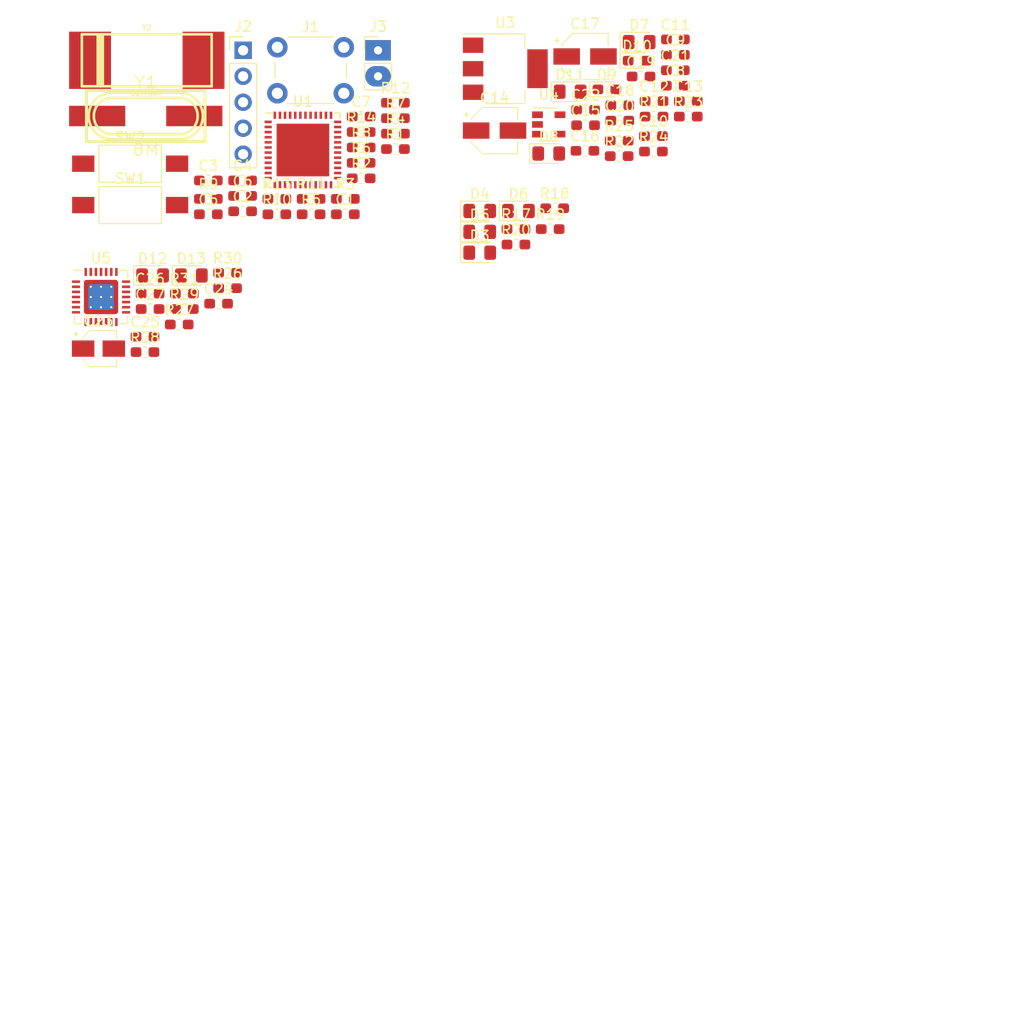
<source format=kicad_pcb>
(kicad_pcb (version 20171130) (host pcbnew 5.0.0-fee4fd1~66~ubuntu18.04.1)

  (general
    (thickness 1.6)
    (drawings 4)
    (tracks 0)
    (zones 0)
    (modules 78)
    (nets 43)
  )

  (page A4)
  (layers
    (0 F.Cu signal)
    (31 B.Cu signal)
    (32 B.Adhes user)
    (33 F.Adhes user)
    (34 B.Paste user)
    (35 F.Paste user)
    (36 B.SilkS user)
    (37 F.SilkS user)
    (38 B.Mask user)
    (39 F.Mask user)
    (40 Dwgs.User user)
    (41 Cmts.User user)
    (42 Eco1.User user)
    (43 Eco2.User user)
    (44 Edge.Cuts user)
    (45 Margin user)
    (46 B.CrtYd user)
    (47 F.CrtYd user)
    (48 B.Fab user)
    (49 F.Fab user)
  )

  (setup
    (last_trace_width 0.25)
    (trace_clearance 0.2)
    (zone_clearance 0.508)
    (zone_45_only no)
    (trace_min 0.2)
    (segment_width 0.2)
    (edge_width 0.15)
    (via_size 0.8)
    (via_drill 0.4)
    (via_min_size 0.4)
    (via_min_drill 0.3)
    (uvia_size 0.3)
    (uvia_drill 0.1)
    (uvias_allowed no)
    (uvia_min_size 0.2)
    (uvia_min_drill 0.1)
    (pcb_text_width 0.3)
    (pcb_text_size 1.5 1.5)
    (mod_edge_width 0.15)
    (mod_text_size 1 1)
    (mod_text_width 0.15)
    (pad_size 1.524 1.524)
    (pad_drill 0.762)
    (pad_to_mask_clearance 0.2)
    (aux_axis_origin 0 0)
    (visible_elements FFFFFF7F)
    (pcbplotparams
      (layerselection 0x010fc_ffffffff)
      (usegerberextensions false)
      (usegerberattributes false)
      (usegerberadvancedattributes false)
      (creategerberjobfile false)
      (excludeedgelayer true)
      (linewidth 0.100000)
      (plotframeref false)
      (viasonmask false)
      (mode 1)
      (useauxorigin false)
      (hpglpennumber 1)
      (hpglpenspeed 20)
      (hpglpendiameter 15.000000)
      (psnegative false)
      (psa4output false)
      (plotreference true)
      (plotvalue true)
      (plotinvisibletext false)
      (padsonsilk false)
      (subtractmaskfromsilk false)
      (outputformat 1)
      (mirror false)
      (drillshape 1)
      (scaleselection 1)
      (outputdirectory ""))
  )

  (net 0 "")
  (net 1 "Net-(C1-Pad2)")
  (net 2 /NRST)
  (net 3 "Net-(C2-Pad1)")
  (net 4 "Net-(C2-Pad2)")
  (net 5 GND)
  (net 6 /PB11)
  (net 7 "Net-(C4-Pad1)")
  (net 8 "Net-(C5-Pad1)")
  (net 9 "Net-(C6-Pad1)")
  (net 10 "Net-(C7-Pad1)")
  (net 11 VBAT)
  (net 12 VDD)
  (net 13 "Net-(C13-Pad2)")
  (net 14 AVDD)
  (net 15 "Net-(C14-Pad1)")
  (net 16 "Net-(C16-Pad1)")
  (net 17 "Net-(C18-Pad1)")
  (net 18 "Net-(C20-Pad1)")
  (net 19 "Net-(C22-Pad1)")
  (net 20 "Net-(C23-Pad1)")
  (net 21 U5V)
  (net 22 "Net-(D3-Pad2)")
  (net 23 "Net-(D4-Pad2)")
  (net 24 "Net-(D5-Pad2)")
  (net 25 "Net-(D6-Pad2)")
  (net 26 "Net-(D7-Pad2)")
  (net 27 "Net-(D8-Pad2)")
  (net 28 "Net-(D11-Pad2)")
  (net 29 "Net-(D12-Pad2)")
  (net 30 /CP2102/TXD)
  (net 31 /CP2102/RXD)
  (net 32 "Net-(D13-Pad2)")
  (net 33 /PC13)
  (net 34 /USBDP)
  (net 35 "Net-(J3-Pad1)")
  (net 36 /PB1)
  (net 37 /PA12)
  (net 38 /PF0)
  (net 39 /PF1)
  (net 40 /CP2102/USB_DP)
  (net 41 /CP2102/USB_DM)
  (net 42 +3V3)

  (net_class Default "This is the default net class."
    (clearance 0.2)
    (trace_width 0.25)
    (via_dia 0.8)
    (via_drill 0.4)
    (uvia_dia 0.3)
    (uvia_drill 0.1)
    (add_net +3V3)
    (add_net /CP2102/RXD)
    (add_net /CP2102/TXD)
    (add_net /CP2102/USB_DM)
    (add_net /CP2102/USB_DP)
    (add_net /NRST)
    (add_net /PA12)
    (add_net /PB1)
    (add_net /PB11)
    (add_net /PC13)
    (add_net /PF0)
    (add_net /PF1)
    (add_net /USBDP)
    (add_net AVDD)
    (add_net GND)
    (add_net "Net-(C1-Pad2)")
    (add_net "Net-(C13-Pad2)")
    (add_net "Net-(C14-Pad1)")
    (add_net "Net-(C16-Pad1)")
    (add_net "Net-(C18-Pad1)")
    (add_net "Net-(C2-Pad1)")
    (add_net "Net-(C2-Pad2)")
    (add_net "Net-(C20-Pad1)")
    (add_net "Net-(C22-Pad1)")
    (add_net "Net-(C23-Pad1)")
    (add_net "Net-(C4-Pad1)")
    (add_net "Net-(C5-Pad1)")
    (add_net "Net-(C6-Pad1)")
    (add_net "Net-(C7-Pad1)")
    (add_net "Net-(D11-Pad2)")
    (add_net "Net-(D12-Pad2)")
    (add_net "Net-(D13-Pad2)")
    (add_net "Net-(D3-Pad2)")
    (add_net "Net-(D4-Pad2)")
    (add_net "Net-(D5-Pad2)")
    (add_net "Net-(D6-Pad2)")
    (add_net "Net-(D7-Pad2)")
    (add_net "Net-(D8-Pad2)")
    (add_net "Net-(J3-Pad1)")
    (add_net U5V)
    (add_net VBAT)
    (add_net VDD)
  )

  (module Capacitor_SMD:C_0603_1608Metric_Pad1.05x0.95mm_HandSolder (layer F.Cu) (tedit 5B301BBE) (tstamp 5BED4AA3)
    (at 33.685001 20.865001)
    (descr "Capacitor SMD 0603 (1608 Metric), square (rectangular) end terminal, IPC_7351 nominal with elongated pad for handsoldering. (Body size source: http://www.tortai-tech.com/upload/download/2011102023233369053.pdf), generated with kicad-footprint-generator")
    (tags "capacitor handsolder")
    (path /5BBE6B0D)
    (attr smd)
    (fp_text reference C1 (at 0 -1.43) (layer F.SilkS)
      (effects (font (size 1 1) (thickness 0.15)))
    )
    (fp_text value 104 (at 0 1.43) (layer F.Fab)
      (effects (font (size 1 1) (thickness 0.15)))
    )
    (fp_text user %R (at 0 0) (layer F.Fab)
      (effects (font (size 0.4 0.4) (thickness 0.06)))
    )
    (fp_line (start 1.65 0.73) (end -1.65 0.73) (layer F.CrtYd) (width 0.05))
    (fp_line (start 1.65 -0.73) (end 1.65 0.73) (layer F.CrtYd) (width 0.05))
    (fp_line (start -1.65 -0.73) (end 1.65 -0.73) (layer F.CrtYd) (width 0.05))
    (fp_line (start -1.65 0.73) (end -1.65 -0.73) (layer F.CrtYd) (width 0.05))
    (fp_line (start -0.171267 0.51) (end 0.171267 0.51) (layer F.SilkS) (width 0.12))
    (fp_line (start -0.171267 -0.51) (end 0.171267 -0.51) (layer F.SilkS) (width 0.12))
    (fp_line (start 0.8 0.4) (end -0.8 0.4) (layer F.Fab) (width 0.1))
    (fp_line (start 0.8 -0.4) (end 0.8 0.4) (layer F.Fab) (width 0.1))
    (fp_line (start -0.8 -0.4) (end 0.8 -0.4) (layer F.Fab) (width 0.1))
    (fp_line (start -0.8 0.4) (end -0.8 -0.4) (layer F.Fab) (width 0.1))
    (pad 2 smd roundrect (at 0.875 0) (size 1.05 0.95) (layers F.Cu F.Paste F.Mask) (roundrect_rratio 0.25)
      (net 1 "Net-(C1-Pad2)"))
    (pad 1 smd roundrect (at -0.875 0) (size 1.05 0.95) (layers F.Cu F.Paste F.Mask) (roundrect_rratio 0.25)
      (net 2 /NRST))
    (model ${KISYS3DMOD}/Capacitor_SMD.3dshapes/C_0603_1608Metric.wrl
      (at (xyz 0 0 0))
      (scale (xyz 1 1 1))
      (rotate (xyz 0 0 0))
    )
  )

  (module Capacitor_SMD:C_0603_1608Metric_Pad1.05x0.95mm_HandSolder (layer F.Cu) (tedit 5B301BBE) (tstamp 5BED4AB4)
    (at 23.635001 20.575001)
    (descr "Capacitor SMD 0603 (1608 Metric), square (rectangular) end terminal, IPC_7351 nominal with elongated pad for handsoldering. (Body size source: http://www.tortai-tech.com/upload/download/2011102023233369053.pdf), generated with kicad-footprint-generator")
    (tags "capacitor handsolder")
    (path /5BBE730F)
    (attr smd)
    (fp_text reference C2 (at 0 -1.43) (layer F.SilkS)
      (effects (font (size 1 1) (thickness 0.15)))
    )
    (fp_text value 104 (at 0 1.43) (layer F.Fab)
      (effects (font (size 1 1) (thickness 0.15)))
    )
    (fp_line (start -0.8 0.4) (end -0.8 -0.4) (layer F.Fab) (width 0.1))
    (fp_line (start -0.8 -0.4) (end 0.8 -0.4) (layer F.Fab) (width 0.1))
    (fp_line (start 0.8 -0.4) (end 0.8 0.4) (layer F.Fab) (width 0.1))
    (fp_line (start 0.8 0.4) (end -0.8 0.4) (layer F.Fab) (width 0.1))
    (fp_line (start -0.171267 -0.51) (end 0.171267 -0.51) (layer F.SilkS) (width 0.12))
    (fp_line (start -0.171267 0.51) (end 0.171267 0.51) (layer F.SilkS) (width 0.12))
    (fp_line (start -1.65 0.73) (end -1.65 -0.73) (layer F.CrtYd) (width 0.05))
    (fp_line (start -1.65 -0.73) (end 1.65 -0.73) (layer F.CrtYd) (width 0.05))
    (fp_line (start 1.65 -0.73) (end 1.65 0.73) (layer F.CrtYd) (width 0.05))
    (fp_line (start 1.65 0.73) (end -1.65 0.73) (layer F.CrtYd) (width 0.05))
    (fp_text user %R (at 0 0) (layer F.Fab)
      (effects (font (size 0.4 0.4) (thickness 0.06)))
    )
    (pad 1 smd roundrect (at -0.875 0) (size 1.05 0.95) (layers F.Cu F.Paste F.Mask) (roundrect_rratio 0.25)
      (net 3 "Net-(C2-Pad1)"))
    (pad 2 smd roundrect (at 0.875 0) (size 1.05 0.95) (layers F.Cu F.Paste F.Mask) (roundrect_rratio 0.25)
      (net 4 "Net-(C2-Pad2)"))
    (model ${KISYS3DMOD}/Capacitor_SMD.3dshapes/C_0603_1608Metric.wrl
      (at (xyz 0 0 0))
      (scale (xyz 1 1 1))
      (rotate (xyz 0 0 0))
    )
  )

  (module Capacitor_SMD:C_0603_1608Metric_Pad1.05x0.95mm_HandSolder (layer F.Cu) (tedit 5B301BBE) (tstamp 5BED4AC5)
    (at 20.285001 17.555001)
    (descr "Capacitor SMD 0603 (1608 Metric), square (rectangular) end terminal, IPC_7351 nominal with elongated pad for handsoldering. (Body size source: http://www.tortai-tech.com/upload/download/2011102023233369053.pdf), generated with kicad-footprint-generator")
    (tags "capacitor handsolder")
    (path /5BC0588B)
    (attr smd)
    (fp_text reference C3 (at 0 -1.43) (layer F.SilkS)
      (effects (font (size 1 1) (thickness 0.15)))
    )
    (fp_text value 475 (at 0 1.43) (layer F.Fab)
      (effects (font (size 1 1) (thickness 0.15)))
    )
    (fp_text user %R (at 0 0) (layer F.Fab)
      (effects (font (size 0.4 0.4) (thickness 0.06)))
    )
    (fp_line (start 1.65 0.73) (end -1.65 0.73) (layer F.CrtYd) (width 0.05))
    (fp_line (start 1.65 -0.73) (end 1.65 0.73) (layer F.CrtYd) (width 0.05))
    (fp_line (start -1.65 -0.73) (end 1.65 -0.73) (layer F.CrtYd) (width 0.05))
    (fp_line (start -1.65 0.73) (end -1.65 -0.73) (layer F.CrtYd) (width 0.05))
    (fp_line (start -0.171267 0.51) (end 0.171267 0.51) (layer F.SilkS) (width 0.12))
    (fp_line (start -0.171267 -0.51) (end 0.171267 -0.51) (layer F.SilkS) (width 0.12))
    (fp_line (start 0.8 0.4) (end -0.8 0.4) (layer F.Fab) (width 0.1))
    (fp_line (start 0.8 -0.4) (end 0.8 0.4) (layer F.Fab) (width 0.1))
    (fp_line (start -0.8 -0.4) (end 0.8 -0.4) (layer F.Fab) (width 0.1))
    (fp_line (start -0.8 0.4) (end -0.8 -0.4) (layer F.Fab) (width 0.1))
    (pad 2 smd roundrect (at 0.875 0) (size 1.05 0.95) (layers F.Cu F.Paste F.Mask) (roundrect_rratio 0.25)
      (net 5 GND))
    (pad 1 smd roundrect (at -0.875 0) (size 1.05 0.95) (layers F.Cu F.Paste F.Mask) (roundrect_rratio 0.25)
      (net 6 /PB11))
    (model ${KISYS3DMOD}/Capacitor_SMD.3dshapes/C_0603_1608Metric.wrl
      (at (xyz 0 0 0))
      (scale (xyz 1 1 1))
      (rotate (xyz 0 0 0))
    )
  )

  (module Capacitor_SMD:C_0603_1608Metric_Pad1.05x0.95mm_HandSolder (layer F.Cu) (tedit 5B301BBE) (tstamp 5BED4AD6)
    (at 23.635001 17.555001)
    (descr "Capacitor SMD 0603 (1608 Metric), square (rectangular) end terminal, IPC_7351 nominal with elongated pad for handsoldering. (Body size source: http://www.tortai-tech.com/upload/download/2011102023233369053.pdf), generated with kicad-footprint-generator")
    (tags "capacitor handsolder")
    (path /5BC11A13)
    (attr smd)
    (fp_text reference C4 (at 0 -1.43) (layer F.SilkS)
      (effects (font (size 1 1) (thickness 0.15)))
    )
    (fp_text value 200 (at 0 1.43) (layer F.Fab)
      (effects (font (size 1 1) (thickness 0.15)))
    )
    (fp_line (start -0.8 0.4) (end -0.8 -0.4) (layer F.Fab) (width 0.1))
    (fp_line (start -0.8 -0.4) (end 0.8 -0.4) (layer F.Fab) (width 0.1))
    (fp_line (start 0.8 -0.4) (end 0.8 0.4) (layer F.Fab) (width 0.1))
    (fp_line (start 0.8 0.4) (end -0.8 0.4) (layer F.Fab) (width 0.1))
    (fp_line (start -0.171267 -0.51) (end 0.171267 -0.51) (layer F.SilkS) (width 0.12))
    (fp_line (start -0.171267 0.51) (end 0.171267 0.51) (layer F.SilkS) (width 0.12))
    (fp_line (start -1.65 0.73) (end -1.65 -0.73) (layer F.CrtYd) (width 0.05))
    (fp_line (start -1.65 -0.73) (end 1.65 -0.73) (layer F.CrtYd) (width 0.05))
    (fp_line (start 1.65 -0.73) (end 1.65 0.73) (layer F.CrtYd) (width 0.05))
    (fp_line (start 1.65 0.73) (end -1.65 0.73) (layer F.CrtYd) (width 0.05))
    (fp_text user %R (at 0 0) (layer F.Fab)
      (effects (font (size 0.4 0.4) (thickness 0.06)))
    )
    (pad 1 smd roundrect (at -0.875 0) (size 1.05 0.95) (layers F.Cu F.Paste F.Mask) (roundrect_rratio 0.25)
      (net 7 "Net-(C4-Pad1)"))
    (pad 2 smd roundrect (at 0.875 0) (size 1.05 0.95) (layers F.Cu F.Paste F.Mask) (roundrect_rratio 0.25)
      (net 5 GND))
    (model ${KISYS3DMOD}/Capacitor_SMD.3dshapes/C_0603_1608Metric.wrl
      (at (xyz 0 0 0))
      (scale (xyz 1 1 1))
      (rotate (xyz 0 0 0))
    )
  )

  (module Capacitor_SMD:C_0603_1608Metric_Pad1.05x0.95mm_HandSolder (layer F.Cu) (tedit 5B301BBE) (tstamp 5BED4AE7)
    (at 20.285001 20.865001)
    (descr "Capacitor SMD 0603 (1608 Metric), square (rectangular) end terminal, IPC_7351 nominal with elongated pad for handsoldering. (Body size source: http://www.tortai-tech.com/upload/download/2011102023233369053.pdf), generated with kicad-footprint-generator")
    (tags "capacitor handsolder")
    (path /5BC11A72)
    (attr smd)
    (fp_text reference C5 (at 0 -1.43) (layer F.SilkS)
      (effects (font (size 1 1) (thickness 0.15)))
    )
    (fp_text value 200 (at 0 1.43) (layer F.Fab)
      (effects (font (size 1 1) (thickness 0.15)))
    )
    (fp_text user %R (at 0 0) (layer F.Fab)
      (effects (font (size 0.4 0.4) (thickness 0.06)))
    )
    (fp_line (start 1.65 0.73) (end -1.65 0.73) (layer F.CrtYd) (width 0.05))
    (fp_line (start 1.65 -0.73) (end 1.65 0.73) (layer F.CrtYd) (width 0.05))
    (fp_line (start -1.65 -0.73) (end 1.65 -0.73) (layer F.CrtYd) (width 0.05))
    (fp_line (start -1.65 0.73) (end -1.65 -0.73) (layer F.CrtYd) (width 0.05))
    (fp_line (start -0.171267 0.51) (end 0.171267 0.51) (layer F.SilkS) (width 0.12))
    (fp_line (start -0.171267 -0.51) (end 0.171267 -0.51) (layer F.SilkS) (width 0.12))
    (fp_line (start 0.8 0.4) (end -0.8 0.4) (layer F.Fab) (width 0.1))
    (fp_line (start 0.8 -0.4) (end 0.8 0.4) (layer F.Fab) (width 0.1))
    (fp_line (start -0.8 -0.4) (end 0.8 -0.4) (layer F.Fab) (width 0.1))
    (fp_line (start -0.8 0.4) (end -0.8 -0.4) (layer F.Fab) (width 0.1))
    (pad 2 smd roundrect (at 0.875 0) (size 1.05 0.95) (layers F.Cu F.Paste F.Mask) (roundrect_rratio 0.25)
      (net 5 GND))
    (pad 1 smd roundrect (at -0.875 0) (size 1.05 0.95) (layers F.Cu F.Paste F.Mask) (roundrect_rratio 0.25)
      (net 8 "Net-(C5-Pad1)"))
    (model ${KISYS3DMOD}/Capacitor_SMD.3dshapes/C_0603_1608Metric.wrl
      (at (xyz 0 0 0))
      (scale (xyz 1 1 1))
      (rotate (xyz 0 0 0))
    )
  )

  (module Capacitor_SMD:C_0603_1608Metric_Pad1.05x0.95mm_HandSolder (layer F.Cu) (tedit 5B301BBE) (tstamp 5BED4AF8)
    (at 23.635001 19.065001)
    (descr "Capacitor SMD 0603 (1608 Metric), square (rectangular) end terminal, IPC_7351 nominal with elongated pad for handsoldering. (Body size source: http://www.tortai-tech.com/upload/download/2011102023233369053.pdf), generated with kicad-footprint-generator")
    (tags "capacitor handsolder")
    (path /5BC1EE07)
    (attr smd)
    (fp_text reference C6 (at 0 -1.43) (layer F.SilkS)
      (effects (font (size 1 1) (thickness 0.15)))
    )
    (fp_text value 150 (at 0 1.43) (layer F.Fab)
      (effects (font (size 1 1) (thickness 0.15)))
    )
    (fp_line (start -0.8 0.4) (end -0.8 -0.4) (layer F.Fab) (width 0.1))
    (fp_line (start -0.8 -0.4) (end 0.8 -0.4) (layer F.Fab) (width 0.1))
    (fp_line (start 0.8 -0.4) (end 0.8 0.4) (layer F.Fab) (width 0.1))
    (fp_line (start 0.8 0.4) (end -0.8 0.4) (layer F.Fab) (width 0.1))
    (fp_line (start -0.171267 -0.51) (end 0.171267 -0.51) (layer F.SilkS) (width 0.12))
    (fp_line (start -0.171267 0.51) (end 0.171267 0.51) (layer F.SilkS) (width 0.12))
    (fp_line (start -1.65 0.73) (end -1.65 -0.73) (layer F.CrtYd) (width 0.05))
    (fp_line (start -1.65 -0.73) (end 1.65 -0.73) (layer F.CrtYd) (width 0.05))
    (fp_line (start 1.65 -0.73) (end 1.65 0.73) (layer F.CrtYd) (width 0.05))
    (fp_line (start 1.65 0.73) (end -1.65 0.73) (layer F.CrtYd) (width 0.05))
    (fp_text user %R (at 0 0) (layer F.Fab)
      (effects (font (size 0.4 0.4) (thickness 0.06)))
    )
    (pad 1 smd roundrect (at -0.875 0) (size 1.05 0.95) (layers F.Cu F.Paste F.Mask) (roundrect_rratio 0.25)
      (net 9 "Net-(C6-Pad1)"))
    (pad 2 smd roundrect (at 0.875 0) (size 1.05 0.95) (layers F.Cu F.Paste F.Mask) (roundrect_rratio 0.25)
      (net 5 GND))
    (model ${KISYS3DMOD}/Capacitor_SMD.3dshapes/C_0603_1608Metric.wrl
      (at (xyz 0 0 0))
      (scale (xyz 1 1 1))
      (rotate (xyz 0 0 0))
    )
  )

  (module Capacitor_SMD:C_0603_1608Metric_Pad1.05x0.95mm_HandSolder (layer F.Cu) (tedit 5B301BBE) (tstamp 5BED4B09)
    (at 35.235001 11.305001)
    (descr "Capacitor SMD 0603 (1608 Metric), square (rectangular) end terminal, IPC_7351 nominal with elongated pad for handsoldering. (Body size source: http://www.tortai-tech.com/upload/download/2011102023233369053.pdf), generated with kicad-footprint-generator")
    (tags "capacitor handsolder")
    (path /5BC1EE0D)
    (attr smd)
    (fp_text reference C7 (at 0 -1.43) (layer F.SilkS)
      (effects (font (size 1 1) (thickness 0.15)))
    )
    (fp_text value 150 (at 0 1.43) (layer F.Fab)
      (effects (font (size 1 1) (thickness 0.15)))
    )
    (fp_line (start -0.8 0.4) (end -0.8 -0.4) (layer F.Fab) (width 0.1))
    (fp_line (start -0.8 -0.4) (end 0.8 -0.4) (layer F.Fab) (width 0.1))
    (fp_line (start 0.8 -0.4) (end 0.8 0.4) (layer F.Fab) (width 0.1))
    (fp_line (start 0.8 0.4) (end -0.8 0.4) (layer F.Fab) (width 0.1))
    (fp_line (start -0.171267 -0.51) (end 0.171267 -0.51) (layer F.SilkS) (width 0.12))
    (fp_line (start -0.171267 0.51) (end 0.171267 0.51) (layer F.SilkS) (width 0.12))
    (fp_line (start -1.65 0.73) (end -1.65 -0.73) (layer F.CrtYd) (width 0.05))
    (fp_line (start -1.65 -0.73) (end 1.65 -0.73) (layer F.CrtYd) (width 0.05))
    (fp_line (start 1.65 -0.73) (end 1.65 0.73) (layer F.CrtYd) (width 0.05))
    (fp_line (start 1.65 0.73) (end -1.65 0.73) (layer F.CrtYd) (width 0.05))
    (fp_text user %R (at 0 0) (layer F.Fab)
      (effects (font (size 0.4 0.4) (thickness 0.06)))
    )
    (pad 1 smd roundrect (at -0.875 0) (size 1.05 0.95) (layers F.Cu F.Paste F.Mask) (roundrect_rratio 0.25)
      (net 10 "Net-(C7-Pad1)"))
    (pad 2 smd roundrect (at 0.875 0) (size 1.05 0.95) (layers F.Cu F.Paste F.Mask) (roundrect_rratio 0.25)
      (net 5 GND))
    (model ${KISYS3DMOD}/Capacitor_SMD.3dshapes/C_0603_1608Metric.wrl
      (at (xyz 0 0 0))
      (scale (xyz 1 1 1))
      (rotate (xyz 0 0 0))
    )
  )

  (module Capacitor_SMD:C_0603_1608Metric_Pad1.05x0.95mm_HandSolder (layer F.Cu) (tedit 5B301BBE) (tstamp 5BED4B1A)
    (at 65.965001 8.285001)
    (descr "Capacitor SMD 0603 (1608 Metric), square (rectangular) end terminal, IPC_7351 nominal with elongated pad for handsoldering. (Body size source: http://www.tortai-tech.com/upload/download/2011102023233369053.pdf), generated with kicad-footprint-generator")
    (tags "capacitor handsolder")
    (path /5BCECEEC/5BD0EF31)
    (attr smd)
    (fp_text reference C8 (at 0 -1.43) (layer F.SilkS)
      (effects (font (size 1 1) (thickness 0.15)))
    )
    (fp_text value 104 (at 0 1.43) (layer F.Fab)
      (effects (font (size 1 1) (thickness 0.15)))
    )
    (fp_line (start -0.8 0.4) (end -0.8 -0.4) (layer F.Fab) (width 0.1))
    (fp_line (start -0.8 -0.4) (end 0.8 -0.4) (layer F.Fab) (width 0.1))
    (fp_line (start 0.8 -0.4) (end 0.8 0.4) (layer F.Fab) (width 0.1))
    (fp_line (start 0.8 0.4) (end -0.8 0.4) (layer F.Fab) (width 0.1))
    (fp_line (start -0.171267 -0.51) (end 0.171267 -0.51) (layer F.SilkS) (width 0.12))
    (fp_line (start -0.171267 0.51) (end 0.171267 0.51) (layer F.SilkS) (width 0.12))
    (fp_line (start -1.65 0.73) (end -1.65 -0.73) (layer F.CrtYd) (width 0.05))
    (fp_line (start -1.65 -0.73) (end 1.65 -0.73) (layer F.CrtYd) (width 0.05))
    (fp_line (start 1.65 -0.73) (end 1.65 0.73) (layer F.CrtYd) (width 0.05))
    (fp_line (start 1.65 0.73) (end -1.65 0.73) (layer F.CrtYd) (width 0.05))
    (fp_text user %R (at 0 0) (layer F.Fab)
      (effects (font (size 0.4 0.4) (thickness 0.06)))
    )
    (pad 1 smd roundrect (at -0.875 0) (size 1.05 0.95) (layers F.Cu F.Paste F.Mask) (roundrect_rratio 0.25)
      (net 11 VBAT))
    (pad 2 smd roundrect (at 0.875 0) (size 1.05 0.95) (layers F.Cu F.Paste F.Mask) (roundrect_rratio 0.25)
      (net 5 GND))
    (model ${KISYS3DMOD}/Capacitor_SMD.3dshapes/C_0603_1608Metric.wrl
      (at (xyz 0 0 0))
      (scale (xyz 1 1 1))
      (rotate (xyz 0 0 0))
    )
  )

  (module Capacitor_SMD:C_0603_1608Metric_Pad1.05x0.95mm_HandSolder (layer F.Cu) (tedit 5B301BBE) (tstamp 5BED4B2B)
    (at 65.975001 5.265001)
    (descr "Capacitor SMD 0603 (1608 Metric), square (rectangular) end terminal, IPC_7351 nominal with elongated pad for handsoldering. (Body size source: http://www.tortai-tech.com/upload/download/2011102023233369053.pdf), generated with kicad-footprint-generator")
    (tags "capacitor handsolder")
    (path /5BCECEEC/5BD0EF46)
    (attr smd)
    (fp_text reference C9 (at 0 -1.43) (layer F.SilkS)
      (effects (font (size 1 1) (thickness 0.15)))
    )
    (fp_text value 104 (at 0 1.43) (layer F.Fab)
      (effects (font (size 1 1) (thickness 0.15)))
    )
    (fp_text user %R (at 0 0) (layer F.Fab)
      (effects (font (size 0.4 0.4) (thickness 0.06)))
    )
    (fp_line (start 1.65 0.73) (end -1.65 0.73) (layer F.CrtYd) (width 0.05))
    (fp_line (start 1.65 -0.73) (end 1.65 0.73) (layer F.CrtYd) (width 0.05))
    (fp_line (start -1.65 -0.73) (end 1.65 -0.73) (layer F.CrtYd) (width 0.05))
    (fp_line (start -1.65 0.73) (end -1.65 -0.73) (layer F.CrtYd) (width 0.05))
    (fp_line (start -0.171267 0.51) (end 0.171267 0.51) (layer F.SilkS) (width 0.12))
    (fp_line (start -0.171267 -0.51) (end 0.171267 -0.51) (layer F.SilkS) (width 0.12))
    (fp_line (start 0.8 0.4) (end -0.8 0.4) (layer F.Fab) (width 0.1))
    (fp_line (start 0.8 -0.4) (end 0.8 0.4) (layer F.Fab) (width 0.1))
    (fp_line (start -0.8 -0.4) (end 0.8 -0.4) (layer F.Fab) (width 0.1))
    (fp_line (start -0.8 0.4) (end -0.8 -0.4) (layer F.Fab) (width 0.1))
    (pad 2 smd roundrect (at 0.875 0) (size 1.05 0.95) (layers F.Cu F.Paste F.Mask) (roundrect_rratio 0.25)
      (net 5 GND))
    (pad 1 smd roundrect (at -0.875 0) (size 1.05 0.95) (layers F.Cu F.Paste F.Mask) (roundrect_rratio 0.25)
      (net 12 VDD))
    (model ${KISYS3DMOD}/Capacitor_SMD.3dshapes/C_0603_1608Metric.wrl
      (at (xyz 0 0 0))
      (scale (xyz 1 1 1))
      (rotate (xyz 0 0 0))
    )
  )

  (module Capacitor_SMD:C_0603_1608Metric_Pad1.05x0.95mm_HandSolder (layer F.Cu) (tedit 5B301BBE) (tstamp 5BED4B3C)
    (at 63.825001 13.215001)
    (descr "Capacitor SMD 0603 (1608 Metric), square (rectangular) end terminal, IPC_7351 nominal with elongated pad for handsoldering. (Body size source: http://www.tortai-tech.com/upload/download/2011102023233369053.pdf), generated with kicad-footprint-generator")
    (tags "capacitor handsolder")
    (path /5BCECEEC/5BD0EF4D)
    (attr smd)
    (fp_text reference C10 (at 0 -1.43) (layer F.SilkS)
      (effects (font (size 1 1) (thickness 0.15)))
    )
    (fp_text value 104 (at 0 1.43) (layer F.Fab)
      (effects (font (size 1 1) (thickness 0.15)))
    )
    (fp_text user %R (at 0 0) (layer F.Fab)
      (effects (font (size 0.4 0.4) (thickness 0.06)))
    )
    (fp_line (start 1.65 0.73) (end -1.65 0.73) (layer F.CrtYd) (width 0.05))
    (fp_line (start 1.65 -0.73) (end 1.65 0.73) (layer F.CrtYd) (width 0.05))
    (fp_line (start -1.65 -0.73) (end 1.65 -0.73) (layer F.CrtYd) (width 0.05))
    (fp_line (start -1.65 0.73) (end -1.65 -0.73) (layer F.CrtYd) (width 0.05))
    (fp_line (start -0.171267 0.51) (end 0.171267 0.51) (layer F.SilkS) (width 0.12))
    (fp_line (start -0.171267 -0.51) (end 0.171267 -0.51) (layer F.SilkS) (width 0.12))
    (fp_line (start 0.8 0.4) (end -0.8 0.4) (layer F.Fab) (width 0.1))
    (fp_line (start 0.8 -0.4) (end 0.8 0.4) (layer F.Fab) (width 0.1))
    (fp_line (start -0.8 -0.4) (end 0.8 -0.4) (layer F.Fab) (width 0.1))
    (fp_line (start -0.8 0.4) (end -0.8 -0.4) (layer F.Fab) (width 0.1))
    (pad 2 smd roundrect (at 0.875 0) (size 1.05 0.95) (layers F.Cu F.Paste F.Mask) (roundrect_rratio 0.25)
      (net 5 GND))
    (pad 1 smd roundrect (at -0.875 0) (size 1.05 0.95) (layers F.Cu F.Paste F.Mask) (roundrect_rratio 0.25)
      (net 12 VDD))
    (model ${KISYS3DMOD}/Capacitor_SMD.3dshapes/C_0603_1608Metric.wrl
      (at (xyz 0 0 0))
      (scale (xyz 1 1 1))
      (rotate (xyz 0 0 0))
    )
  )

  (module Capacitor_SMD:C_0603_1608Metric_Pad1.05x0.95mm_HandSolder (layer F.Cu) (tedit 5B301BBE) (tstamp 5BED4B4D)
    (at 65.975001 3.755001)
    (descr "Capacitor SMD 0603 (1608 Metric), square (rectangular) end terminal, IPC_7351 nominal with elongated pad for handsoldering. (Body size source: http://www.tortai-tech.com/upload/download/2011102023233369053.pdf), generated with kicad-footprint-generator")
    (tags "capacitor handsolder")
    (path /5BCECEEC/5BD0EF54)
    (attr smd)
    (fp_text reference C11 (at 0 -1.43) (layer F.SilkS)
      (effects (font (size 1 1) (thickness 0.15)))
    )
    (fp_text value 104 (at 0 1.43) (layer F.Fab)
      (effects (font (size 1 1) (thickness 0.15)))
    )
    (fp_text user %R (at 0 0) (layer F.Fab)
      (effects (font (size 0.4 0.4) (thickness 0.06)))
    )
    (fp_line (start 1.65 0.73) (end -1.65 0.73) (layer F.CrtYd) (width 0.05))
    (fp_line (start 1.65 -0.73) (end 1.65 0.73) (layer F.CrtYd) (width 0.05))
    (fp_line (start -1.65 -0.73) (end 1.65 -0.73) (layer F.CrtYd) (width 0.05))
    (fp_line (start -1.65 0.73) (end -1.65 -0.73) (layer F.CrtYd) (width 0.05))
    (fp_line (start -0.171267 0.51) (end 0.171267 0.51) (layer F.SilkS) (width 0.12))
    (fp_line (start -0.171267 -0.51) (end 0.171267 -0.51) (layer F.SilkS) (width 0.12))
    (fp_line (start 0.8 0.4) (end -0.8 0.4) (layer F.Fab) (width 0.1))
    (fp_line (start 0.8 -0.4) (end 0.8 0.4) (layer F.Fab) (width 0.1))
    (fp_line (start -0.8 -0.4) (end 0.8 -0.4) (layer F.Fab) (width 0.1))
    (fp_line (start -0.8 0.4) (end -0.8 -0.4) (layer F.Fab) (width 0.1))
    (pad 2 smd roundrect (at 0.875 0) (size 1.05 0.95) (layers F.Cu F.Paste F.Mask) (roundrect_rratio 0.25)
      (net 5 GND))
    (pad 1 smd roundrect (at -0.875 0) (size 1.05 0.95) (layers F.Cu F.Paste F.Mask) (roundrect_rratio 0.25)
      (net 12 VDD))
    (model ${KISYS3DMOD}/Capacitor_SMD.3dshapes/C_0603_1608Metric.wrl
      (at (xyz 0 0 0))
      (scale (xyz 1 1 1))
      (rotate (xyz 0 0 0))
    )
  )

  (module Capacitor_SMD:C_0603_1608Metric_Pad1.05x0.95mm_HandSolder (layer F.Cu) (tedit 5B301BBE) (tstamp 5BED4B5E)
    (at 63.885001 9.795001)
    (descr "Capacitor SMD 0603 (1608 Metric), square (rectangular) end terminal, IPC_7351 nominal with elongated pad for handsoldering. (Body size source: http://www.tortai-tech.com/upload/download/2011102023233369053.pdf), generated with kicad-footprint-generator")
    (tags "capacitor handsolder")
    (path /5BCECEEC/5BD0EF5B)
    (attr smd)
    (fp_text reference C12 (at 0 -1.43) (layer F.SilkS)
      (effects (font (size 1 1) (thickness 0.15)))
    )
    (fp_text value 104 (at 0 1.43) (layer F.Fab)
      (effects (font (size 1 1) (thickness 0.15)))
    )
    (fp_line (start -0.8 0.4) (end -0.8 -0.4) (layer F.Fab) (width 0.1))
    (fp_line (start -0.8 -0.4) (end 0.8 -0.4) (layer F.Fab) (width 0.1))
    (fp_line (start 0.8 -0.4) (end 0.8 0.4) (layer F.Fab) (width 0.1))
    (fp_line (start 0.8 0.4) (end -0.8 0.4) (layer F.Fab) (width 0.1))
    (fp_line (start -0.171267 -0.51) (end 0.171267 -0.51) (layer F.SilkS) (width 0.12))
    (fp_line (start -0.171267 0.51) (end 0.171267 0.51) (layer F.SilkS) (width 0.12))
    (fp_line (start -1.65 0.73) (end -1.65 -0.73) (layer F.CrtYd) (width 0.05))
    (fp_line (start -1.65 -0.73) (end 1.65 -0.73) (layer F.CrtYd) (width 0.05))
    (fp_line (start 1.65 -0.73) (end 1.65 0.73) (layer F.CrtYd) (width 0.05))
    (fp_line (start 1.65 0.73) (end -1.65 0.73) (layer F.CrtYd) (width 0.05))
    (fp_text user %R (at 0 0) (layer F.Fab)
      (effects (font (size 0.4 0.4) (thickness 0.06)))
    )
    (pad 1 smd roundrect (at -0.875 0) (size 1.05 0.95) (layers F.Cu F.Paste F.Mask) (roundrect_rratio 0.25)
      (net 12 VDD))
    (pad 2 smd roundrect (at 0.875 0) (size 1.05 0.95) (layers F.Cu F.Paste F.Mask) (roundrect_rratio 0.25)
      (net 5 GND))
    (model ${KISYS3DMOD}/Capacitor_SMD.3dshapes/C_0603_1608Metric.wrl
      (at (xyz 0 0 0))
      (scale (xyz 1 1 1))
      (rotate (xyz 0 0 0))
    )
  )

  (module Capacitor_SMD:C_0603_1608Metric_Pad1.05x0.95mm_HandSolder (layer F.Cu) (tedit 5B301BBE) (tstamp 5BED4B6F)
    (at 67.235001 9.795001)
    (descr "Capacitor SMD 0603 (1608 Metric), square (rectangular) end terminal, IPC_7351 nominal with elongated pad for handsoldering. (Body size source: http://www.tortai-tech.com/upload/download/2011102023233369053.pdf), generated with kicad-footprint-generator")
    (tags "capacitor handsolder")
    (path /5BCECEEC/5BD0EF62)
    (attr smd)
    (fp_text reference C13 (at 0 -1.43) (layer F.SilkS)
      (effects (font (size 1 1) (thickness 0.15)))
    )
    (fp_text value 104 (at 0 1.43) (layer F.Fab)
      (effects (font (size 1 1) (thickness 0.15)))
    )
    (fp_text user %R (at 0 0) (layer F.Fab)
      (effects (font (size 0.4 0.4) (thickness 0.06)))
    )
    (fp_line (start 1.65 0.73) (end -1.65 0.73) (layer F.CrtYd) (width 0.05))
    (fp_line (start 1.65 -0.73) (end 1.65 0.73) (layer F.CrtYd) (width 0.05))
    (fp_line (start -1.65 -0.73) (end 1.65 -0.73) (layer F.CrtYd) (width 0.05))
    (fp_line (start -1.65 0.73) (end -1.65 -0.73) (layer F.CrtYd) (width 0.05))
    (fp_line (start -0.171267 0.51) (end 0.171267 0.51) (layer F.SilkS) (width 0.12))
    (fp_line (start -0.171267 -0.51) (end 0.171267 -0.51) (layer F.SilkS) (width 0.12))
    (fp_line (start 0.8 0.4) (end -0.8 0.4) (layer F.Fab) (width 0.1))
    (fp_line (start 0.8 -0.4) (end 0.8 0.4) (layer F.Fab) (width 0.1))
    (fp_line (start -0.8 -0.4) (end 0.8 -0.4) (layer F.Fab) (width 0.1))
    (fp_line (start -0.8 0.4) (end -0.8 -0.4) (layer F.Fab) (width 0.1))
    (pad 2 smd roundrect (at 0.875 0) (size 1.05 0.95) (layers F.Cu F.Paste F.Mask) (roundrect_rratio 0.25)
      (net 13 "Net-(C13-Pad2)"))
    (pad 1 smd roundrect (at -0.875 0) (size 1.05 0.95) (layers F.Cu F.Paste F.Mask) (roundrect_rratio 0.25)
      (net 14 AVDD))
    (model ${KISYS3DMOD}/Capacitor_SMD.3dshapes/C_0603_1608Metric.wrl
      (at (xyz 0 0 0))
      (scale (xyz 1 1 1))
      (rotate (xyz 0 0 0))
    )
  )

  (module Capacitor_SMD:CP_Elec_4x3.9 (layer F.Cu) (tedit 5A841F9D) (tstamp 5BED4B97)
    (at 48.285001 12.675001)
    (descr "SMT capacitor, aluminium electrolytic, 4x3.9, Nichicon ")
    (tags "Capacitor Electrolytic")
    (path /5BCECEEC/5BD962C7)
    (attr smd)
    (fp_text reference C14 (at 0 -3.2) (layer F.SilkS)
      (effects (font (size 1 1) (thickness 0.15)))
    )
    (fp_text value 106 (at 0 3.2) (layer F.Fab)
      (effects (font (size 1 1) (thickness 0.15)))
    )
    (fp_text user %R (at 0 0) (layer F.Fab)
      (effects (font (size 0.8 0.8) (thickness 0.12)))
    )
    (fp_line (start -3.35 1.05) (end -2.4 1.05) (layer F.CrtYd) (width 0.05))
    (fp_line (start -3.35 -1.05) (end -3.35 1.05) (layer F.CrtYd) (width 0.05))
    (fp_line (start -2.4 -1.05) (end -3.35 -1.05) (layer F.CrtYd) (width 0.05))
    (fp_line (start -2.4 1.05) (end -2.4 1.25) (layer F.CrtYd) (width 0.05))
    (fp_line (start -2.4 -1.25) (end -2.4 -1.05) (layer F.CrtYd) (width 0.05))
    (fp_line (start -2.4 -1.25) (end -1.25 -2.4) (layer F.CrtYd) (width 0.05))
    (fp_line (start -2.4 1.25) (end -1.25 2.4) (layer F.CrtYd) (width 0.05))
    (fp_line (start -1.25 -2.4) (end 2.4 -2.4) (layer F.CrtYd) (width 0.05))
    (fp_line (start -1.25 2.4) (end 2.4 2.4) (layer F.CrtYd) (width 0.05))
    (fp_line (start 2.4 1.05) (end 2.4 2.4) (layer F.CrtYd) (width 0.05))
    (fp_line (start 3.35 1.05) (end 2.4 1.05) (layer F.CrtYd) (width 0.05))
    (fp_line (start 3.35 -1.05) (end 3.35 1.05) (layer F.CrtYd) (width 0.05))
    (fp_line (start 2.4 -1.05) (end 3.35 -1.05) (layer F.CrtYd) (width 0.05))
    (fp_line (start 2.4 -2.4) (end 2.4 -1.05) (layer F.CrtYd) (width 0.05))
    (fp_line (start -2.75 -1.81) (end -2.75 -1.31) (layer F.SilkS) (width 0.12))
    (fp_line (start -3 -1.56) (end -2.5 -1.56) (layer F.SilkS) (width 0.12))
    (fp_line (start -2.26 1.195563) (end -1.195563 2.26) (layer F.SilkS) (width 0.12))
    (fp_line (start -2.26 -1.195563) (end -1.195563 -2.26) (layer F.SilkS) (width 0.12))
    (fp_line (start -2.26 -1.195563) (end -2.26 -1.06) (layer F.SilkS) (width 0.12))
    (fp_line (start -2.26 1.195563) (end -2.26 1.06) (layer F.SilkS) (width 0.12))
    (fp_line (start -1.195563 2.26) (end 2.26 2.26) (layer F.SilkS) (width 0.12))
    (fp_line (start -1.195563 -2.26) (end 2.26 -2.26) (layer F.SilkS) (width 0.12))
    (fp_line (start 2.26 -2.26) (end 2.26 -1.06) (layer F.SilkS) (width 0.12))
    (fp_line (start 2.26 2.26) (end 2.26 1.06) (layer F.SilkS) (width 0.12))
    (fp_line (start -1.374773 -1.2) (end -1.374773 -0.8) (layer F.Fab) (width 0.1))
    (fp_line (start -1.574773 -1) (end -1.174773 -1) (layer F.Fab) (width 0.1))
    (fp_line (start -2.15 1.15) (end -1.15 2.15) (layer F.Fab) (width 0.1))
    (fp_line (start -2.15 -1.15) (end -1.15 -2.15) (layer F.Fab) (width 0.1))
    (fp_line (start -2.15 -1.15) (end -2.15 1.15) (layer F.Fab) (width 0.1))
    (fp_line (start -1.15 2.15) (end 2.15 2.15) (layer F.Fab) (width 0.1))
    (fp_line (start -1.15 -2.15) (end 2.15 -2.15) (layer F.Fab) (width 0.1))
    (fp_line (start 2.15 -2.15) (end 2.15 2.15) (layer F.Fab) (width 0.1))
    (fp_circle (center 0 0) (end 2 0) (layer F.Fab) (width 0.1))
    (pad 2 smd rect (at 1.8 0) (size 2.6 1.6) (layers F.Cu F.Paste F.Mask)
      (net 5 GND))
    (pad 1 smd rect (at -1.8 0) (size 2.6 1.6) (layers F.Cu F.Paste F.Mask)
      (net 15 "Net-(C14-Pad1)"))
    (model ${KISYS3DMOD}/Capacitor_SMD.3dshapes/CP_Elec_4x3.9.wrl
      (at (xyz 0 0 0))
      (scale (xyz 1 1 1))
      (rotate (xyz 0 0 0))
    )
  )

  (module Capacitor_SMD:C_0603_1608Metric_Pad1.05x0.95mm_HandSolder (layer F.Cu) (tedit 5B301BBE) (tstamp 5BED4BA8)
    (at 57.185001 12.155001)
    (descr "Capacitor SMD 0603 (1608 Metric), square (rectangular) end terminal, IPC_7351 nominal with elongated pad for handsoldering. (Body size source: http://www.tortai-tech.com/upload/download/2011102023233369053.pdf), generated with kicad-footprint-generator")
    (tags "capacitor handsolder")
    (path /5BCECEEC/5BD96AF9)
    (attr smd)
    (fp_text reference C15 (at 0 -1.43) (layer F.SilkS)
      (effects (font (size 1 1) (thickness 0.15)))
    )
    (fp_text value 104 (at 0 1.43) (layer F.Fab)
      (effects (font (size 1 1) (thickness 0.15)))
    )
    (fp_text user %R (at 0 0) (layer F.Fab)
      (effects (font (size 0.4 0.4) (thickness 0.06)))
    )
    (fp_line (start 1.65 0.73) (end -1.65 0.73) (layer F.CrtYd) (width 0.05))
    (fp_line (start 1.65 -0.73) (end 1.65 0.73) (layer F.CrtYd) (width 0.05))
    (fp_line (start -1.65 -0.73) (end 1.65 -0.73) (layer F.CrtYd) (width 0.05))
    (fp_line (start -1.65 0.73) (end -1.65 -0.73) (layer F.CrtYd) (width 0.05))
    (fp_line (start -0.171267 0.51) (end 0.171267 0.51) (layer F.SilkS) (width 0.12))
    (fp_line (start -0.171267 -0.51) (end 0.171267 -0.51) (layer F.SilkS) (width 0.12))
    (fp_line (start 0.8 0.4) (end -0.8 0.4) (layer F.Fab) (width 0.1))
    (fp_line (start 0.8 -0.4) (end 0.8 0.4) (layer F.Fab) (width 0.1))
    (fp_line (start -0.8 -0.4) (end 0.8 -0.4) (layer F.Fab) (width 0.1))
    (fp_line (start -0.8 0.4) (end -0.8 -0.4) (layer F.Fab) (width 0.1))
    (pad 2 smd roundrect (at 0.875 0) (size 1.05 0.95) (layers F.Cu F.Paste F.Mask) (roundrect_rratio 0.25)
      (net 5 GND))
    (pad 1 smd roundrect (at -0.875 0) (size 1.05 0.95) (layers F.Cu F.Paste F.Mask) (roundrect_rratio 0.25)
      (net 15 "Net-(C14-Pad1)"))
    (model ${KISYS3DMOD}/Capacitor_SMD.3dshapes/C_0603_1608Metric.wrl
      (at (xyz 0 0 0))
      (scale (xyz 1 1 1))
      (rotate (xyz 0 0 0))
    )
  )

  (module Capacitor_SMD:C_0603_1608Metric_Pad1.05x0.95mm_HandSolder (layer F.Cu) (tedit 5B301BBE) (tstamp 5BED4BB9)
    (at 57.125001 14.655001)
    (descr "Capacitor SMD 0603 (1608 Metric), square (rectangular) end terminal, IPC_7351 nominal with elongated pad for handsoldering. (Body size source: http://www.tortai-tech.com/upload/download/2011102023233369053.pdf), generated with kicad-footprint-generator")
    (tags "capacitor handsolder")
    (path /5BCECEEC/5BD99DB4)
    (attr smd)
    (fp_text reference C16 (at 0 -1.43) (layer F.SilkS)
      (effects (font (size 1 1) (thickness 0.15)))
    )
    (fp_text value 014 (at 0 1.43) (layer F.Fab)
      (effects (font (size 1 1) (thickness 0.15)))
    )
    (fp_text user %R (at 0 0) (layer F.Fab)
      (effects (font (size 0.4 0.4) (thickness 0.06)))
    )
    (fp_line (start 1.65 0.73) (end -1.65 0.73) (layer F.CrtYd) (width 0.05))
    (fp_line (start 1.65 -0.73) (end 1.65 0.73) (layer F.CrtYd) (width 0.05))
    (fp_line (start -1.65 -0.73) (end 1.65 -0.73) (layer F.CrtYd) (width 0.05))
    (fp_line (start -1.65 0.73) (end -1.65 -0.73) (layer F.CrtYd) (width 0.05))
    (fp_line (start -0.171267 0.51) (end 0.171267 0.51) (layer F.SilkS) (width 0.12))
    (fp_line (start -0.171267 -0.51) (end 0.171267 -0.51) (layer F.SilkS) (width 0.12))
    (fp_line (start 0.8 0.4) (end -0.8 0.4) (layer F.Fab) (width 0.1))
    (fp_line (start 0.8 -0.4) (end 0.8 0.4) (layer F.Fab) (width 0.1))
    (fp_line (start -0.8 -0.4) (end 0.8 -0.4) (layer F.Fab) (width 0.1))
    (fp_line (start -0.8 0.4) (end -0.8 -0.4) (layer F.Fab) (width 0.1))
    (pad 2 smd roundrect (at 0.875 0) (size 1.05 0.95) (layers F.Cu F.Paste F.Mask) (roundrect_rratio 0.25)
      (net 5 GND))
    (pad 1 smd roundrect (at -0.875 0) (size 1.05 0.95) (layers F.Cu F.Paste F.Mask) (roundrect_rratio 0.25)
      (net 16 "Net-(C16-Pad1)"))
    (model ${KISYS3DMOD}/Capacitor_SMD.3dshapes/C_0603_1608Metric.wrl
      (at (xyz 0 0 0))
      (scale (xyz 1 1 1))
      (rotate (xyz 0 0 0))
    )
  )

  (module Capacitor_SMD:CP_Elec_4x3.9 (layer F.Cu) (tedit 5A841F9D) (tstamp 5BED4BE1)
    (at 57.135001 5.425001)
    (descr "SMT capacitor, aluminium electrolytic, 4x3.9, Nichicon ")
    (tags "Capacitor Electrolytic")
    (path /5BCECEEC/5BD99DA8)
    (attr smd)
    (fp_text reference C17 (at 0 -3.2) (layer F.SilkS)
      (effects (font (size 1 1) (thickness 0.15)))
    )
    (fp_text value 104 (at 0 3.2) (layer F.Fab)
      (effects (font (size 1 1) (thickness 0.15)))
    )
    (fp_circle (center 0 0) (end 2 0) (layer F.Fab) (width 0.1))
    (fp_line (start 2.15 -2.15) (end 2.15 2.15) (layer F.Fab) (width 0.1))
    (fp_line (start -1.15 -2.15) (end 2.15 -2.15) (layer F.Fab) (width 0.1))
    (fp_line (start -1.15 2.15) (end 2.15 2.15) (layer F.Fab) (width 0.1))
    (fp_line (start -2.15 -1.15) (end -2.15 1.15) (layer F.Fab) (width 0.1))
    (fp_line (start -2.15 -1.15) (end -1.15 -2.15) (layer F.Fab) (width 0.1))
    (fp_line (start -2.15 1.15) (end -1.15 2.15) (layer F.Fab) (width 0.1))
    (fp_line (start -1.574773 -1) (end -1.174773 -1) (layer F.Fab) (width 0.1))
    (fp_line (start -1.374773 -1.2) (end -1.374773 -0.8) (layer F.Fab) (width 0.1))
    (fp_line (start 2.26 2.26) (end 2.26 1.06) (layer F.SilkS) (width 0.12))
    (fp_line (start 2.26 -2.26) (end 2.26 -1.06) (layer F.SilkS) (width 0.12))
    (fp_line (start -1.195563 -2.26) (end 2.26 -2.26) (layer F.SilkS) (width 0.12))
    (fp_line (start -1.195563 2.26) (end 2.26 2.26) (layer F.SilkS) (width 0.12))
    (fp_line (start -2.26 1.195563) (end -2.26 1.06) (layer F.SilkS) (width 0.12))
    (fp_line (start -2.26 -1.195563) (end -2.26 -1.06) (layer F.SilkS) (width 0.12))
    (fp_line (start -2.26 -1.195563) (end -1.195563 -2.26) (layer F.SilkS) (width 0.12))
    (fp_line (start -2.26 1.195563) (end -1.195563 2.26) (layer F.SilkS) (width 0.12))
    (fp_line (start -3 -1.56) (end -2.5 -1.56) (layer F.SilkS) (width 0.12))
    (fp_line (start -2.75 -1.81) (end -2.75 -1.31) (layer F.SilkS) (width 0.12))
    (fp_line (start 2.4 -2.4) (end 2.4 -1.05) (layer F.CrtYd) (width 0.05))
    (fp_line (start 2.4 -1.05) (end 3.35 -1.05) (layer F.CrtYd) (width 0.05))
    (fp_line (start 3.35 -1.05) (end 3.35 1.05) (layer F.CrtYd) (width 0.05))
    (fp_line (start 3.35 1.05) (end 2.4 1.05) (layer F.CrtYd) (width 0.05))
    (fp_line (start 2.4 1.05) (end 2.4 2.4) (layer F.CrtYd) (width 0.05))
    (fp_line (start -1.25 2.4) (end 2.4 2.4) (layer F.CrtYd) (width 0.05))
    (fp_line (start -1.25 -2.4) (end 2.4 -2.4) (layer F.CrtYd) (width 0.05))
    (fp_line (start -2.4 1.25) (end -1.25 2.4) (layer F.CrtYd) (width 0.05))
    (fp_line (start -2.4 -1.25) (end -1.25 -2.4) (layer F.CrtYd) (width 0.05))
    (fp_line (start -2.4 -1.25) (end -2.4 -1.05) (layer F.CrtYd) (width 0.05))
    (fp_line (start -2.4 1.05) (end -2.4 1.25) (layer F.CrtYd) (width 0.05))
    (fp_line (start -2.4 -1.05) (end -3.35 -1.05) (layer F.CrtYd) (width 0.05))
    (fp_line (start -3.35 -1.05) (end -3.35 1.05) (layer F.CrtYd) (width 0.05))
    (fp_line (start -3.35 1.05) (end -2.4 1.05) (layer F.CrtYd) (width 0.05))
    (fp_text user %R (at 0 0) (layer F.Fab)
      (effects (font (size 0.8 0.8) (thickness 0.12)))
    )
    (pad 1 smd rect (at -1.8 0) (size 2.6 1.6) (layers F.Cu F.Paste F.Mask)
      (net 16 "Net-(C16-Pad1)"))
    (pad 2 smd rect (at 1.8 0) (size 2.6 1.6) (layers F.Cu F.Paste F.Mask)
      (net 5 GND))
    (model ${KISYS3DMOD}/Capacitor_SMD.3dshapes/CP_Elec_4x3.9.wrl
      (at (xyz 0 0 0))
      (scale (xyz 1 1 1))
      (rotate (xyz 0 0 0))
    )
  )

  (module Capacitor_SMD:C_0603_1608Metric_Pad1.05x0.95mm_HandSolder (layer F.Cu) (tedit 5B301BBE) (tstamp 5BED4BF2)
    (at 60.535001 10.195001)
    (descr "Capacitor SMD 0603 (1608 Metric), square (rectangular) end terminal, IPC_7351 nominal with elongated pad for handsoldering. (Body size source: http://www.tortai-tech.com/upload/download/2011102023233369053.pdf), generated with kicad-footprint-generator")
    (tags "capacitor handsolder")
    (path /5BCECEEC/5BDB2D1E)
    (attr smd)
    (fp_text reference C18 (at 0 -1.43) (layer F.SilkS)
      (effects (font (size 1 1) (thickness 0.15)))
    )
    (fp_text value 105 (at 0 1.43) (layer F.Fab)
      (effects (font (size 1 1) (thickness 0.15)))
    )
    (fp_line (start -0.8 0.4) (end -0.8 -0.4) (layer F.Fab) (width 0.1))
    (fp_line (start -0.8 -0.4) (end 0.8 -0.4) (layer F.Fab) (width 0.1))
    (fp_line (start 0.8 -0.4) (end 0.8 0.4) (layer F.Fab) (width 0.1))
    (fp_line (start 0.8 0.4) (end -0.8 0.4) (layer F.Fab) (width 0.1))
    (fp_line (start -0.171267 -0.51) (end 0.171267 -0.51) (layer F.SilkS) (width 0.12))
    (fp_line (start -0.171267 0.51) (end 0.171267 0.51) (layer F.SilkS) (width 0.12))
    (fp_line (start -1.65 0.73) (end -1.65 -0.73) (layer F.CrtYd) (width 0.05))
    (fp_line (start -1.65 -0.73) (end 1.65 -0.73) (layer F.CrtYd) (width 0.05))
    (fp_line (start 1.65 -0.73) (end 1.65 0.73) (layer F.CrtYd) (width 0.05))
    (fp_line (start 1.65 0.73) (end -1.65 0.73) (layer F.CrtYd) (width 0.05))
    (fp_text user %R (at 0 0) (layer F.Fab)
      (effects (font (size 0.4 0.4) (thickness 0.06)))
    )
    (pad 1 smd roundrect (at -0.875 0) (size 1.05 0.95) (layers F.Cu F.Paste F.Mask) (roundrect_rratio 0.25)
      (net 17 "Net-(C18-Pad1)"))
    (pad 2 smd roundrect (at 0.875 0) (size 1.05 0.95) (layers F.Cu F.Paste F.Mask) (roundrect_rratio 0.25)
      (net 5 GND))
    (model ${KISYS3DMOD}/Capacitor_SMD.3dshapes/C_0603_1608Metric.wrl
      (at (xyz 0 0 0))
      (scale (xyz 1 1 1))
      (rotate (xyz 0 0 0))
    )
  )

  (module Capacitor_SMD:C_0603_1608Metric_Pad1.05x0.95mm_HandSolder (layer F.Cu) (tedit 5B301BBE) (tstamp 5BED4C03)
    (at 62.615001 7.385001)
    (descr "Capacitor SMD 0603 (1608 Metric), square (rectangular) end terminal, IPC_7351 nominal with elongated pad for handsoldering. (Body size source: http://www.tortai-tech.com/upload/download/2011102023233369053.pdf), generated with kicad-footprint-generator")
    (tags "capacitor handsolder")
    (path /5BCECEEC/5BDB2E32)
    (attr smd)
    (fp_text reference C19 (at 0 -1.43) (layer F.SilkS)
      (effects (font (size 1 1) (thickness 0.15)))
    )
    (fp_text value 104 (at 0 1.43) (layer F.Fab)
      (effects (font (size 1 1) (thickness 0.15)))
    )
    (fp_line (start -0.8 0.4) (end -0.8 -0.4) (layer F.Fab) (width 0.1))
    (fp_line (start -0.8 -0.4) (end 0.8 -0.4) (layer F.Fab) (width 0.1))
    (fp_line (start 0.8 -0.4) (end 0.8 0.4) (layer F.Fab) (width 0.1))
    (fp_line (start 0.8 0.4) (end -0.8 0.4) (layer F.Fab) (width 0.1))
    (fp_line (start -0.171267 -0.51) (end 0.171267 -0.51) (layer F.SilkS) (width 0.12))
    (fp_line (start -0.171267 0.51) (end 0.171267 0.51) (layer F.SilkS) (width 0.12))
    (fp_line (start -1.65 0.73) (end -1.65 -0.73) (layer F.CrtYd) (width 0.05))
    (fp_line (start -1.65 -0.73) (end 1.65 -0.73) (layer F.CrtYd) (width 0.05))
    (fp_line (start 1.65 -0.73) (end 1.65 0.73) (layer F.CrtYd) (width 0.05))
    (fp_line (start 1.65 0.73) (end -1.65 0.73) (layer F.CrtYd) (width 0.05))
    (fp_text user %R (at 0 0) (layer F.Fab)
      (effects (font (size 0.4 0.4) (thickness 0.06)))
    )
    (pad 1 smd roundrect (at -0.875 0) (size 1.05 0.95) (layers F.Cu F.Paste F.Mask) (roundrect_rratio 0.25)
      (net 17 "Net-(C18-Pad1)"))
    (pad 2 smd roundrect (at 0.875 0) (size 1.05 0.95) (layers F.Cu F.Paste F.Mask) (roundrect_rratio 0.25)
      (net 5 GND))
    (model ${KISYS3DMOD}/Capacitor_SMD.3dshapes/C_0603_1608Metric.wrl
      (at (xyz 0 0 0))
      (scale (xyz 1 1 1))
      (rotate (xyz 0 0 0))
    )
  )

  (module Capacitor_SMD:C_0603_1608Metric_Pad1.05x0.95mm_HandSolder (layer F.Cu) (tedit 5B301BBE) (tstamp 5BED4C14)
    (at 60.535001 11.705001)
    (descr "Capacitor SMD 0603 (1608 Metric), square (rectangular) end terminal, IPC_7351 nominal with elongated pad for handsoldering. (Body size source: http://www.tortai-tech.com/upload/download/2011102023233369053.pdf), generated with kicad-footprint-generator")
    (tags "capacitor handsolder")
    (path /5BCECEEC/5BDA48F2)
    (attr smd)
    (fp_text reference C20 (at 0 -1.43) (layer F.SilkS)
      (effects (font (size 1 1) (thickness 0.15)))
    )
    (fp_text value 104 (at 0 1.43) (layer F.Fab)
      (effects (font (size 1 1) (thickness 0.15)))
    )
    (fp_line (start -0.8 0.4) (end -0.8 -0.4) (layer F.Fab) (width 0.1))
    (fp_line (start -0.8 -0.4) (end 0.8 -0.4) (layer F.Fab) (width 0.1))
    (fp_line (start 0.8 -0.4) (end 0.8 0.4) (layer F.Fab) (width 0.1))
    (fp_line (start 0.8 0.4) (end -0.8 0.4) (layer F.Fab) (width 0.1))
    (fp_line (start -0.171267 -0.51) (end 0.171267 -0.51) (layer F.SilkS) (width 0.12))
    (fp_line (start -0.171267 0.51) (end 0.171267 0.51) (layer F.SilkS) (width 0.12))
    (fp_line (start -1.65 0.73) (end -1.65 -0.73) (layer F.CrtYd) (width 0.05))
    (fp_line (start -1.65 -0.73) (end 1.65 -0.73) (layer F.CrtYd) (width 0.05))
    (fp_line (start 1.65 -0.73) (end 1.65 0.73) (layer F.CrtYd) (width 0.05))
    (fp_line (start 1.65 0.73) (end -1.65 0.73) (layer F.CrtYd) (width 0.05))
    (fp_text user %R (at 0 0) (layer F.Fab)
      (effects (font (size 0.4 0.4) (thickness 0.06)))
    )
    (pad 1 smd roundrect (at -0.875 0) (size 1.05 0.95) (layers F.Cu F.Paste F.Mask) (roundrect_rratio 0.25)
      (net 18 "Net-(C20-Pad1)"))
    (pad 2 smd roundrect (at 0.875 0) (size 1.05 0.95) (layers F.Cu F.Paste F.Mask) (roundrect_rratio 0.25)
      (net 5 GND))
    (model ${KISYS3DMOD}/Capacitor_SMD.3dshapes/C_0603_1608Metric.wrl
      (at (xyz 0 0 0))
      (scale (xyz 1 1 1))
      (rotate (xyz 0 0 0))
    )
  )

  (module Capacitor_SMD:C_0603_1608Metric_Pad1.05x0.95mm_HandSolder (layer F.Cu) (tedit 5B301BBE) (tstamp 5BED4C25)
    (at 65.965001 6.775001)
    (descr "Capacitor SMD 0603 (1608 Metric), square (rectangular) end terminal, IPC_7351 nominal with elongated pad for handsoldering. (Body size source: http://www.tortai-tech.com/upload/download/2011102023233369053.pdf), generated with kicad-footprint-generator")
    (tags "capacitor handsolder")
    (path /5BCECEEC/5BDA49A4)
    (attr smd)
    (fp_text reference C21 (at 0 -1.43) (layer F.SilkS)
      (effects (font (size 1 1) (thickness 0.15)))
    )
    (fp_text value 105 (at 0 1.43) (layer F.Fab)
      (effects (font (size 1 1) (thickness 0.15)))
    )
    (fp_line (start -0.8 0.4) (end -0.8 -0.4) (layer F.Fab) (width 0.1))
    (fp_line (start -0.8 -0.4) (end 0.8 -0.4) (layer F.Fab) (width 0.1))
    (fp_line (start 0.8 -0.4) (end 0.8 0.4) (layer F.Fab) (width 0.1))
    (fp_line (start 0.8 0.4) (end -0.8 0.4) (layer F.Fab) (width 0.1))
    (fp_line (start -0.171267 -0.51) (end 0.171267 -0.51) (layer F.SilkS) (width 0.12))
    (fp_line (start -0.171267 0.51) (end 0.171267 0.51) (layer F.SilkS) (width 0.12))
    (fp_line (start -1.65 0.73) (end -1.65 -0.73) (layer F.CrtYd) (width 0.05))
    (fp_line (start -1.65 -0.73) (end 1.65 -0.73) (layer F.CrtYd) (width 0.05))
    (fp_line (start 1.65 -0.73) (end 1.65 0.73) (layer F.CrtYd) (width 0.05))
    (fp_line (start 1.65 0.73) (end -1.65 0.73) (layer F.CrtYd) (width 0.05))
    (fp_text user %R (at 0 0) (layer F.Fab)
      (effects (font (size 0.4 0.4) (thickness 0.06)))
    )
    (pad 1 smd roundrect (at -0.875 0) (size 1.05 0.95) (layers F.Cu F.Paste F.Mask) (roundrect_rratio 0.25)
      (net 18 "Net-(C20-Pad1)"))
    (pad 2 smd roundrect (at 0.875 0) (size 1.05 0.95) (layers F.Cu F.Paste F.Mask) (roundrect_rratio 0.25)
      (net 5 GND))
    (model ${KISYS3DMOD}/Capacitor_SMD.3dshapes/C_0603_1608Metric.wrl
      (at (xyz 0 0 0))
      (scale (xyz 1 1 1))
      (rotate (xyz 0 0 0))
    )
  )

  (module Capacitor_SMD:C_0603_1608Metric_Pad1.05x0.95mm_HandSolder (layer F.Cu) (tedit 5B301BBE) (tstamp 5BED4C36)
    (at 57.185001 10.645001)
    (descr "Capacitor SMD 0603 (1608 Metric), square (rectangular) end terminal, IPC_7351 nominal with elongated pad for handsoldering. (Body size source: http://www.tortai-tech.com/upload/download/2011102023233369053.pdf), generated with kicad-footprint-generator")
    (tags "capacitor handsolder")
    (path /5BCECEEC/5BDAFED2)
    (attr smd)
    (fp_text reference C22 (at 0 -1.43) (layer F.SilkS)
      (effects (font (size 1 1) (thickness 0.15)))
    )
    (fp_text value 106 (at 0 1.43) (layer F.Fab)
      (effects (font (size 1 1) (thickness 0.15)))
    )
    (fp_text user %R (at 0 0) (layer F.Fab)
      (effects (font (size 0.4 0.4) (thickness 0.06)))
    )
    (fp_line (start 1.65 0.73) (end -1.65 0.73) (layer F.CrtYd) (width 0.05))
    (fp_line (start 1.65 -0.73) (end 1.65 0.73) (layer F.CrtYd) (width 0.05))
    (fp_line (start -1.65 -0.73) (end 1.65 -0.73) (layer F.CrtYd) (width 0.05))
    (fp_line (start -1.65 0.73) (end -1.65 -0.73) (layer F.CrtYd) (width 0.05))
    (fp_line (start -0.171267 0.51) (end 0.171267 0.51) (layer F.SilkS) (width 0.12))
    (fp_line (start -0.171267 -0.51) (end 0.171267 -0.51) (layer F.SilkS) (width 0.12))
    (fp_line (start 0.8 0.4) (end -0.8 0.4) (layer F.Fab) (width 0.1))
    (fp_line (start 0.8 -0.4) (end 0.8 0.4) (layer F.Fab) (width 0.1))
    (fp_line (start -0.8 -0.4) (end 0.8 -0.4) (layer F.Fab) (width 0.1))
    (fp_line (start -0.8 0.4) (end -0.8 -0.4) (layer F.Fab) (width 0.1))
    (pad 2 smd roundrect (at 0.875 0) (size 1.05 0.95) (layers F.Cu F.Paste F.Mask) (roundrect_rratio 0.25)
      (net 5 GND))
    (pad 1 smd roundrect (at -0.875 0) (size 1.05 0.95) (layers F.Cu F.Paste F.Mask) (roundrect_rratio 0.25)
      (net 19 "Net-(C22-Pad1)"))
    (model ${KISYS3DMOD}/Capacitor_SMD.3dshapes/C_0603_1608Metric.wrl
      (at (xyz 0 0 0))
      (scale (xyz 1 1 1))
      (rotate (xyz 0 0 0))
    )
  )

  (module Capacitor_SMD:CP_Elec_3x5.3 (layer F.Cu) (tedit 5B303299) (tstamp 5BED4C5A)
    (at 9.535001 34.005001)
    (descr "SMT capacitor, aluminium electrolytic, 3x5.3, Cornell Dubilier Electronics ")
    (tags "Capacitor Electrolytic")
    (path /5BD58F8B/5BD5AE62)
    (attr smd)
    (fp_text reference C23 (at 0 -2.7) (layer F.SilkS)
      (effects (font (size 1 1) (thickness 0.15)))
    )
    (fp_text value CP (at 0 2.7) (layer F.Fab)
      (effects (font (size 1 1) (thickness 0.15)))
    )
    (fp_circle (center 0 0) (end 1.5 0) (layer F.Fab) (width 0.1))
    (fp_line (start 1.65 -1.65) (end 1.65 1.65) (layer F.Fab) (width 0.1))
    (fp_line (start -0.825 -1.65) (end 1.65 -1.65) (layer F.Fab) (width 0.1))
    (fp_line (start -0.825 1.65) (end 1.65 1.65) (layer F.Fab) (width 0.1))
    (fp_line (start -1.65 -0.825) (end -1.65 0.825) (layer F.Fab) (width 0.1))
    (fp_line (start -1.65 -0.825) (end -0.825 -1.65) (layer F.Fab) (width 0.1))
    (fp_line (start -1.65 0.825) (end -0.825 1.65) (layer F.Fab) (width 0.1))
    (fp_line (start -1.110469 -0.8) (end -0.810469 -0.8) (layer F.Fab) (width 0.1))
    (fp_line (start -0.960469 -0.95) (end -0.960469 -0.65) (layer F.Fab) (width 0.1))
    (fp_line (start 1.76 1.76) (end 1.76 1.06) (layer F.SilkS) (width 0.12))
    (fp_line (start 1.76 -1.76) (end 1.76 -1.06) (layer F.SilkS) (width 0.12))
    (fp_line (start -0.870563 -1.76) (end 1.76 -1.76) (layer F.SilkS) (width 0.12))
    (fp_line (start -0.870563 1.76) (end 1.76 1.76) (layer F.SilkS) (width 0.12))
    (fp_line (start -1.570563 -1.06) (end -0.870563 -1.76) (layer F.SilkS) (width 0.12))
    (fp_line (start -1.570563 1.06) (end -0.870563 1.76) (layer F.SilkS) (width 0.12))
    (fp_line (start -2.375 -1.435) (end -2 -1.435) (layer F.SilkS) (width 0.12))
    (fp_line (start -2.1875 -1.6225) (end -2.1875 -1.2475) (layer F.SilkS) (width 0.12))
    (fp_line (start 1.9 -1.9) (end 1.9 -1.05) (layer F.CrtYd) (width 0.05))
    (fp_line (start 1.9 -1.05) (end 2.85 -1.05) (layer F.CrtYd) (width 0.05))
    (fp_line (start 2.85 -1.05) (end 2.85 1.05) (layer F.CrtYd) (width 0.05))
    (fp_line (start 2.85 1.05) (end 1.9 1.05) (layer F.CrtYd) (width 0.05))
    (fp_line (start 1.9 1.05) (end 1.9 1.9) (layer F.CrtYd) (width 0.05))
    (fp_line (start -0.93 1.9) (end 1.9 1.9) (layer F.CrtYd) (width 0.05))
    (fp_line (start -0.93 -1.9) (end 1.9 -1.9) (layer F.CrtYd) (width 0.05))
    (fp_line (start -1.78 1.05) (end -0.93 1.9) (layer F.CrtYd) (width 0.05))
    (fp_line (start -1.78 -1.05) (end -0.93 -1.9) (layer F.CrtYd) (width 0.05))
    (fp_line (start -1.78 -1.05) (end -2.85 -1.05) (layer F.CrtYd) (width 0.05))
    (fp_line (start -2.85 -1.05) (end -2.85 1.05) (layer F.CrtYd) (width 0.05))
    (fp_line (start -2.85 1.05) (end -1.78 1.05) (layer F.CrtYd) (width 0.05))
    (fp_text user %R (at 0 0) (layer F.Fab)
      (effects (font (size 0.6 0.6) (thickness 0.09)))
    )
    (pad 1 smd rect (at -1.5 0) (size 2.2 1.6) (layers F.Cu F.Paste F.Mask)
      (net 20 "Net-(C23-Pad1)"))
    (pad 2 smd rect (at 1.5 0) (size 2.2 1.6) (layers F.Cu F.Paste F.Mask)
      (net 5 GND))
    (model ${KISYS3DMOD}/Capacitor_SMD.3dshapes/CP_Elec_3x5.3.wrl
      (at (xyz 0 0 0))
      (scale (xyz 1 1 1))
      (rotate (xyz 0 0 0))
    )
  )

  (module Capacitor_SMD:C_0603_1608Metric_Pad1.05x0.95mm_HandSolder (layer F.Cu) (tedit 5B301BBE) (tstamp 5BED4C6B)
    (at 21.285001 29.605001)
    (descr "Capacitor SMD 0603 (1608 Metric), square (rectangular) end terminal, IPC_7351 nominal with elongated pad for handsoldering. (Body size source: http://www.tortai-tech.com/upload/download/2011102023233369053.pdf), generated with kicad-footprint-generator")
    (tags "capacitor handsolder")
    (path /5BD58F8B/5BD67D87)
    (attr smd)
    (fp_text reference C24 (at 0 -1.43) (layer F.SilkS)
      (effects (font (size 1 1) (thickness 0.15)))
    )
    (fp_text value 475 (at 0 1.43) (layer F.Fab)
      (effects (font (size 1 1) (thickness 0.15)))
    )
    (fp_text user %R (at 0 0) (layer F.Fab)
      (effects (font (size 0.4 0.4) (thickness 0.06)))
    )
    (fp_line (start 1.65 0.73) (end -1.65 0.73) (layer F.CrtYd) (width 0.05))
    (fp_line (start 1.65 -0.73) (end 1.65 0.73) (layer F.CrtYd) (width 0.05))
    (fp_line (start -1.65 -0.73) (end 1.65 -0.73) (layer F.CrtYd) (width 0.05))
    (fp_line (start -1.65 0.73) (end -1.65 -0.73) (layer F.CrtYd) (width 0.05))
    (fp_line (start -0.171267 0.51) (end 0.171267 0.51) (layer F.SilkS) (width 0.12))
    (fp_line (start -0.171267 -0.51) (end 0.171267 -0.51) (layer F.SilkS) (width 0.12))
    (fp_line (start 0.8 0.4) (end -0.8 0.4) (layer F.Fab) (width 0.1))
    (fp_line (start 0.8 -0.4) (end 0.8 0.4) (layer F.Fab) (width 0.1))
    (fp_line (start -0.8 -0.4) (end 0.8 -0.4) (layer F.Fab) (width 0.1))
    (fp_line (start -0.8 0.4) (end -0.8 -0.4) (layer F.Fab) (width 0.1))
    (pad 2 smd roundrect (at 0.875 0) (size 1.05 0.95) (layers F.Cu F.Paste F.Mask) (roundrect_rratio 0.25)
      (net 5 GND))
    (pad 1 smd roundrect (at -0.875 0) (size 1.05 0.95) (layers F.Cu F.Paste F.Mask) (roundrect_rratio 0.25)
      (net 21 U5V))
    (model ${KISYS3DMOD}/Capacitor_SMD.3dshapes/C_0603_1608Metric.wrl
      (at (xyz 0 0 0))
      (scale (xyz 1 1 1))
      (rotate (xyz 0 0 0))
    )
  )

  (module Capacitor_SMD:C_0603_1608Metric_Pad1.05x0.95mm_HandSolder (layer F.Cu) (tedit 5B301BBE) (tstamp 5BED4C7C)
    (at 14.085001 32.835001)
    (descr "Capacitor SMD 0603 (1608 Metric), square (rectangular) end terminal, IPC_7351 nominal with elongated pad for handsoldering. (Body size source: http://www.tortai-tech.com/upload/download/2011102023233369053.pdf), generated with kicad-footprint-generator")
    (tags "capacitor handsolder")
    (path /5BD58F8B/5BD68E70)
    (attr smd)
    (fp_text reference C25 (at 0 -1.43) (layer F.SilkS)
      (effects (font (size 1 1) (thickness 0.15)))
    )
    (fp_text value 104 (at 0 1.43) (layer F.Fab)
      (effects (font (size 1 1) (thickness 0.15)))
    )
    (fp_line (start -0.8 0.4) (end -0.8 -0.4) (layer F.Fab) (width 0.1))
    (fp_line (start -0.8 -0.4) (end 0.8 -0.4) (layer F.Fab) (width 0.1))
    (fp_line (start 0.8 -0.4) (end 0.8 0.4) (layer F.Fab) (width 0.1))
    (fp_line (start 0.8 0.4) (end -0.8 0.4) (layer F.Fab) (width 0.1))
    (fp_line (start -0.171267 -0.51) (end 0.171267 -0.51) (layer F.SilkS) (width 0.12))
    (fp_line (start -0.171267 0.51) (end 0.171267 0.51) (layer F.SilkS) (width 0.12))
    (fp_line (start -1.65 0.73) (end -1.65 -0.73) (layer F.CrtYd) (width 0.05))
    (fp_line (start -1.65 -0.73) (end 1.65 -0.73) (layer F.CrtYd) (width 0.05))
    (fp_line (start 1.65 -0.73) (end 1.65 0.73) (layer F.CrtYd) (width 0.05))
    (fp_line (start 1.65 0.73) (end -1.65 0.73) (layer F.CrtYd) (width 0.05))
    (fp_text user %R (at 0 0) (layer F.Fab)
      (effects (font (size 0.4 0.4) (thickness 0.06)))
    )
    (pad 1 smd roundrect (at -0.875 0) (size 1.05 0.95) (layers F.Cu F.Paste F.Mask) (roundrect_rratio 0.25)
      (net 21 U5V))
    (pad 2 smd roundrect (at 0.875 0) (size 1.05 0.95) (layers F.Cu F.Paste F.Mask) (roundrect_rratio 0.25)
      (net 5 GND))
    (model ${KISYS3DMOD}/Capacitor_SMD.3dshapes/C_0603_1608Metric.wrl
      (at (xyz 0 0 0))
      (scale (xyz 1 1 1))
      (rotate (xyz 0 0 0))
    )
  )

  (module Capacitor_SMD:C_0603_1608Metric_Pad1.05x0.95mm_HandSolder (layer F.Cu) (tedit 5B301BBE) (tstamp 5BED4C8D)
    (at 14.585001 28.625001)
    (descr "Capacitor SMD 0603 (1608 Metric), square (rectangular) end terminal, IPC_7351 nominal with elongated pad for handsoldering. (Body size source: http://www.tortai-tech.com/upload/download/2011102023233369053.pdf), generated with kicad-footprint-generator")
    (tags "capacitor handsolder")
    (path /5BD58F8B/5BD5ADD7)
    (attr smd)
    (fp_text reference C26 (at 0 -1.43) (layer F.SilkS)
      (effects (font (size 1 1) (thickness 0.15)))
    )
    (fp_text value C (at 0 1.43) (layer F.Fab)
      (effects (font (size 1 1) (thickness 0.15)))
    )
    (fp_line (start -0.8 0.4) (end -0.8 -0.4) (layer F.Fab) (width 0.1))
    (fp_line (start -0.8 -0.4) (end 0.8 -0.4) (layer F.Fab) (width 0.1))
    (fp_line (start 0.8 -0.4) (end 0.8 0.4) (layer F.Fab) (width 0.1))
    (fp_line (start 0.8 0.4) (end -0.8 0.4) (layer F.Fab) (width 0.1))
    (fp_line (start -0.171267 -0.51) (end 0.171267 -0.51) (layer F.SilkS) (width 0.12))
    (fp_line (start -0.171267 0.51) (end 0.171267 0.51) (layer F.SilkS) (width 0.12))
    (fp_line (start -1.65 0.73) (end -1.65 -0.73) (layer F.CrtYd) (width 0.05))
    (fp_line (start -1.65 -0.73) (end 1.65 -0.73) (layer F.CrtYd) (width 0.05))
    (fp_line (start 1.65 -0.73) (end 1.65 0.73) (layer F.CrtYd) (width 0.05))
    (fp_line (start 1.65 0.73) (end -1.65 0.73) (layer F.CrtYd) (width 0.05))
    (fp_text user %R (at 0 0) (layer F.Fab)
      (effects (font (size 0.4 0.4) (thickness 0.06)))
    )
    (pad 1 smd roundrect (at -0.875 0) (size 1.05 0.95) (layers F.Cu F.Paste F.Mask) (roundrect_rratio 0.25)
      (net 20 "Net-(C23-Pad1)"))
    (pad 2 smd roundrect (at 0.875 0) (size 1.05 0.95) (layers F.Cu F.Paste F.Mask) (roundrect_rratio 0.25)
      (net 5 GND))
    (model ${KISYS3DMOD}/Capacitor_SMD.3dshapes/C_0603_1608Metric.wrl
      (at (xyz 0 0 0))
      (scale (xyz 1 1 1))
      (rotate (xyz 0 0 0))
    )
  )

  (module Capacitor_SMD:C_0603_1608Metric_Pad1.05x0.95mm_HandSolder (layer F.Cu) (tedit 5B301BBE) (tstamp 5BED4C9E)
    (at 14.585001 30.135001)
    (descr "Capacitor SMD 0603 (1608 Metric), square (rectangular) end terminal, IPC_7351 nominal with elongated pad for handsoldering. (Body size source: http://www.tortai-tech.com/upload/download/2011102023233369053.pdf), generated with kicad-footprint-generator")
    (tags "capacitor handsolder")
    (path /5BD58F8B/5BD5B45B)
    (attr smd)
    (fp_text reference C27 (at 0 -1.43) (layer F.SilkS)
      (effects (font (size 1 1) (thickness 0.15)))
    )
    (fp_text value 104 (at 0 1.43) (layer F.Fab)
      (effects (font (size 1 1) (thickness 0.15)))
    )
    (fp_text user %R (at 0 0) (layer F.Fab)
      (effects (font (size 0.4 0.4) (thickness 0.06)))
    )
    (fp_line (start 1.65 0.73) (end -1.65 0.73) (layer F.CrtYd) (width 0.05))
    (fp_line (start 1.65 -0.73) (end 1.65 0.73) (layer F.CrtYd) (width 0.05))
    (fp_line (start -1.65 -0.73) (end 1.65 -0.73) (layer F.CrtYd) (width 0.05))
    (fp_line (start -1.65 0.73) (end -1.65 -0.73) (layer F.CrtYd) (width 0.05))
    (fp_line (start -0.171267 0.51) (end 0.171267 0.51) (layer F.SilkS) (width 0.12))
    (fp_line (start -0.171267 -0.51) (end 0.171267 -0.51) (layer F.SilkS) (width 0.12))
    (fp_line (start 0.8 0.4) (end -0.8 0.4) (layer F.Fab) (width 0.1))
    (fp_line (start 0.8 -0.4) (end 0.8 0.4) (layer F.Fab) (width 0.1))
    (fp_line (start -0.8 -0.4) (end 0.8 -0.4) (layer F.Fab) (width 0.1))
    (fp_line (start -0.8 0.4) (end -0.8 -0.4) (layer F.Fab) (width 0.1))
    (pad 2 smd roundrect (at 0.875 0) (size 1.05 0.95) (layers F.Cu F.Paste F.Mask) (roundrect_rratio 0.25)
      (net 5 GND))
    (pad 1 smd roundrect (at -0.875 0) (size 1.05 0.95) (layers F.Cu F.Paste F.Mask) (roundrect_rratio 0.25)
      (net 21 U5V))
    (model ${KISYS3DMOD}/Capacitor_SMD.3dshapes/C_0603_1608Metric.wrl
      (at (xyz 0 0 0))
      (scale (xyz 1 1 1))
      (rotate (xyz 0 0 0))
    )
  )

  (module LED_SMD:LED_0805_2012Metric_Pad1.15x1.40mm_HandSolder (layer F.Cu) (tedit 5B4B45C9) (tstamp 5BED4CB1)
    (at 46.830001 24.620001)
    (descr "LED SMD 0805 (2012 Metric), square (rectangular) end terminal, IPC_7351 nominal, (Body size source: https://docs.google.com/spreadsheets/d/1BsfQQcO9C6DZCsRaXUlFlo91Tg2WpOkGARC1WS5S8t0/edit?usp=sharing), generated with kicad-footprint-generator")
    (tags "LED handsolder")
    (path /5BBFABD1/5BBFF151)
    (attr smd)
    (fp_text reference D3 (at 0 -1.65) (layer F.SilkS)
      (effects (font (size 1 1) (thickness 0.15)))
    )
    (fp_text value LED (at 0 1.65) (layer F.Fab)
      (effects (font (size 1 1) (thickness 0.15)))
    )
    (fp_text user %R (at 0 0) (layer F.Fab)
      (effects (font (size 0.5 0.5) (thickness 0.08)))
    )
    (fp_line (start 1.85 0.95) (end -1.85 0.95) (layer F.CrtYd) (width 0.05))
    (fp_line (start 1.85 -0.95) (end 1.85 0.95) (layer F.CrtYd) (width 0.05))
    (fp_line (start -1.85 -0.95) (end 1.85 -0.95) (layer F.CrtYd) (width 0.05))
    (fp_line (start -1.85 0.95) (end -1.85 -0.95) (layer F.CrtYd) (width 0.05))
    (fp_line (start -1.86 0.96) (end 1 0.96) (layer F.SilkS) (width 0.12))
    (fp_line (start -1.86 -0.96) (end -1.86 0.96) (layer F.SilkS) (width 0.12))
    (fp_line (start 1 -0.96) (end -1.86 -0.96) (layer F.SilkS) (width 0.12))
    (fp_line (start 1 0.6) (end 1 -0.6) (layer F.Fab) (width 0.1))
    (fp_line (start -1 0.6) (end 1 0.6) (layer F.Fab) (width 0.1))
    (fp_line (start -1 -0.3) (end -1 0.6) (layer F.Fab) (width 0.1))
    (fp_line (start -0.7 -0.6) (end -1 -0.3) (layer F.Fab) (width 0.1))
    (fp_line (start 1 -0.6) (end -0.7 -0.6) (layer F.Fab) (width 0.1))
    (pad 2 smd roundrect (at 1.025 0) (size 1.15 1.4) (layers F.Cu F.Paste F.Mask) (roundrect_rratio 0.217391)
      (net 22 "Net-(D3-Pad2)"))
    (pad 1 smd roundrect (at -1.025 0) (size 1.15 1.4) (layers F.Cu F.Paste F.Mask) (roundrect_rratio 0.217391)
      (net 5 GND))
    (model ${KISYS3DMOD}/LED_SMD.3dshapes/LED_0805_2012Metric.wrl
      (at (xyz 0 0 0))
      (scale (xyz 1 1 1))
      (rotate (xyz 0 0 0))
    )
  )

  (module LED_SMD:LED_0805_2012Metric_Pad1.15x1.40mm_HandSolder (layer F.Cu) (tedit 5B4B45C9) (tstamp 5BED4CC4)
    (at 46.830001 20.540001)
    (descr "LED SMD 0805 (2012 Metric), square (rectangular) end terminal, IPC_7351 nominal, (Body size source: https://docs.google.com/spreadsheets/d/1BsfQQcO9C6DZCsRaXUlFlo91Tg2WpOkGARC1WS5S8t0/edit?usp=sharing), generated with kicad-footprint-generator")
    (tags "LED handsolder")
    (path /5BBFABD1/5BBFF3EB)
    (attr smd)
    (fp_text reference D4 (at 0 -1.65) (layer F.SilkS)
      (effects (font (size 1 1) (thickness 0.15)))
    )
    (fp_text value LED (at 0 1.65) (layer F.Fab)
      (effects (font (size 1 1) (thickness 0.15)))
    )
    (fp_text user %R (at 0 0) (layer F.Fab)
      (effects (font (size 0.5 0.5) (thickness 0.08)))
    )
    (fp_line (start 1.85 0.95) (end -1.85 0.95) (layer F.CrtYd) (width 0.05))
    (fp_line (start 1.85 -0.95) (end 1.85 0.95) (layer F.CrtYd) (width 0.05))
    (fp_line (start -1.85 -0.95) (end 1.85 -0.95) (layer F.CrtYd) (width 0.05))
    (fp_line (start -1.85 0.95) (end -1.85 -0.95) (layer F.CrtYd) (width 0.05))
    (fp_line (start -1.86 0.96) (end 1 0.96) (layer F.SilkS) (width 0.12))
    (fp_line (start -1.86 -0.96) (end -1.86 0.96) (layer F.SilkS) (width 0.12))
    (fp_line (start 1 -0.96) (end -1.86 -0.96) (layer F.SilkS) (width 0.12))
    (fp_line (start 1 0.6) (end 1 -0.6) (layer F.Fab) (width 0.1))
    (fp_line (start -1 0.6) (end 1 0.6) (layer F.Fab) (width 0.1))
    (fp_line (start -1 -0.3) (end -1 0.6) (layer F.Fab) (width 0.1))
    (fp_line (start -0.7 -0.6) (end -1 -0.3) (layer F.Fab) (width 0.1))
    (fp_line (start 1 -0.6) (end -0.7 -0.6) (layer F.Fab) (width 0.1))
    (pad 2 smd roundrect (at 1.025 0) (size 1.15 1.4) (layers F.Cu F.Paste F.Mask) (roundrect_rratio 0.217391)
      (net 23 "Net-(D4-Pad2)"))
    (pad 1 smd roundrect (at -1.025 0) (size 1.15 1.4) (layers F.Cu F.Paste F.Mask) (roundrect_rratio 0.217391)
      (net 5 GND))
    (model ${KISYS3DMOD}/LED_SMD.3dshapes/LED_0805_2012Metric.wrl
      (at (xyz 0 0 0))
      (scale (xyz 1 1 1))
      (rotate (xyz 0 0 0))
    )
  )

  (module LED_SMD:LED_0805_2012Metric_Pad1.15x1.40mm_HandSolder (layer F.Cu) (tedit 5B4B45C9) (tstamp 5BED4CD7)
    (at 46.830001 22.580001)
    (descr "LED SMD 0805 (2012 Metric), square (rectangular) end terminal, IPC_7351 nominal, (Body size source: https://docs.google.com/spreadsheets/d/1BsfQQcO9C6DZCsRaXUlFlo91Tg2WpOkGARC1WS5S8t0/edit?usp=sharing), generated with kicad-footprint-generator")
    (tags "LED handsolder")
    (path /5BBFABD1/5BBFF4CD)
    (attr smd)
    (fp_text reference D5 (at 0 -1.65) (layer F.SilkS)
      (effects (font (size 1 1) (thickness 0.15)))
    )
    (fp_text value LED (at 0 1.65) (layer F.Fab)
      (effects (font (size 1 1) (thickness 0.15)))
    )
    (fp_line (start 1 -0.6) (end -0.7 -0.6) (layer F.Fab) (width 0.1))
    (fp_line (start -0.7 -0.6) (end -1 -0.3) (layer F.Fab) (width 0.1))
    (fp_line (start -1 -0.3) (end -1 0.6) (layer F.Fab) (width 0.1))
    (fp_line (start -1 0.6) (end 1 0.6) (layer F.Fab) (width 0.1))
    (fp_line (start 1 0.6) (end 1 -0.6) (layer F.Fab) (width 0.1))
    (fp_line (start 1 -0.96) (end -1.86 -0.96) (layer F.SilkS) (width 0.12))
    (fp_line (start -1.86 -0.96) (end -1.86 0.96) (layer F.SilkS) (width 0.12))
    (fp_line (start -1.86 0.96) (end 1 0.96) (layer F.SilkS) (width 0.12))
    (fp_line (start -1.85 0.95) (end -1.85 -0.95) (layer F.CrtYd) (width 0.05))
    (fp_line (start -1.85 -0.95) (end 1.85 -0.95) (layer F.CrtYd) (width 0.05))
    (fp_line (start 1.85 -0.95) (end 1.85 0.95) (layer F.CrtYd) (width 0.05))
    (fp_line (start 1.85 0.95) (end -1.85 0.95) (layer F.CrtYd) (width 0.05))
    (fp_text user %R (at 0 0) (layer F.Fab)
      (effects (font (size 0.5 0.5) (thickness 0.08)))
    )
    (pad 1 smd roundrect (at -1.025 0) (size 1.15 1.4) (layers F.Cu F.Paste F.Mask) (roundrect_rratio 0.217391)
      (net 5 GND))
    (pad 2 smd roundrect (at 1.025 0) (size 1.15 1.4) (layers F.Cu F.Paste F.Mask) (roundrect_rratio 0.217391)
      (net 24 "Net-(D5-Pad2)"))
    (model ${KISYS3DMOD}/LED_SMD.3dshapes/LED_0805_2012Metric.wrl
      (at (xyz 0 0 0))
      (scale (xyz 1 1 1))
      (rotate (xyz 0 0 0))
    )
  )

  (module LED_SMD:LED_0805_2012Metric_Pad1.15x1.40mm_HandSolder (layer F.Cu) (tedit 5B4B45C9) (tstamp 5BED4CEA)
    (at 50.620001 20.540001)
    (descr "LED SMD 0805 (2012 Metric), square (rectangular) end terminal, IPC_7351 nominal, (Body size source: https://docs.google.com/spreadsheets/d/1BsfQQcO9C6DZCsRaXUlFlo91Tg2WpOkGARC1WS5S8t0/edit?usp=sharing), generated with kicad-footprint-generator")
    (tags "LED handsolder")
    (path /5BBFABD1/5BBFF4E2)
    (attr smd)
    (fp_text reference D6 (at 0 -1.65) (layer F.SilkS)
      (effects (font (size 1 1) (thickness 0.15)))
    )
    (fp_text value LED (at 0 1.65) (layer F.Fab)
      (effects (font (size 1 1) (thickness 0.15)))
    )
    (fp_line (start 1 -0.6) (end -0.7 -0.6) (layer F.Fab) (width 0.1))
    (fp_line (start -0.7 -0.6) (end -1 -0.3) (layer F.Fab) (width 0.1))
    (fp_line (start -1 -0.3) (end -1 0.6) (layer F.Fab) (width 0.1))
    (fp_line (start -1 0.6) (end 1 0.6) (layer F.Fab) (width 0.1))
    (fp_line (start 1 0.6) (end 1 -0.6) (layer F.Fab) (width 0.1))
    (fp_line (start 1 -0.96) (end -1.86 -0.96) (layer F.SilkS) (width 0.12))
    (fp_line (start -1.86 -0.96) (end -1.86 0.96) (layer F.SilkS) (width 0.12))
    (fp_line (start -1.86 0.96) (end 1 0.96) (layer F.SilkS) (width 0.12))
    (fp_line (start -1.85 0.95) (end -1.85 -0.95) (layer F.CrtYd) (width 0.05))
    (fp_line (start -1.85 -0.95) (end 1.85 -0.95) (layer F.CrtYd) (width 0.05))
    (fp_line (start 1.85 -0.95) (end 1.85 0.95) (layer F.CrtYd) (width 0.05))
    (fp_line (start 1.85 0.95) (end -1.85 0.95) (layer F.CrtYd) (width 0.05))
    (fp_text user %R (at 0 0) (layer F.Fab)
      (effects (font (size 0.5 0.5) (thickness 0.08)))
    )
    (pad 1 smd roundrect (at -1.025 0) (size 1.15 1.4) (layers F.Cu F.Paste F.Mask) (roundrect_rratio 0.217391)
      (net 5 GND))
    (pad 2 smd roundrect (at 1.025 0) (size 1.15 1.4) (layers F.Cu F.Paste F.Mask) (roundrect_rratio 0.217391)
      (net 25 "Net-(D6-Pad2)"))
    (model ${KISYS3DMOD}/LED_SMD.3dshapes/LED_0805_2012Metric.wrl
      (at (xyz 0 0 0))
      (scale (xyz 1 1 1))
      (rotate (xyz 0 0 0))
    )
  )

  (module LED_SMD:LED_0805_2012Metric_Pad1.15x1.40mm_HandSolder (layer F.Cu) (tedit 5B4B45C9) (tstamp 5BED4CFD)
    (at 62.430001 4.020001)
    (descr "LED SMD 0805 (2012 Metric), square (rectangular) end terminal, IPC_7351 nominal, (Body size source: https://docs.google.com/spreadsheets/d/1BsfQQcO9C6DZCsRaXUlFlo91Tg2WpOkGARC1WS5S8t0/edit?usp=sharing), generated with kicad-footprint-generator")
    (tags "LED handsolder")
    (path /5BCECEEC/5BD1050B)
    (attr smd)
    (fp_text reference D7 (at 0 -1.65) (layer F.SilkS)
      (effects (font (size 1 1) (thickness 0.15)))
    )
    (fp_text value PWR (at 0 1.65) (layer F.Fab)
      (effects (font (size 1 1) (thickness 0.15)))
    )
    (fp_line (start 1 -0.6) (end -0.7 -0.6) (layer F.Fab) (width 0.1))
    (fp_line (start -0.7 -0.6) (end -1 -0.3) (layer F.Fab) (width 0.1))
    (fp_line (start -1 -0.3) (end -1 0.6) (layer F.Fab) (width 0.1))
    (fp_line (start -1 0.6) (end 1 0.6) (layer F.Fab) (width 0.1))
    (fp_line (start 1 0.6) (end 1 -0.6) (layer F.Fab) (width 0.1))
    (fp_line (start 1 -0.96) (end -1.86 -0.96) (layer F.SilkS) (width 0.12))
    (fp_line (start -1.86 -0.96) (end -1.86 0.96) (layer F.SilkS) (width 0.12))
    (fp_line (start -1.86 0.96) (end 1 0.96) (layer F.SilkS) (width 0.12))
    (fp_line (start -1.85 0.95) (end -1.85 -0.95) (layer F.CrtYd) (width 0.05))
    (fp_line (start -1.85 -0.95) (end 1.85 -0.95) (layer F.CrtYd) (width 0.05))
    (fp_line (start 1.85 -0.95) (end 1.85 0.95) (layer F.CrtYd) (width 0.05))
    (fp_line (start 1.85 0.95) (end -1.85 0.95) (layer F.CrtYd) (width 0.05))
    (fp_text user %R (at 0 0) (layer F.Fab)
      (effects (font (size 0.5 0.5) (thickness 0.08)))
    )
    (pad 1 smd roundrect (at -1.025 0) (size 1.15 1.4) (layers F.Cu F.Paste F.Mask) (roundrect_rratio 0.217391)
      (net 5 GND))
    (pad 2 smd roundrect (at 1.025 0) (size 1.15 1.4) (layers F.Cu F.Paste F.Mask) (roundrect_rratio 0.217391)
      (net 26 "Net-(D7-Pad2)"))
    (model ${KISYS3DMOD}/LED_SMD.3dshapes/LED_0805_2012Metric.wrl
      (at (xyz 0 0 0))
      (scale (xyz 1 1 1))
      (rotate (xyz 0 0 0))
    )
  )

  (module LED_SMD:LED_0805_2012Metric_Pad1.15x1.40mm_HandSolder (layer F.Cu) (tedit 5B4B45C9) (tstamp 5BED4D10)
    (at 53.580001 14.920001)
    (descr "LED SMD 0805 (2012 Metric), square (rectangular) end terminal, IPC_7351 nominal, (Body size source: https://docs.google.com/spreadsheets/d/1BsfQQcO9C6DZCsRaXUlFlo91Tg2WpOkGARC1WS5S8t0/edit?usp=sharing), generated with kicad-footprint-generator")
    (tags "LED handsolder")
    (path /5BCECEEC/5BD88106)
    (attr smd)
    (fp_text reference D8 (at 0 -1.65) (layer F.SilkS)
      (effects (font (size 1 1) (thickness 0.15)))
    )
    (fp_text value PWR (at 0 1.65) (layer F.Fab)
      (effects (font (size 1 1) (thickness 0.15)))
    )
    (fp_text user %R (at 0 0) (layer F.Fab)
      (effects (font (size 0.5 0.5) (thickness 0.08)))
    )
    (fp_line (start 1.85 0.95) (end -1.85 0.95) (layer F.CrtYd) (width 0.05))
    (fp_line (start 1.85 -0.95) (end 1.85 0.95) (layer F.CrtYd) (width 0.05))
    (fp_line (start -1.85 -0.95) (end 1.85 -0.95) (layer F.CrtYd) (width 0.05))
    (fp_line (start -1.85 0.95) (end -1.85 -0.95) (layer F.CrtYd) (width 0.05))
    (fp_line (start -1.86 0.96) (end 1 0.96) (layer F.SilkS) (width 0.12))
    (fp_line (start -1.86 -0.96) (end -1.86 0.96) (layer F.SilkS) (width 0.12))
    (fp_line (start 1 -0.96) (end -1.86 -0.96) (layer F.SilkS) (width 0.12))
    (fp_line (start 1 0.6) (end 1 -0.6) (layer F.Fab) (width 0.1))
    (fp_line (start -1 0.6) (end 1 0.6) (layer F.Fab) (width 0.1))
    (fp_line (start -1 -0.3) (end -1 0.6) (layer F.Fab) (width 0.1))
    (fp_line (start -0.7 -0.6) (end -1 -0.3) (layer F.Fab) (width 0.1))
    (fp_line (start 1 -0.6) (end -0.7 -0.6) (layer F.Fab) (width 0.1))
    (pad 2 smd roundrect (at 1.025 0) (size 1.15 1.4) (layers F.Cu F.Paste F.Mask) (roundrect_rratio 0.217391)
      (net 27 "Net-(D8-Pad2)"))
    (pad 1 smd roundrect (at -1.025 0) (size 1.15 1.4) (layers F.Cu F.Paste F.Mask) (roundrect_rratio 0.217391)
      (net 5 GND))
    (model ${KISYS3DMOD}/LED_SMD.3dshapes/LED_0805_2012Metric.wrl
      (at (xyz 0 0 0))
      (scale (xyz 1 1 1))
      (rotate (xyz 0 0 0))
    )
  )

  (module Diode_SMD:D_0603_1608Metric_Pad1.05x0.95mm_HandSolder (layer F.Cu) (tedit 5B4B45C8) (tstamp 5BED4D23)
    (at 59.270001 8.645001)
    (descr "Diode SMD 0603 (1608 Metric), square (rectangular) end terminal, IPC_7351 nominal, (Body size source: http://www.tortai-tech.com/upload/download/2011102023233369053.pdf), generated with kicad-footprint-generator")
    (tags "diode handsolder")
    (path /5BCECEEC/5BD95BF7)
    (attr smd)
    (fp_text reference D9 (at 0 -1.43) (layer F.SilkS)
      (effects (font (size 1 1) (thickness 0.15)))
    )
    (fp_text value 1N5824 (at 0 1.43) (layer F.Fab)
      (effects (font (size 1 1) (thickness 0.15)))
    )
    (fp_text user %R (at 0 0) (layer F.Fab)
      (effects (font (size 0.4 0.4) (thickness 0.06)))
    )
    (fp_line (start 1.65 0.73) (end -1.65 0.73) (layer F.CrtYd) (width 0.05))
    (fp_line (start 1.65 -0.73) (end 1.65 0.73) (layer F.CrtYd) (width 0.05))
    (fp_line (start -1.65 -0.73) (end 1.65 -0.73) (layer F.CrtYd) (width 0.05))
    (fp_line (start -1.65 0.73) (end -1.65 -0.73) (layer F.CrtYd) (width 0.05))
    (fp_line (start -1.66 0.735) (end 0.8 0.735) (layer F.SilkS) (width 0.12))
    (fp_line (start -1.66 -0.735) (end -1.66 0.735) (layer F.SilkS) (width 0.12))
    (fp_line (start 0.8 -0.735) (end -1.66 -0.735) (layer F.SilkS) (width 0.12))
    (fp_line (start 0.8 0.4) (end 0.8 -0.4) (layer F.Fab) (width 0.1))
    (fp_line (start -0.8 0.4) (end 0.8 0.4) (layer F.Fab) (width 0.1))
    (fp_line (start -0.8 -0.1) (end -0.8 0.4) (layer F.Fab) (width 0.1))
    (fp_line (start -0.5 -0.4) (end -0.8 -0.1) (layer F.Fab) (width 0.1))
    (fp_line (start 0.8 -0.4) (end -0.5 -0.4) (layer F.Fab) (width 0.1))
    (pad 2 smd roundrect (at 0.875 0) (size 1.05 0.95) (layers F.Cu F.Paste F.Mask) (roundrect_rratio 0.25))
    (pad 1 smd roundrect (at -0.875 0) (size 1.05 0.95) (layers F.Cu F.Paste F.Mask) (roundrect_rratio 0.25)
      (net 15 "Net-(C14-Pad1)"))
    (model ${KISYS3DMOD}/Diode_SMD.3dshapes/D_0603_1608Metric.wrl
      (at (xyz 0 0 0))
      (scale (xyz 1 1 1))
      (rotate (xyz 0 0 0))
    )
  )

  (module Diode_SMD:D_0603_1608Metric_Pad1.05x0.95mm_HandSolder (layer F.Cu) (tedit 5B4B45C8) (tstamp 5BED4D36)
    (at 62.230001 5.835001)
    (descr "Diode SMD 0603 (1608 Metric), square (rectangular) end terminal, IPC_7351 nominal, (Body size source: http://www.tortai-tech.com/upload/download/2011102023233369053.pdf), generated with kicad-footprint-generator")
    (tags "diode handsolder")
    (path /5BCECEEC/5BD99CD6)
    (attr smd)
    (fp_text reference D10 (at 0 -1.43) (layer F.SilkS)
      (effects (font (size 1 1) (thickness 0.15)))
    )
    (fp_text value 1N5824 (at 0 1.43) (layer F.Fab)
      (effects (font (size 1 1) (thickness 0.15)))
    )
    (fp_line (start 0.8 -0.4) (end -0.5 -0.4) (layer F.Fab) (width 0.1))
    (fp_line (start -0.5 -0.4) (end -0.8 -0.1) (layer F.Fab) (width 0.1))
    (fp_line (start -0.8 -0.1) (end -0.8 0.4) (layer F.Fab) (width 0.1))
    (fp_line (start -0.8 0.4) (end 0.8 0.4) (layer F.Fab) (width 0.1))
    (fp_line (start 0.8 0.4) (end 0.8 -0.4) (layer F.Fab) (width 0.1))
    (fp_line (start 0.8 -0.735) (end -1.66 -0.735) (layer F.SilkS) (width 0.12))
    (fp_line (start -1.66 -0.735) (end -1.66 0.735) (layer F.SilkS) (width 0.12))
    (fp_line (start -1.66 0.735) (end 0.8 0.735) (layer F.SilkS) (width 0.12))
    (fp_line (start -1.65 0.73) (end -1.65 -0.73) (layer F.CrtYd) (width 0.05))
    (fp_line (start -1.65 -0.73) (end 1.65 -0.73) (layer F.CrtYd) (width 0.05))
    (fp_line (start 1.65 -0.73) (end 1.65 0.73) (layer F.CrtYd) (width 0.05))
    (fp_line (start 1.65 0.73) (end -1.65 0.73) (layer F.CrtYd) (width 0.05))
    (fp_text user %R (at 0 0) (layer F.Fab)
      (effects (font (size 0.4 0.4) (thickness 0.06)))
    )
    (pad 1 smd roundrect (at -0.875 0) (size 1.05 0.95) (layers F.Cu F.Paste F.Mask) (roundrect_rratio 0.25))
    (pad 2 smd roundrect (at 0.875 0) (size 1.05 0.95) (layers F.Cu F.Paste F.Mask) (roundrect_rratio 0.25)
      (net 16 "Net-(C16-Pad1)"))
    (model ${KISYS3DMOD}/Diode_SMD.3dshapes/D_0603_1608Metric.wrl
      (at (xyz 0 0 0))
      (scale (xyz 1 1 1))
      (rotate (xyz 0 0 0))
    )
  )

  (module LED_SMD:LED_0805_2012Metric_Pad1.15x1.40mm_HandSolder (layer F.Cu) (tedit 5B4B45C9) (tstamp 5BED4D49)
    (at 55.680001 8.870001)
    (descr "LED SMD 0805 (2012 Metric), square (rectangular) end terminal, IPC_7351 nominal, (Body size source: https://docs.google.com/spreadsheets/d/1BsfQQcO9C6DZCsRaXUlFlo91Tg2WpOkGARC1WS5S8t0/edit?usp=sharing), generated with kicad-footprint-generator")
    (tags "LED handsolder")
    (path /5BCECEEC/5BDA16C3)
    (attr smd)
    (fp_text reference D11 (at 0 -1.65) (layer F.SilkS)
      (effects (font (size 1 1) (thickness 0.15)))
    )
    (fp_text value LED (at 0 1.65) (layer F.Fab)
      (effects (font (size 1 1) (thickness 0.15)))
    )
    (fp_line (start 1 -0.6) (end -0.7 -0.6) (layer F.Fab) (width 0.1))
    (fp_line (start -0.7 -0.6) (end -1 -0.3) (layer F.Fab) (width 0.1))
    (fp_line (start -1 -0.3) (end -1 0.6) (layer F.Fab) (width 0.1))
    (fp_line (start -1 0.6) (end 1 0.6) (layer F.Fab) (width 0.1))
    (fp_line (start 1 0.6) (end 1 -0.6) (layer F.Fab) (width 0.1))
    (fp_line (start 1 -0.96) (end -1.86 -0.96) (layer F.SilkS) (width 0.12))
    (fp_line (start -1.86 -0.96) (end -1.86 0.96) (layer F.SilkS) (width 0.12))
    (fp_line (start -1.86 0.96) (end 1 0.96) (layer F.SilkS) (width 0.12))
    (fp_line (start -1.85 0.95) (end -1.85 -0.95) (layer F.CrtYd) (width 0.05))
    (fp_line (start -1.85 -0.95) (end 1.85 -0.95) (layer F.CrtYd) (width 0.05))
    (fp_line (start 1.85 -0.95) (end 1.85 0.95) (layer F.CrtYd) (width 0.05))
    (fp_line (start 1.85 0.95) (end -1.85 0.95) (layer F.CrtYd) (width 0.05))
    (fp_text user %R (at 0 0) (layer F.Fab)
      (effects (font (size 0.5 0.5) (thickness 0.08)))
    )
    (pad 1 smd roundrect (at -1.025 0) (size 1.15 1.4) (layers F.Cu F.Paste F.Mask) (roundrect_rratio 0.217391)
      (net 5 GND))
    (pad 2 smd roundrect (at 1.025 0) (size 1.15 1.4) (layers F.Cu F.Paste F.Mask) (roundrect_rratio 0.217391)
      (net 28 "Net-(D11-Pad2)"))
    (model ${KISYS3DMOD}/LED_SMD.3dshapes/LED_0805_2012Metric.wrl
      (at (xyz 0 0 0))
      (scale (xyz 1 1 1))
      (rotate (xyz 0 0 0))
    )
  )

  (module LED_SMD:LED_0805_2012Metric_Pad1.15x1.40mm_HandSolder (layer F.Cu) (tedit 5B4B45C9) (tstamp 5BED4D5C)
    (at 14.830001 26.850001)
    (descr "LED SMD 0805 (2012 Metric), square (rectangular) end terminal, IPC_7351 nominal, (Body size source: https://docs.google.com/spreadsheets/d/1BsfQQcO9C6DZCsRaXUlFlo91Tg2WpOkGARC1WS5S8t0/edit?usp=sharing), generated with kicad-footprint-generator")
    (tags "LED handsolder")
    (path /5BD58F8B/5BD59CD1)
    (attr smd)
    (fp_text reference D12 (at 0 -1.65) (layer F.SilkS)
      (effects (font (size 1 1) (thickness 0.15)))
    )
    (fp_text value TX_ACT (at 0 1.65) (layer F.Fab)
      (effects (font (size 1 1) (thickness 0.15)))
    )
    (fp_text user %R (at 0 0) (layer F.Fab)
      (effects (font (size 0.5 0.5) (thickness 0.08)))
    )
    (fp_line (start 1.85 0.95) (end -1.85 0.95) (layer F.CrtYd) (width 0.05))
    (fp_line (start 1.85 -0.95) (end 1.85 0.95) (layer F.CrtYd) (width 0.05))
    (fp_line (start -1.85 -0.95) (end 1.85 -0.95) (layer F.CrtYd) (width 0.05))
    (fp_line (start -1.85 0.95) (end -1.85 -0.95) (layer F.CrtYd) (width 0.05))
    (fp_line (start -1.86 0.96) (end 1 0.96) (layer F.SilkS) (width 0.12))
    (fp_line (start -1.86 -0.96) (end -1.86 0.96) (layer F.SilkS) (width 0.12))
    (fp_line (start 1 -0.96) (end -1.86 -0.96) (layer F.SilkS) (width 0.12))
    (fp_line (start 1 0.6) (end 1 -0.6) (layer F.Fab) (width 0.1))
    (fp_line (start -1 0.6) (end 1 0.6) (layer F.Fab) (width 0.1))
    (fp_line (start -1 -0.3) (end -1 0.6) (layer F.Fab) (width 0.1))
    (fp_line (start -0.7 -0.6) (end -1 -0.3) (layer F.Fab) (width 0.1))
    (fp_line (start 1 -0.6) (end -0.7 -0.6) (layer F.Fab) (width 0.1))
    (pad 2 smd roundrect (at 1.025 0) (size 1.15 1.4) (layers F.Cu F.Paste F.Mask) (roundrect_rratio 0.217391)
      (net 29 "Net-(D12-Pad2)"))
    (pad 1 smd roundrect (at -1.025 0) (size 1.15 1.4) (layers F.Cu F.Paste F.Mask) (roundrect_rratio 0.217391)
      (net 30 /CP2102/TXD))
    (model ${KISYS3DMOD}/LED_SMD.3dshapes/LED_0805_2012Metric.wrl
      (at (xyz 0 0 0))
      (scale (xyz 1 1 1))
      (rotate (xyz 0 0 0))
    )
  )

  (module LED_SMD:LED_0805_2012Metric_Pad1.15x1.40mm_HandSolder (layer F.Cu) (tedit 5B4B45C9) (tstamp 5BED4D6F)
    (at 18.620001 26.850001)
    (descr "LED SMD 0805 (2012 Metric), square (rectangular) end terminal, IPC_7351 nominal, (Body size source: https://docs.google.com/spreadsheets/d/1BsfQQcO9C6DZCsRaXUlFlo91Tg2WpOkGARC1WS5S8t0/edit?usp=sharing), generated with kicad-footprint-generator")
    (tags "LED handsolder")
    (path /5BD58F8B/5BD5A083)
    (attr smd)
    (fp_text reference D13 (at 0 -1.65) (layer F.SilkS)
      (effects (font (size 1 1) (thickness 0.15)))
    )
    (fp_text value RX_ACT (at 0 1.65) (layer F.Fab)
      (effects (font (size 1 1) (thickness 0.15)))
    )
    (fp_line (start 1 -0.6) (end -0.7 -0.6) (layer F.Fab) (width 0.1))
    (fp_line (start -0.7 -0.6) (end -1 -0.3) (layer F.Fab) (width 0.1))
    (fp_line (start -1 -0.3) (end -1 0.6) (layer F.Fab) (width 0.1))
    (fp_line (start -1 0.6) (end 1 0.6) (layer F.Fab) (width 0.1))
    (fp_line (start 1 0.6) (end 1 -0.6) (layer F.Fab) (width 0.1))
    (fp_line (start 1 -0.96) (end -1.86 -0.96) (layer F.SilkS) (width 0.12))
    (fp_line (start -1.86 -0.96) (end -1.86 0.96) (layer F.SilkS) (width 0.12))
    (fp_line (start -1.86 0.96) (end 1 0.96) (layer F.SilkS) (width 0.12))
    (fp_line (start -1.85 0.95) (end -1.85 -0.95) (layer F.CrtYd) (width 0.05))
    (fp_line (start -1.85 -0.95) (end 1.85 -0.95) (layer F.CrtYd) (width 0.05))
    (fp_line (start 1.85 -0.95) (end 1.85 0.95) (layer F.CrtYd) (width 0.05))
    (fp_line (start 1.85 0.95) (end -1.85 0.95) (layer F.CrtYd) (width 0.05))
    (fp_text user %R (at 0 0) (layer F.Fab)
      (effects (font (size 0.5 0.5) (thickness 0.08)))
    )
    (pad 1 smd roundrect (at -1.025 0) (size 1.15 1.4) (layers F.Cu F.Paste F.Mask) (roundrect_rratio 0.217391)
      (net 31 /CP2102/RXD))
    (pad 2 smd roundrect (at 1.025 0) (size 1.15 1.4) (layers F.Cu F.Paste F.Mask) (roundrect_rratio 0.217391)
      (net 32 "Net-(D13-Pad2)"))
    (model ${KISYS3DMOD}/LED_SMD.3dshapes/LED_0805_2012Metric.wrl
      (at (xyz 0 0 0))
      (scale (xyz 1 1 1))
      (rotate (xyz 0 0 0))
    )
  )

  (module Button_Switch_THT:SW_PUSH_6mm_H4.3mm (layer F.Cu) (tedit 5A02FE31) (tstamp 5BED4D8E)
    (at 27.035001 4.525001)
    (descr "tactile push button, 6x6mm e.g. PHAP33xx series, height=4.3mm")
    (tags "tact sw push 6mm")
    (path /5BD27F3F)
    (fp_text reference J1 (at 3.25 -2) (layer F.SilkS)
      (effects (font (size 1 1) (thickness 0.15)))
    )
    (fp_text value JMP_USER_BTN_EN (at 3.75 6.7) (layer F.Fab)
      (effects (font (size 1 1) (thickness 0.15)))
    )
    (fp_text user %R (at 3.25 2.25) (layer F.Fab)
      (effects (font (size 1 1) (thickness 0.15)))
    )
    (fp_line (start 3.25 -0.75) (end 6.25 -0.75) (layer F.Fab) (width 0.1))
    (fp_line (start 6.25 -0.75) (end 6.25 5.25) (layer F.Fab) (width 0.1))
    (fp_line (start 6.25 5.25) (end 0.25 5.25) (layer F.Fab) (width 0.1))
    (fp_line (start 0.25 5.25) (end 0.25 -0.75) (layer F.Fab) (width 0.1))
    (fp_line (start 0.25 -0.75) (end 3.25 -0.75) (layer F.Fab) (width 0.1))
    (fp_line (start 7.75 6) (end 8 6) (layer F.CrtYd) (width 0.05))
    (fp_line (start 8 6) (end 8 5.75) (layer F.CrtYd) (width 0.05))
    (fp_line (start 7.75 -1.5) (end 8 -1.5) (layer F.CrtYd) (width 0.05))
    (fp_line (start 8 -1.5) (end 8 -1.25) (layer F.CrtYd) (width 0.05))
    (fp_line (start -1.5 -1.25) (end -1.5 -1.5) (layer F.CrtYd) (width 0.05))
    (fp_line (start -1.5 -1.5) (end -1.25 -1.5) (layer F.CrtYd) (width 0.05))
    (fp_line (start -1.5 5.75) (end -1.5 6) (layer F.CrtYd) (width 0.05))
    (fp_line (start -1.5 6) (end -1.25 6) (layer F.CrtYd) (width 0.05))
    (fp_line (start -1.25 -1.5) (end 7.75 -1.5) (layer F.CrtYd) (width 0.05))
    (fp_line (start -1.5 5.75) (end -1.5 -1.25) (layer F.CrtYd) (width 0.05))
    (fp_line (start 7.75 6) (end -1.25 6) (layer F.CrtYd) (width 0.05))
    (fp_line (start 8 -1.25) (end 8 5.75) (layer F.CrtYd) (width 0.05))
    (fp_line (start 1 5.5) (end 5.5 5.5) (layer F.SilkS) (width 0.12))
    (fp_line (start -0.25 1.5) (end -0.25 3) (layer F.SilkS) (width 0.12))
    (fp_line (start 5.5 -1) (end 1 -1) (layer F.SilkS) (width 0.12))
    (fp_line (start 6.75 3) (end 6.75 1.5) (layer F.SilkS) (width 0.12))
    (fp_circle (center 3.25 2.25) (end 1.25 2.5) (layer F.Fab) (width 0.1))
    (pad 2 thru_hole circle (at 0 4.5 90) (size 2 2) (drill 1.1) (layers *.Cu *.Mask)
      (net 33 /PC13))
    (pad 1 thru_hole circle (at 0 0 90) (size 2 2) (drill 1.1) (layers *.Cu *.Mask)
      (net 3 "Net-(C2-Pad1)"))
    (pad 2 thru_hole circle (at 6.5 4.5 90) (size 2 2) (drill 1.1) (layers *.Cu *.Mask)
      (net 33 /PC13))
    (pad 1 thru_hole circle (at 6.5 0 90) (size 2 2) (drill 1.1) (layers *.Cu *.Mask)
      (net 3 "Net-(C2-Pad1)"))
    (model ${KISYS3DMOD}/Button_Switch_THT.3dshapes/SW_PUSH_6mm_H4.3mm.wrl
      (at (xyz 0 0 0))
      (scale (xyz 1 1 1))
      (rotate (xyz 0 0 0))
    )
  )

  (module Connector_PinHeader_2.54mm:PinHeader_1x05_P2.54mm_Vertical (layer F.Cu) (tedit 59FED5CC) (tstamp 5BED4DA7)
    (at 23.685001 4.825001)
    (descr "Through hole straight pin header, 1x05, 2.54mm pitch, single row")
    (tags "Through hole pin header THT 1x05 2.54mm single row")
    (path /5BBEBE37)
    (fp_text reference J2 (at 0 -2.33) (layer F.SilkS)
      (effects (font (size 1 1) (thickness 0.15)))
    )
    (fp_text value USB_A (at 0 12.49) (layer F.Fab)
      (effects (font (size 1 1) (thickness 0.15)))
    )
    (fp_line (start -0.635 -1.27) (end 1.27 -1.27) (layer F.Fab) (width 0.1))
    (fp_line (start 1.27 -1.27) (end 1.27 11.43) (layer F.Fab) (width 0.1))
    (fp_line (start 1.27 11.43) (end -1.27 11.43) (layer F.Fab) (width 0.1))
    (fp_line (start -1.27 11.43) (end -1.27 -0.635) (layer F.Fab) (width 0.1))
    (fp_line (start -1.27 -0.635) (end -0.635 -1.27) (layer F.Fab) (width 0.1))
    (fp_line (start -1.33 11.49) (end 1.33 11.49) (layer F.SilkS) (width 0.12))
    (fp_line (start -1.33 1.27) (end -1.33 11.49) (layer F.SilkS) (width 0.12))
    (fp_line (start 1.33 1.27) (end 1.33 11.49) (layer F.SilkS) (width 0.12))
    (fp_line (start -1.33 1.27) (end 1.33 1.27) (layer F.SilkS) (width 0.12))
    (fp_line (start -1.33 0) (end -1.33 -1.33) (layer F.SilkS) (width 0.12))
    (fp_line (start -1.33 -1.33) (end 0 -1.33) (layer F.SilkS) (width 0.12))
    (fp_line (start -1.8 -1.8) (end -1.8 11.95) (layer F.CrtYd) (width 0.05))
    (fp_line (start -1.8 11.95) (end 1.8 11.95) (layer F.CrtYd) (width 0.05))
    (fp_line (start 1.8 11.95) (end 1.8 -1.8) (layer F.CrtYd) (width 0.05))
    (fp_line (start 1.8 -1.8) (end -1.8 -1.8) (layer F.CrtYd) (width 0.05))
    (fp_text user %R (at 0 5.08 90) (layer F.Fab)
      (effects (font (size 1 1) (thickness 0.15)))
    )
    (pad 1 thru_hole rect (at 0 0) (size 1.7 1.7) (drill 1) (layers *.Cu *.Mask))
    (pad 2 thru_hole oval (at 0 2.54) (size 1.7 1.7) (drill 1) (layers *.Cu *.Mask))
    (pad 3 thru_hole oval (at 0 5.08) (size 1.7 1.7) (drill 1) (layers *.Cu *.Mask)
      (net 34 /USBDP))
    (pad 4 thru_hole oval (at 0 7.62) (size 1.7 1.7) (drill 1) (layers *.Cu *.Mask)
      (net 5 GND))
    (pad 5 thru_hole oval (at 0 10.16) (size 1.7 1.7) (drill 1) (layers *.Cu *.Mask)
      (net 5 GND))
    (model ${KISYS3DMOD}/Connector_PinHeader_2.54mm.3dshapes/PinHeader_1x05_P2.54mm_Vertical.wrl
      (at (xyz 0 0 0))
      (scale (xyz 1 1 1))
      (rotate (xyz 0 0 0))
    )
  )

  (module footprint-lib.pretty:Pin_Header_Straight_1x02_Pitch2.54mm (layer F.Cu) (tedit 5BBD0DC6) (tstamp 5BED4DBD)
    (at 36.885001 4.825001)
    (descr "Through hole straight pin header, 1x02, 2.54mm pitch, single row")
    (tags "Through hole pin header THT 1x02 2.54mm single row")
    (path /5BD1CD07)
    (fp_text reference J3 (at 0 -2.33) (layer F.SilkS)
      (effects (font (size 1 1) (thickness 0.15)))
    )
    (fp_text value Conn_02x01 (at 0 4.87) (layer F.Fab)
      (effects (font (size 1 1) (thickness 0.15)))
    )
    (fp_line (start -0.635 -1.27) (end 1.27 -1.27) (layer F.Fab) (width 0.1))
    (fp_line (start 1.27 -1.27) (end 1.27 3.81) (layer F.Fab) (width 0.1))
    (fp_line (start 1.27 3.81) (end -1.27 3.81) (layer F.Fab) (width 0.1))
    (fp_line (start -1.27 3.81) (end -1.27 -0.635) (layer F.Fab) (width 0.1))
    (fp_line (start -1.27 -0.635) (end -0.635 -1.27) (layer F.Fab) (width 0.1))
    (fp_line (start -1.33 3.87) (end 1.33 3.87) (layer F.SilkS) (width 0.12))
    (fp_line (start -1.33 1.27) (end -1.33 3.87) (layer F.SilkS) (width 0.12))
    (fp_line (start 1.33 1.27) (end 1.33 3.87) (layer F.SilkS) (width 0.12))
    (fp_line (start -1.33 1.27) (end 1.33 1.27) (layer F.SilkS) (width 0.12))
    (fp_line (start -1.33 0) (end -1.33 -1.33) (layer F.SilkS) (width 0.12))
    (fp_line (start -1.33 -1.33) (end 0 -1.33) (layer F.SilkS) (width 0.12))
    (fp_line (start -1.8 -1.8) (end -1.8 4.35) (layer F.CrtYd) (width 0.05))
    (fp_line (start -1.8 4.35) (end 1.8 4.35) (layer F.CrtYd) (width 0.05))
    (fp_line (start 1.8 4.35) (end 1.8 -1.8) (layer F.CrtYd) (width 0.05))
    (fp_line (start 1.8 -1.8) (end -1.8 -1.8) (layer F.CrtYd) (width 0.05))
    (fp_text user %R (at 0 1.27 90) (layer F.Fab)
      (effects (font (size 1 1) (thickness 0.15)))
    )
    (pad 1 thru_hole rect (at 0 0) (size 2.5 2) (drill 0.8) (layers *.Cu *.Mask)
      (net 35 "Net-(J3-Pad1)"))
    (pad 2 thru_hole oval (at 0 2.54) (size 2.5 2) (drill 0.8) (layers *.Cu *.Mask))
    (model /usr/share/kicad/modules/packages3d/Connector_PinHeader_2.54mm.3dshapes/PinHeader_1x02_P2.54mm_Vertical.wrl
      (at (xyz 0 0 0))
      (scale (xyz 1 1 1))
      (rotate (xyz 0 0 0))
    )
  )

  (module Resistor_SMD:R_0603_1608Metric_Pad1.05x0.95mm_HandSolder (layer F.Cu) (tedit 5B301BBD) (tstamp 5BED4DCE)
    (at 38.585001 14.485001)
    (descr "Resistor SMD 0603 (1608 Metric), square (rectangular) end terminal, IPC_7351 nominal with elongated pad for handsoldering. (Body size source: http://www.tortai-tech.com/upload/download/2011102023233369053.pdf), generated with kicad-footprint-generator")
    (tags "resistor handsolder")
    (path /5BC73F82)
    (attr smd)
    (fp_text reference R1 (at 0 -1.43) (layer F.SilkS)
      (effects (font (size 1 1) (thickness 0.15)))
    )
    (fp_text value R (at 0 1.43) (layer F.Fab)
      (effects (font (size 1 1) (thickness 0.15)))
    )
    (fp_line (start -0.8 0.4) (end -0.8 -0.4) (layer F.Fab) (width 0.1))
    (fp_line (start -0.8 -0.4) (end 0.8 -0.4) (layer F.Fab) (width 0.1))
    (fp_line (start 0.8 -0.4) (end 0.8 0.4) (layer F.Fab) (width 0.1))
    (fp_line (start 0.8 0.4) (end -0.8 0.4) (layer F.Fab) (width 0.1))
    (fp_line (start -0.171267 -0.51) (end 0.171267 -0.51) (layer F.SilkS) (width 0.12))
    (fp_line (start -0.171267 0.51) (end 0.171267 0.51) (layer F.SilkS) (width 0.12))
    (fp_line (start -1.65 0.73) (end -1.65 -0.73) (layer F.CrtYd) (width 0.05))
    (fp_line (start -1.65 -0.73) (end 1.65 -0.73) (layer F.CrtYd) (width 0.05))
    (fp_line (start 1.65 -0.73) (end 1.65 0.73) (layer F.CrtYd) (width 0.05))
    (fp_line (start 1.65 0.73) (end -1.65 0.73) (layer F.CrtYd) (width 0.05))
    (fp_text user %R (at 0 0) (layer F.Fab)
      (effects (font (size 0.4 0.4) (thickness 0.06)))
    )
    (pad 1 smd roundrect (at -0.875 0) (size 1.05 0.95) (layers F.Cu F.Paste F.Mask) (roundrect_rratio 0.25))
    (pad 2 smd roundrect (at 0.875 0) (size 1.05 0.95) (layers F.Cu F.Paste F.Mask) (roundrect_rratio 0.25)
      (net 5 GND))
    (model ${KISYS3DMOD}/Resistor_SMD.3dshapes/R_0603_1608Metric.wrl
      (at (xyz 0 0 0))
      (scale (xyz 1 1 1))
      (rotate (xyz 0 0 0))
    )
  )

  (module Resistor_SMD:R_0603_1608Metric_Pad1.05x0.95mm_HandSolder (layer F.Cu) (tedit 5B301BBD) (tstamp 5BED4DDF)
    (at 35.235001 17.345001)
    (descr "Resistor SMD 0603 (1608 Metric), square (rectangular) end terminal, IPC_7351 nominal with elongated pad for handsoldering. (Body size source: http://www.tortai-tech.com/upload/download/2011102023233369053.pdf), generated with kicad-footprint-generator")
    (tags "resistor handsolder")
    (path /5BBE829B)
    (attr smd)
    (fp_text reference R2 (at 0 -1.43) (layer F.SilkS)
      (effects (font (size 1 1) (thickness 0.15)))
    )
    (fp_text value 472 (at 0 1.43) (layer F.Fab)
      (effects (font (size 1 1) (thickness 0.15)))
    )
    (fp_line (start -0.8 0.4) (end -0.8 -0.4) (layer F.Fab) (width 0.1))
    (fp_line (start -0.8 -0.4) (end 0.8 -0.4) (layer F.Fab) (width 0.1))
    (fp_line (start 0.8 -0.4) (end 0.8 0.4) (layer F.Fab) (width 0.1))
    (fp_line (start 0.8 0.4) (end -0.8 0.4) (layer F.Fab) (width 0.1))
    (fp_line (start -0.171267 -0.51) (end 0.171267 -0.51) (layer F.SilkS) (width 0.12))
    (fp_line (start -0.171267 0.51) (end 0.171267 0.51) (layer F.SilkS) (width 0.12))
    (fp_line (start -1.65 0.73) (end -1.65 -0.73) (layer F.CrtYd) (width 0.05))
    (fp_line (start -1.65 -0.73) (end 1.65 -0.73) (layer F.CrtYd) (width 0.05))
    (fp_line (start 1.65 -0.73) (end 1.65 0.73) (layer F.CrtYd) (width 0.05))
    (fp_line (start 1.65 0.73) (end -1.65 0.73) (layer F.CrtYd) (width 0.05))
    (fp_text user %R (at 0 0) (layer F.Fab)
      (effects (font (size 0.4 0.4) (thickness 0.06)))
    )
    (pad 1 smd roundrect (at -0.875 0) (size 1.05 0.95) (layers F.Cu F.Paste F.Mask) (roundrect_rratio 0.25)
      (net 12 VDD))
    (pad 2 smd roundrect (at 0.875 0) (size 1.05 0.95) (layers F.Cu F.Paste F.Mask) (roundrect_rratio 0.25)
      (net 3 "Net-(C2-Pad1)"))
    (model ${KISYS3DMOD}/Resistor_SMD.3dshapes/R_0603_1608Metric.wrl
      (at (xyz 0 0 0))
      (scale (xyz 1 1 1))
      (rotate (xyz 0 0 0))
    )
  )

  (module Resistor_SMD:R_0603_1608Metric_Pad1.05x0.95mm_HandSolder (layer F.Cu) (tedit 5B301BBD) (tstamp 5BED4DF0)
    (at 33.685001 19.355001)
    (descr "Resistor SMD 0603 (1608 Metric), square (rectangular) end terminal, IPC_7351 nominal with elongated pad for handsoldering. (Body size source: http://www.tortai-tech.com/upload/download/2011102023233369053.pdf), generated with kicad-footprint-generator")
    (tags "resistor handsolder")
    (path /5BBE86E6)
    (attr smd)
    (fp_text reference R3 (at 0 -1.43) (layer F.SilkS)
      (effects (font (size 1 1) (thickness 0.15)))
    )
    (fp_text value 0R (at 0 1.43) (layer F.Fab)
      (effects (font (size 1 1) (thickness 0.15)))
    )
    (fp_text user %R (at 0 0) (layer F.Fab)
      (effects (font (size 0.4 0.4) (thickness 0.06)))
    )
    (fp_line (start 1.65 0.73) (end -1.65 0.73) (layer F.CrtYd) (width 0.05))
    (fp_line (start 1.65 -0.73) (end 1.65 0.73) (layer F.CrtYd) (width 0.05))
    (fp_line (start -1.65 -0.73) (end 1.65 -0.73) (layer F.CrtYd) (width 0.05))
    (fp_line (start -1.65 0.73) (end -1.65 -0.73) (layer F.CrtYd) (width 0.05))
    (fp_line (start -0.171267 0.51) (end 0.171267 0.51) (layer F.SilkS) (width 0.12))
    (fp_line (start -0.171267 -0.51) (end 0.171267 -0.51) (layer F.SilkS) (width 0.12))
    (fp_line (start 0.8 0.4) (end -0.8 0.4) (layer F.Fab) (width 0.1))
    (fp_line (start 0.8 -0.4) (end 0.8 0.4) (layer F.Fab) (width 0.1))
    (fp_line (start -0.8 -0.4) (end 0.8 -0.4) (layer F.Fab) (width 0.1))
    (fp_line (start -0.8 0.4) (end -0.8 -0.4) (layer F.Fab) (width 0.1))
    (pad 2 smd roundrect (at 0.875 0) (size 1.05 0.95) (layers F.Cu F.Paste F.Mask) (roundrect_rratio 0.25)
      (net 12 VDD))
    (pad 1 smd roundrect (at -0.875 0) (size 1.05 0.95) (layers F.Cu F.Paste F.Mask) (roundrect_rratio 0.25)
      (net 11 VBAT))
    (model ${KISYS3DMOD}/Resistor_SMD.3dshapes/R_0603_1608Metric.wrl
      (at (xyz 0 0 0))
      (scale (xyz 1 1 1))
      (rotate (xyz 0 0 0))
    )
  )

  (module Resistor_SMD:R_0603_1608Metric_Pad1.05x0.95mm_HandSolder (layer F.Cu) (tedit 5B301BBD) (tstamp 5BED4E01)
    (at 38.585001 12.975001)
    (descr "Resistor SMD 0603 (1608 Metric), square (rectangular) end terminal, IPC_7351 nominal with elongated pad for handsoldering. (Body size source: http://www.tortai-tech.com/upload/download/2011102023233369053.pdf), generated with kicad-footprint-generator")
    (tags "resistor handsolder")
    (path /5BBE6BA8)
    (attr smd)
    (fp_text reference R4 (at 0 -1.43) (layer F.SilkS)
      (effects (font (size 1 1) (thickness 0.15)))
    )
    (fp_text value 100 (at 0 1.43) (layer F.Fab)
      (effects (font (size 1 1) (thickness 0.15)))
    )
    (fp_line (start -0.8 0.4) (end -0.8 -0.4) (layer F.Fab) (width 0.1))
    (fp_line (start -0.8 -0.4) (end 0.8 -0.4) (layer F.Fab) (width 0.1))
    (fp_line (start 0.8 -0.4) (end 0.8 0.4) (layer F.Fab) (width 0.1))
    (fp_line (start 0.8 0.4) (end -0.8 0.4) (layer F.Fab) (width 0.1))
    (fp_line (start -0.171267 -0.51) (end 0.171267 -0.51) (layer F.SilkS) (width 0.12))
    (fp_line (start -0.171267 0.51) (end 0.171267 0.51) (layer F.SilkS) (width 0.12))
    (fp_line (start -1.65 0.73) (end -1.65 -0.73) (layer F.CrtYd) (width 0.05))
    (fp_line (start -1.65 -0.73) (end 1.65 -0.73) (layer F.CrtYd) (width 0.05))
    (fp_line (start 1.65 -0.73) (end 1.65 0.73) (layer F.CrtYd) (width 0.05))
    (fp_line (start 1.65 0.73) (end -1.65 0.73) (layer F.CrtYd) (width 0.05))
    (fp_text user %R (at 0 0) (layer F.Fab)
      (effects (font (size 0.4 0.4) (thickness 0.06)))
    )
    (pad 1 smd roundrect (at -0.875 0) (size 1.05 0.95) (layers F.Cu F.Paste F.Mask) (roundrect_rratio 0.25)
      (net 1 "Net-(C1-Pad2)"))
    (pad 2 smd roundrect (at 0.875 0) (size 1.05 0.95) (layers F.Cu F.Paste F.Mask) (roundrect_rratio 0.25)
      (net 5 GND))
    (model ${KISYS3DMOD}/Resistor_SMD.3dshapes/R_0603_1608Metric.wrl
      (at (xyz 0 0 0))
      (scale (xyz 1 1 1))
      (rotate (xyz 0 0 0))
    )
  )

  (module Resistor_SMD:R_0603_1608Metric_Pad1.05x0.95mm_HandSolder (layer F.Cu) (tedit 5B301BBD) (tstamp 5BED4E12)
    (at 30.335001 20.865001)
    (descr "Resistor SMD 0603 (1608 Metric), square (rectangular) end terminal, IPC_7351 nominal with elongated pad for handsoldering. (Body size source: http://www.tortai-tech.com/upload/download/2011102023233369053.pdf), generated with kicad-footprint-generator")
    (tags "resistor handsolder")
    (path /5BBE7315)
    (attr smd)
    (fp_text reference R5 (at 0 -1.43) (layer F.SilkS)
      (effects (font (size 1 1) (thickness 0.15)))
    )
    (fp_text value 100 (at 0 1.43) (layer F.Fab)
      (effects (font (size 1 1) (thickness 0.15)))
    )
    (fp_line (start -0.8 0.4) (end -0.8 -0.4) (layer F.Fab) (width 0.1))
    (fp_line (start -0.8 -0.4) (end 0.8 -0.4) (layer F.Fab) (width 0.1))
    (fp_line (start 0.8 -0.4) (end 0.8 0.4) (layer F.Fab) (width 0.1))
    (fp_line (start 0.8 0.4) (end -0.8 0.4) (layer F.Fab) (width 0.1))
    (fp_line (start -0.171267 -0.51) (end 0.171267 -0.51) (layer F.SilkS) (width 0.12))
    (fp_line (start -0.171267 0.51) (end 0.171267 0.51) (layer F.SilkS) (width 0.12))
    (fp_line (start -1.65 0.73) (end -1.65 -0.73) (layer F.CrtYd) (width 0.05))
    (fp_line (start -1.65 -0.73) (end 1.65 -0.73) (layer F.CrtYd) (width 0.05))
    (fp_line (start 1.65 -0.73) (end 1.65 0.73) (layer F.CrtYd) (width 0.05))
    (fp_line (start 1.65 0.73) (end -1.65 0.73) (layer F.CrtYd) (width 0.05))
    (fp_text user %R (at 0 0) (layer F.Fab)
      (effects (font (size 0.4 0.4) (thickness 0.06)))
    )
    (pad 1 smd roundrect (at -0.875 0) (size 1.05 0.95) (layers F.Cu F.Paste F.Mask) (roundrect_rratio 0.25)
      (net 4 "Net-(C2-Pad2)"))
    (pad 2 smd roundrect (at 0.875 0) (size 1.05 0.95) (layers F.Cu F.Paste F.Mask) (roundrect_rratio 0.25)
      (net 5 GND))
    (model ${KISYS3DMOD}/Resistor_SMD.3dshapes/R_0603_1608Metric.wrl
      (at (xyz 0 0 0))
      (scale (xyz 1 1 1))
      (rotate (xyz 0 0 0))
    )
  )

  (module Resistor_SMD:R_0603_1608Metric_Pad1.05x0.95mm_HandSolder (layer F.Cu) (tedit 5B301BBD) (tstamp 5BED4E23)
    (at 35.235001 15.835001)
    (descr "Resistor SMD 0603 (1608 Metric), square (rectangular) end terminal, IPC_7351 nominal with elongated pad for handsoldering. (Body size source: http://www.tortai-tech.com/upload/download/2011102023233369053.pdf), generated with kicad-footprint-generator")
    (tags "resistor handsolder")
    (path /5BC08B4A)
    (attr smd)
    (fp_text reference R6 (at 0 -1.43) (layer F.SilkS)
      (effects (font (size 1 1) (thickness 0.15)))
    )
    (fp_text value R (at 0 1.43) (layer F.Fab)
      (effects (font (size 1 1) (thickness 0.15)))
    )
    (fp_text user %R (at 0 0) (layer F.Fab)
      (effects (font (size 0.4 0.4) (thickness 0.06)))
    )
    (fp_line (start 1.65 0.73) (end -1.65 0.73) (layer F.CrtYd) (width 0.05))
    (fp_line (start 1.65 -0.73) (end 1.65 0.73) (layer F.CrtYd) (width 0.05))
    (fp_line (start -1.65 -0.73) (end 1.65 -0.73) (layer F.CrtYd) (width 0.05))
    (fp_line (start -1.65 0.73) (end -1.65 -0.73) (layer F.CrtYd) (width 0.05))
    (fp_line (start -0.171267 0.51) (end 0.171267 0.51) (layer F.SilkS) (width 0.12))
    (fp_line (start -0.171267 -0.51) (end 0.171267 -0.51) (layer F.SilkS) (width 0.12))
    (fp_line (start 0.8 0.4) (end -0.8 0.4) (layer F.Fab) (width 0.1))
    (fp_line (start 0.8 -0.4) (end 0.8 0.4) (layer F.Fab) (width 0.1))
    (fp_line (start -0.8 -0.4) (end 0.8 -0.4) (layer F.Fab) (width 0.1))
    (fp_line (start -0.8 0.4) (end -0.8 -0.4) (layer F.Fab) (width 0.1))
    (pad 2 smd roundrect (at 0.875 0) (size 1.05 0.95) (layers F.Cu F.Paste F.Mask) (roundrect_rratio 0.25)
      (net 14 AVDD))
    (pad 1 smd roundrect (at -0.875 0) (size 1.05 0.95) (layers F.Cu F.Paste F.Mask) (roundrect_rratio 0.25)
      (net 36 /PB1))
    (model ${KISYS3DMOD}/Resistor_SMD.3dshapes/R_0603_1608Metric.wrl
      (at (xyz 0 0 0))
      (scale (xyz 1 1 1))
      (rotate (xyz 0 0 0))
    )
  )

  (module Resistor_SMD:R_0603_1608Metric_Pad1.05x0.95mm_HandSolder (layer F.Cu) (tedit 5B301BBD) (tstamp 5BED4E34)
    (at 38.585001 11.465001)
    (descr "Resistor SMD 0603 (1608 Metric), square (rectangular) end terminal, IPC_7351 nominal with elongated pad for handsoldering. (Body size source: http://www.tortai-tech.com/upload/download/2011102023233369053.pdf), generated with kicad-footprint-generator")
    (tags "resistor handsolder")
    (path /5BC08ADA)
    (attr smd)
    (fp_text reference R7 (at 0 -1.43) (layer F.SilkS)
      (effects (font (size 1 1) (thickness 0.15)))
    )
    (fp_text value R (at 0 1.43) (layer F.Fab)
      (effects (font (size 1 1) (thickness 0.15)))
    )
    (fp_line (start -0.8 0.4) (end -0.8 -0.4) (layer F.Fab) (width 0.1))
    (fp_line (start -0.8 -0.4) (end 0.8 -0.4) (layer F.Fab) (width 0.1))
    (fp_line (start 0.8 -0.4) (end 0.8 0.4) (layer F.Fab) (width 0.1))
    (fp_line (start 0.8 0.4) (end -0.8 0.4) (layer F.Fab) (width 0.1))
    (fp_line (start -0.171267 -0.51) (end 0.171267 -0.51) (layer F.SilkS) (width 0.12))
    (fp_line (start -0.171267 0.51) (end 0.171267 0.51) (layer F.SilkS) (width 0.12))
    (fp_line (start -1.65 0.73) (end -1.65 -0.73) (layer F.CrtYd) (width 0.05))
    (fp_line (start -1.65 -0.73) (end 1.65 -0.73) (layer F.CrtYd) (width 0.05))
    (fp_line (start 1.65 -0.73) (end 1.65 0.73) (layer F.CrtYd) (width 0.05))
    (fp_line (start 1.65 0.73) (end -1.65 0.73) (layer F.CrtYd) (width 0.05))
    (fp_text user %R (at 0 0) (layer F.Fab)
      (effects (font (size 0.4 0.4) (thickness 0.06)))
    )
    (pad 1 smd roundrect (at -0.875 0) (size 1.05 0.95) (layers F.Cu F.Paste F.Mask) (roundrect_rratio 0.25)
      (net 36 /PB1))
    (pad 2 smd roundrect (at 0.875 0) (size 1.05 0.95) (layers F.Cu F.Paste F.Mask) (roundrect_rratio 0.25)
      (net 36 /PB1))
    (model ${KISYS3DMOD}/Resistor_SMD.3dshapes/R_0603_1608Metric.wrl
      (at (xyz 0 0 0))
      (scale (xyz 1 1 1))
      (rotate (xyz 0 0 0))
    )
  )

  (module Resistor_SMD:R_0603_1608Metric_Pad1.05x0.95mm_HandSolder (layer F.Cu) (tedit 5B301BBD) (tstamp 5BED4E45)
    (at 35.235001 14.325001)
    (descr "Resistor SMD 0603 (1608 Metric), square (rectangular) end terminal, IPC_7351 nominal with elongated pad for handsoldering. (Body size source: http://www.tortai-tech.com/upload/download/2011102023233369053.pdf), generated with kicad-footprint-generator")
    (tags "resistor handsolder")
    (path /5BBEC5E4)
    (attr smd)
    (fp_text reference R8 (at 0 -1.43) (layer F.SilkS)
      (effects (font (size 1 1) (thickness 0.15)))
    )
    (fp_text value 22R (at 0 1.43) (layer F.Fab)
      (effects (font (size 1 1) (thickness 0.15)))
    )
    (fp_text user %R (at 0 0) (layer F.Fab)
      (effects (font (size 0.4 0.4) (thickness 0.06)))
    )
    (fp_line (start 1.65 0.73) (end -1.65 0.73) (layer F.CrtYd) (width 0.05))
    (fp_line (start 1.65 -0.73) (end 1.65 0.73) (layer F.CrtYd) (width 0.05))
    (fp_line (start -1.65 -0.73) (end 1.65 -0.73) (layer F.CrtYd) (width 0.05))
    (fp_line (start -1.65 0.73) (end -1.65 -0.73) (layer F.CrtYd) (width 0.05))
    (fp_line (start -0.171267 0.51) (end 0.171267 0.51) (layer F.SilkS) (width 0.12))
    (fp_line (start -0.171267 -0.51) (end 0.171267 -0.51) (layer F.SilkS) (width 0.12))
    (fp_line (start 0.8 0.4) (end -0.8 0.4) (layer F.Fab) (width 0.1))
    (fp_line (start 0.8 -0.4) (end 0.8 0.4) (layer F.Fab) (width 0.1))
    (fp_line (start -0.8 -0.4) (end 0.8 -0.4) (layer F.Fab) (width 0.1))
    (fp_line (start -0.8 0.4) (end -0.8 -0.4) (layer F.Fab) (width 0.1))
    (pad 2 smd roundrect (at 0.875 0) (size 1.05 0.95) (layers F.Cu F.Paste F.Mask) (roundrect_rratio 0.25)
      (net 34 /USBDP))
    (pad 1 smd roundrect (at -0.875 0) (size 1.05 0.95) (layers F.Cu F.Paste F.Mask) (roundrect_rratio 0.25)
      (net 37 /PA12))
    (model ${KISYS3DMOD}/Resistor_SMD.3dshapes/R_0603_1608Metric.wrl
      (at (xyz 0 0 0))
      (scale (xyz 1 1 1))
      (rotate (xyz 0 0 0))
    )
  )

  (module Resistor_SMD:R_0603_1608Metric_Pad1.05x0.95mm_HandSolder (layer F.Cu) (tedit 5B301BBD) (tstamp 5BED4E56)
    (at 20.285001 19.355001)
    (descr "Resistor SMD 0603 (1608 Metric), square (rectangular) end terminal, IPC_7351 nominal with elongated pad for handsoldering. (Body size source: http://www.tortai-tech.com/upload/download/2011102023233369053.pdf), generated with kicad-footprint-generator")
    (tags "resistor handsolder")
    (path /5BC11B06)
    (attr smd)
    (fp_text reference R9 (at 0 -1.43) (layer F.SilkS)
      (effects (font (size 1 1) (thickness 0.15)))
    )
    (fp_text value 0 (at 0 1.43) (layer F.Fab)
      (effects (font (size 1 1) (thickness 0.15)))
    )
    (fp_text user %R (at 0 0) (layer F.Fab)
      (effects (font (size 0.4 0.4) (thickness 0.06)))
    )
    (fp_line (start 1.65 0.73) (end -1.65 0.73) (layer F.CrtYd) (width 0.05))
    (fp_line (start 1.65 -0.73) (end 1.65 0.73) (layer F.CrtYd) (width 0.05))
    (fp_line (start -1.65 -0.73) (end 1.65 -0.73) (layer F.CrtYd) (width 0.05))
    (fp_line (start -1.65 0.73) (end -1.65 -0.73) (layer F.CrtYd) (width 0.05))
    (fp_line (start -0.171267 0.51) (end 0.171267 0.51) (layer F.SilkS) (width 0.12))
    (fp_line (start -0.171267 -0.51) (end 0.171267 -0.51) (layer F.SilkS) (width 0.12))
    (fp_line (start 0.8 0.4) (end -0.8 0.4) (layer F.Fab) (width 0.1))
    (fp_line (start 0.8 -0.4) (end 0.8 0.4) (layer F.Fab) (width 0.1))
    (fp_line (start -0.8 -0.4) (end 0.8 -0.4) (layer F.Fab) (width 0.1))
    (fp_line (start -0.8 0.4) (end -0.8 -0.4) (layer F.Fab) (width 0.1))
    (pad 2 smd roundrect (at 0.875 0) (size 1.05 0.95) (layers F.Cu F.Paste F.Mask) (roundrect_rratio 0.25)
      (net 7 "Net-(C4-Pad1)"))
    (pad 1 smd roundrect (at -0.875 0) (size 1.05 0.95) (layers F.Cu F.Paste F.Mask) (roundrect_rratio 0.25)
      (net 38 /PF0))
    (model ${KISYS3DMOD}/Resistor_SMD.3dshapes/R_0603_1608Metric.wrl
      (at (xyz 0 0 0))
      (scale (xyz 1 1 1))
      (rotate (xyz 0 0 0))
    )
  )

  (module Resistor_SMD:R_0603_1608Metric_Pad1.05x0.95mm_HandSolder (layer F.Cu) (tedit 5B301BBD) (tstamp 5BED4E67)
    (at 26.985001 20.865001)
    (descr "Resistor SMD 0603 (1608 Metric), square (rectangular) end terminal, IPC_7351 nominal with elongated pad for handsoldering. (Body size source: http://www.tortai-tech.com/upload/download/2011102023233369053.pdf), generated with kicad-footprint-generator")
    (tags "resistor handsolder")
    (path /5BBEC691)
    (attr smd)
    (fp_text reference R10 (at 0 -1.43) (layer F.SilkS)
      (effects (font (size 1 1) (thickness 0.15)))
    )
    (fp_text value 152 (at 0 1.43) (layer F.Fab)
      (effects (font (size 1 1) (thickness 0.15)))
    )
    (fp_text user %R (at 0 0) (layer F.Fab)
      (effects (font (size 0.4 0.4) (thickness 0.06)))
    )
    (fp_line (start 1.65 0.73) (end -1.65 0.73) (layer F.CrtYd) (width 0.05))
    (fp_line (start 1.65 -0.73) (end 1.65 0.73) (layer F.CrtYd) (width 0.05))
    (fp_line (start -1.65 -0.73) (end 1.65 -0.73) (layer F.CrtYd) (width 0.05))
    (fp_line (start -1.65 0.73) (end -1.65 -0.73) (layer F.CrtYd) (width 0.05))
    (fp_line (start -0.171267 0.51) (end 0.171267 0.51) (layer F.SilkS) (width 0.12))
    (fp_line (start -0.171267 -0.51) (end 0.171267 -0.51) (layer F.SilkS) (width 0.12))
    (fp_line (start 0.8 0.4) (end -0.8 0.4) (layer F.Fab) (width 0.1))
    (fp_line (start 0.8 -0.4) (end 0.8 0.4) (layer F.Fab) (width 0.1))
    (fp_line (start -0.8 -0.4) (end 0.8 -0.4) (layer F.Fab) (width 0.1))
    (fp_line (start -0.8 0.4) (end -0.8 -0.4) (layer F.Fab) (width 0.1))
    (pad 2 smd roundrect (at 0.875 0) (size 1.05 0.95) (layers F.Cu F.Paste F.Mask) (roundrect_rratio 0.25))
    (pad 1 smd roundrect (at -0.875 0) (size 1.05 0.95) (layers F.Cu F.Paste F.Mask) (roundrect_rratio 0.25)
      (net 34 /USBDP))
    (model ${KISYS3DMOD}/Resistor_SMD.3dshapes/R_0603_1608Metric.wrl
      (at (xyz 0 0 0))
      (scale (xyz 1 1 1))
      (rotate (xyz 0 0 0))
    )
  )

  (module Resistor_SMD:R_0603_1608Metric_Pad1.05x0.95mm_HandSolder (layer F.Cu) (tedit 5B301BBD) (tstamp 5BED4E78)
    (at 30.335001 19.355001)
    (descr "Resistor SMD 0603 (1608 Metric), square (rectangular) end terminal, IPC_7351 nominal with elongated pad for handsoldering. (Body size source: http://www.tortai-tech.com/upload/download/2011102023233369053.pdf), generated with kicad-footprint-generator")
    (tags "resistor handsolder")
    (path /5BC11B81)
    (attr smd)
    (fp_text reference R11 (at 0 -1.43) (layer F.SilkS)
      (effects (font (size 1 1) (thickness 0.15)))
    )
    (fp_text value 0 (at 0 1.43) (layer F.Fab)
      (effects (font (size 1 1) (thickness 0.15)))
    )
    (fp_line (start -0.8 0.4) (end -0.8 -0.4) (layer F.Fab) (width 0.1))
    (fp_line (start -0.8 -0.4) (end 0.8 -0.4) (layer F.Fab) (width 0.1))
    (fp_line (start 0.8 -0.4) (end 0.8 0.4) (layer F.Fab) (width 0.1))
    (fp_line (start 0.8 0.4) (end -0.8 0.4) (layer F.Fab) (width 0.1))
    (fp_line (start -0.171267 -0.51) (end 0.171267 -0.51) (layer F.SilkS) (width 0.12))
    (fp_line (start -0.171267 0.51) (end 0.171267 0.51) (layer F.SilkS) (width 0.12))
    (fp_line (start -1.65 0.73) (end -1.65 -0.73) (layer F.CrtYd) (width 0.05))
    (fp_line (start -1.65 -0.73) (end 1.65 -0.73) (layer F.CrtYd) (width 0.05))
    (fp_line (start 1.65 -0.73) (end 1.65 0.73) (layer F.CrtYd) (width 0.05))
    (fp_line (start 1.65 0.73) (end -1.65 0.73) (layer F.CrtYd) (width 0.05))
    (fp_text user %R (at 0 0) (layer F.Fab)
      (effects (font (size 0.4 0.4) (thickness 0.06)))
    )
    (pad 1 smd roundrect (at -0.875 0) (size 1.05 0.95) (layers F.Cu F.Paste F.Mask) (roundrect_rratio 0.25)
      (net 39 /PF1))
    (pad 2 smd roundrect (at 0.875 0) (size 1.05 0.95) (layers F.Cu F.Paste F.Mask) (roundrect_rratio 0.25)
      (net 8 "Net-(C5-Pad1)"))
    (model ${KISYS3DMOD}/Resistor_SMD.3dshapes/R_0603_1608Metric.wrl
      (at (xyz 0 0 0))
      (scale (xyz 1 1 1))
      (rotate (xyz 0 0 0))
    )
  )

  (module Resistor_SMD:R_0603_1608Metric_Pad1.05x0.95mm_HandSolder (layer F.Cu) (tedit 5B301BBD) (tstamp 5BED4E89)
    (at 38.585001 9.955001)
    (descr "Resistor SMD 0603 (1608 Metric), square (rectangular) end terminal, IPC_7351 nominal with elongated pad for handsoldering. (Body size source: http://www.tortai-tech.com/upload/download/2011102023233369053.pdf), generated with kicad-footprint-generator")
    (tags "resistor handsolder")
    (path /5BC1EE13)
    (attr smd)
    (fp_text reference R12 (at 0 -1.43) (layer F.SilkS)
      (effects (font (size 1 1) (thickness 0.15)))
    )
    (fp_text value 0 (at 0 1.43) (layer F.Fab)
      (effects (font (size 1 1) (thickness 0.15)))
    )
    (fp_line (start -0.8 0.4) (end -0.8 -0.4) (layer F.Fab) (width 0.1))
    (fp_line (start -0.8 -0.4) (end 0.8 -0.4) (layer F.Fab) (width 0.1))
    (fp_line (start 0.8 -0.4) (end 0.8 0.4) (layer F.Fab) (width 0.1))
    (fp_line (start 0.8 0.4) (end -0.8 0.4) (layer F.Fab) (width 0.1))
    (fp_line (start -0.171267 -0.51) (end 0.171267 -0.51) (layer F.SilkS) (width 0.12))
    (fp_line (start -0.171267 0.51) (end 0.171267 0.51) (layer F.SilkS) (width 0.12))
    (fp_line (start -1.65 0.73) (end -1.65 -0.73) (layer F.CrtYd) (width 0.05))
    (fp_line (start -1.65 -0.73) (end 1.65 -0.73) (layer F.CrtYd) (width 0.05))
    (fp_line (start 1.65 -0.73) (end 1.65 0.73) (layer F.CrtYd) (width 0.05))
    (fp_line (start 1.65 0.73) (end -1.65 0.73) (layer F.CrtYd) (width 0.05))
    (fp_text user %R (at 0 0) (layer F.Fab)
      (effects (font (size 0.4 0.4) (thickness 0.06)))
    )
    (pad 1 smd roundrect (at -0.875 0) (size 1.05 0.95) (layers F.Cu F.Paste F.Mask) (roundrect_rratio 0.25)
      (net 38 /PF0))
    (pad 2 smd roundrect (at 0.875 0) (size 1.05 0.95) (layers F.Cu F.Paste F.Mask) (roundrect_rratio 0.25)
      (net 9 "Net-(C6-Pad1)"))
    (model ${KISYS3DMOD}/Resistor_SMD.3dshapes/R_0603_1608Metric.wrl
      (at (xyz 0 0 0))
      (scale (xyz 1 1 1))
      (rotate (xyz 0 0 0))
    )
  )

  (module Resistor_SMD:R_0603_1608Metric_Pad1.05x0.95mm_HandSolder (layer F.Cu) (tedit 5B301BBD) (tstamp 5BED4E9A)
    (at 26.985001 19.355001)
    (descr "Resistor SMD 0603 (1608 Metric), square (rectangular) end terminal, IPC_7351 nominal with elongated pad for handsoldering. (Body size source: http://www.tortai-tech.com/upload/download/2011102023233369053.pdf), generated with kicad-footprint-generator")
    (tags "resistor handsolder")
    (path /5BBF331D)
    (attr smd)
    (fp_text reference R13 (at 0 -1.43) (layer F.SilkS)
      (effects (font (size 1 1) (thickness 0.15)))
    )
    (fp_text value 103 (at 0 1.43) (layer F.Fab)
      (effects (font (size 1 1) (thickness 0.15)))
    )
    (fp_text user %R (at 0 0) (layer F.Fab)
      (effects (font (size 0.4 0.4) (thickness 0.06)))
    )
    (fp_line (start 1.65 0.73) (end -1.65 0.73) (layer F.CrtYd) (width 0.05))
    (fp_line (start 1.65 -0.73) (end 1.65 0.73) (layer F.CrtYd) (width 0.05))
    (fp_line (start -1.65 -0.73) (end 1.65 -0.73) (layer F.CrtYd) (width 0.05))
    (fp_line (start -1.65 0.73) (end -1.65 -0.73) (layer F.CrtYd) (width 0.05))
    (fp_line (start -0.171267 0.51) (end 0.171267 0.51) (layer F.SilkS) (width 0.12))
    (fp_line (start -0.171267 -0.51) (end 0.171267 -0.51) (layer F.SilkS) (width 0.12))
    (fp_line (start 0.8 0.4) (end -0.8 0.4) (layer F.Fab) (width 0.1))
    (fp_line (start 0.8 -0.4) (end 0.8 0.4) (layer F.Fab) (width 0.1))
    (fp_line (start -0.8 -0.4) (end 0.8 -0.4) (layer F.Fab) (width 0.1))
    (fp_line (start -0.8 0.4) (end -0.8 -0.4) (layer F.Fab) (width 0.1))
    (pad 2 smd roundrect (at 0.875 0) (size 1.05 0.95) (layers F.Cu F.Paste F.Mask) (roundrect_rratio 0.25))
    (pad 1 smd roundrect (at -0.875 0) (size 1.05 0.95) (layers F.Cu F.Paste F.Mask) (roundrect_rratio 0.25)
      (net 35 "Net-(J3-Pad1)"))
    (model ${KISYS3DMOD}/Resistor_SMD.3dshapes/R_0603_1608Metric.wrl
      (at (xyz 0 0 0))
      (scale (xyz 1 1 1))
      (rotate (xyz 0 0 0))
    )
  )

  (module Resistor_SMD:R_0603_1608Metric_Pad1.05x0.95mm_HandSolder (layer F.Cu) (tedit 5B301BBD) (tstamp 5BED4EAB)
    (at 35.235001 12.815001)
    (descr "Resistor SMD 0603 (1608 Metric), square (rectangular) end terminal, IPC_7351 nominal with elongated pad for handsoldering. (Body size source: http://www.tortai-tech.com/upload/download/2011102023233369053.pdf), generated with kicad-footprint-generator")
    (tags "resistor handsolder")
    (path /5BC1EE19)
    (attr smd)
    (fp_text reference R14 (at 0 -1.43) (layer F.SilkS)
      (effects (font (size 1 1) (thickness 0.15)))
    )
    (fp_text value 0 (at 0 1.43) (layer F.Fab)
      (effects (font (size 1 1) (thickness 0.15)))
    )
    (fp_text user %R (at 0 0) (layer F.Fab)
      (effects (font (size 0.4 0.4) (thickness 0.06)))
    )
    (fp_line (start 1.65 0.73) (end -1.65 0.73) (layer F.CrtYd) (width 0.05))
    (fp_line (start 1.65 -0.73) (end 1.65 0.73) (layer F.CrtYd) (width 0.05))
    (fp_line (start -1.65 -0.73) (end 1.65 -0.73) (layer F.CrtYd) (width 0.05))
    (fp_line (start -1.65 0.73) (end -1.65 -0.73) (layer F.CrtYd) (width 0.05))
    (fp_line (start -0.171267 0.51) (end 0.171267 0.51) (layer F.SilkS) (width 0.12))
    (fp_line (start -0.171267 -0.51) (end 0.171267 -0.51) (layer F.SilkS) (width 0.12))
    (fp_line (start 0.8 0.4) (end -0.8 0.4) (layer F.Fab) (width 0.1))
    (fp_line (start 0.8 -0.4) (end 0.8 0.4) (layer F.Fab) (width 0.1))
    (fp_line (start -0.8 -0.4) (end 0.8 -0.4) (layer F.Fab) (width 0.1))
    (fp_line (start -0.8 0.4) (end -0.8 -0.4) (layer F.Fab) (width 0.1))
    (pad 2 smd roundrect (at 0.875 0) (size 1.05 0.95) (layers F.Cu F.Paste F.Mask) (roundrect_rratio 0.25)
      (net 10 "Net-(C7-Pad1)"))
    (pad 1 smd roundrect (at -0.875 0) (size 1.05 0.95) (layers F.Cu F.Paste F.Mask) (roundrect_rratio 0.25)
      (net 39 /PF1))
    (model ${KISYS3DMOD}/Resistor_SMD.3dshapes/R_0603_1608Metric.wrl
      (at (xyz 0 0 0))
      (scale (xyz 1 1 1))
      (rotate (xyz 0 0 0))
    )
  )

  (module Resistor_SMD:R_0603_1608Metric_Pad1.05x0.95mm_HandSolder (layer F.Cu) (tedit 5B301BBD) (tstamp 5BED4EBC)
    (at 50.375001 22.315001)
    (descr "Resistor SMD 0603 (1608 Metric), square (rectangular) end terminal, IPC_7351 nominal with elongated pad for handsoldering. (Body size source: http://www.tortai-tech.com/upload/download/2011102023233369053.pdf), generated with kicad-footprint-generator")
    (tags "resistor handsolder")
    (path /5BBFABD1/5BBFF1B9)
    (attr smd)
    (fp_text reference R17 (at 0 -1.43) (layer F.SilkS)
      (effects (font (size 1 1) (thickness 0.15)))
    )
    (fp_text value R (at 0 1.43) (layer F.Fab)
      (effects (font (size 1 1) (thickness 0.15)))
    )
    (fp_line (start -0.8 0.4) (end -0.8 -0.4) (layer F.Fab) (width 0.1))
    (fp_line (start -0.8 -0.4) (end 0.8 -0.4) (layer F.Fab) (width 0.1))
    (fp_line (start 0.8 -0.4) (end 0.8 0.4) (layer F.Fab) (width 0.1))
    (fp_line (start 0.8 0.4) (end -0.8 0.4) (layer F.Fab) (width 0.1))
    (fp_line (start -0.171267 -0.51) (end 0.171267 -0.51) (layer F.SilkS) (width 0.12))
    (fp_line (start -0.171267 0.51) (end 0.171267 0.51) (layer F.SilkS) (width 0.12))
    (fp_line (start -1.65 0.73) (end -1.65 -0.73) (layer F.CrtYd) (width 0.05))
    (fp_line (start -1.65 -0.73) (end 1.65 -0.73) (layer F.CrtYd) (width 0.05))
    (fp_line (start 1.65 -0.73) (end 1.65 0.73) (layer F.CrtYd) (width 0.05))
    (fp_line (start 1.65 0.73) (end -1.65 0.73) (layer F.CrtYd) (width 0.05))
    (fp_text user %R (at 0 0) (layer F.Fab)
      (effects (font (size 0.4 0.4) (thickness 0.06)))
    )
    (pad 1 smd roundrect (at -0.875 0) (size 1.05 0.95) (layers F.Cu F.Paste F.Mask) (roundrect_rratio 0.25))
    (pad 2 smd roundrect (at 0.875 0) (size 1.05 0.95) (layers F.Cu F.Paste F.Mask) (roundrect_rratio 0.25)
      (net 22 "Net-(D3-Pad2)"))
    (model ${KISYS3DMOD}/Resistor_SMD.3dshapes/R_0603_1608Metric.wrl
      (at (xyz 0 0 0))
      (scale (xyz 1 1 1))
      (rotate (xyz 0 0 0))
    )
  )

  (module Resistor_SMD:R_0603_1608Metric_Pad1.05x0.95mm_HandSolder (layer F.Cu) (tedit 5B301BBD) (tstamp 5BED4ECD)
    (at 54.165001 20.275001)
    (descr "Resistor SMD 0603 (1608 Metric), square (rectangular) end terminal, IPC_7351 nominal with elongated pad for handsoldering. (Body size source: http://www.tortai-tech.com/upload/download/2011102023233369053.pdf), generated with kicad-footprint-generator")
    (tags "resistor handsolder")
    (path /5BBFABD1/5BBFF3F1)
    (attr smd)
    (fp_text reference R18 (at 0 -1.43) (layer F.SilkS)
      (effects (font (size 1 1) (thickness 0.15)))
    )
    (fp_text value R (at 0 1.43) (layer F.Fab)
      (effects (font (size 1 1) (thickness 0.15)))
    )
    (fp_text user %R (at 0 0) (layer F.Fab)
      (effects (font (size 0.4 0.4) (thickness 0.06)))
    )
    (fp_line (start 1.65 0.73) (end -1.65 0.73) (layer F.CrtYd) (width 0.05))
    (fp_line (start 1.65 -0.73) (end 1.65 0.73) (layer F.CrtYd) (width 0.05))
    (fp_line (start -1.65 -0.73) (end 1.65 -0.73) (layer F.CrtYd) (width 0.05))
    (fp_line (start -1.65 0.73) (end -1.65 -0.73) (layer F.CrtYd) (width 0.05))
    (fp_line (start -0.171267 0.51) (end 0.171267 0.51) (layer F.SilkS) (width 0.12))
    (fp_line (start -0.171267 -0.51) (end 0.171267 -0.51) (layer F.SilkS) (width 0.12))
    (fp_line (start 0.8 0.4) (end -0.8 0.4) (layer F.Fab) (width 0.1))
    (fp_line (start 0.8 -0.4) (end 0.8 0.4) (layer F.Fab) (width 0.1))
    (fp_line (start -0.8 -0.4) (end 0.8 -0.4) (layer F.Fab) (width 0.1))
    (fp_line (start -0.8 0.4) (end -0.8 -0.4) (layer F.Fab) (width 0.1))
    (pad 2 smd roundrect (at 0.875 0) (size 1.05 0.95) (layers F.Cu F.Paste F.Mask) (roundrect_rratio 0.25)
      (net 23 "Net-(D4-Pad2)"))
    (pad 1 smd roundrect (at -0.875 0) (size 1.05 0.95) (layers F.Cu F.Paste F.Mask) (roundrect_rratio 0.25))
    (model ${KISYS3DMOD}/Resistor_SMD.3dshapes/R_0603_1608Metric.wrl
      (at (xyz 0 0 0))
      (scale (xyz 1 1 1))
      (rotate (xyz 0 0 0))
    )
  )

  (module Resistor_SMD:R_0603_1608Metric_Pad1.05x0.95mm_HandSolder (layer F.Cu) (tedit 5B301BBD) (tstamp 5BED4EDE)
    (at 53.725001 22.315001)
    (descr "Resistor SMD 0603 (1608 Metric), square (rectangular) end terminal, IPC_7351 nominal with elongated pad for handsoldering. (Body size source: http://www.tortai-tech.com/upload/download/2011102023233369053.pdf), generated with kicad-footprint-generator")
    (tags "resistor handsolder")
    (path /5BBFABD1/5BBFF4D3)
    (attr smd)
    (fp_text reference R19 (at 0 -1.43) (layer F.SilkS)
      (effects (font (size 1 1) (thickness 0.15)))
    )
    (fp_text value R (at 0 1.43) (layer F.Fab)
      (effects (font (size 1 1) (thickness 0.15)))
    )
    (fp_line (start -0.8 0.4) (end -0.8 -0.4) (layer F.Fab) (width 0.1))
    (fp_line (start -0.8 -0.4) (end 0.8 -0.4) (layer F.Fab) (width 0.1))
    (fp_line (start 0.8 -0.4) (end 0.8 0.4) (layer F.Fab) (width 0.1))
    (fp_line (start 0.8 0.4) (end -0.8 0.4) (layer F.Fab) (width 0.1))
    (fp_line (start -0.171267 -0.51) (end 0.171267 -0.51) (layer F.SilkS) (width 0.12))
    (fp_line (start -0.171267 0.51) (end 0.171267 0.51) (layer F.SilkS) (width 0.12))
    (fp_line (start -1.65 0.73) (end -1.65 -0.73) (layer F.CrtYd) (width 0.05))
    (fp_line (start -1.65 -0.73) (end 1.65 -0.73) (layer F.CrtYd) (width 0.05))
    (fp_line (start 1.65 -0.73) (end 1.65 0.73) (layer F.CrtYd) (width 0.05))
    (fp_line (start 1.65 0.73) (end -1.65 0.73) (layer F.CrtYd) (width 0.05))
    (fp_text user %R (at 0 0) (layer F.Fab)
      (effects (font (size 0.4 0.4) (thickness 0.06)))
    )
    (pad 1 smd roundrect (at -0.875 0) (size 1.05 0.95) (layers F.Cu F.Paste F.Mask) (roundrect_rratio 0.25))
    (pad 2 smd roundrect (at 0.875 0) (size 1.05 0.95) (layers F.Cu F.Paste F.Mask) (roundrect_rratio 0.25)
      (net 24 "Net-(D5-Pad2)"))
    (model ${KISYS3DMOD}/Resistor_SMD.3dshapes/R_0603_1608Metric.wrl
      (at (xyz 0 0 0))
      (scale (xyz 1 1 1))
      (rotate (xyz 0 0 0))
    )
  )

  (module Resistor_SMD:R_0603_1608Metric_Pad1.05x0.95mm_HandSolder (layer F.Cu) (tedit 5B301BBD) (tstamp 5BED4EEF)
    (at 50.375001 23.825001)
    (descr "Resistor SMD 0603 (1608 Metric), square (rectangular) end terminal, IPC_7351 nominal with elongated pad for handsoldering. (Body size source: http://www.tortai-tech.com/upload/download/2011102023233369053.pdf), generated with kicad-footprint-generator")
    (tags "resistor handsolder")
    (path /5BBFABD1/5BBFF4E8)
    (attr smd)
    (fp_text reference R20 (at 0 -1.43) (layer F.SilkS)
      (effects (font (size 1 1) (thickness 0.15)))
    )
    (fp_text value R (at 0 1.43) (layer F.Fab)
      (effects (font (size 1 1) (thickness 0.15)))
    )
    (fp_text user %R (at 0 0) (layer F.Fab)
      (effects (font (size 0.4 0.4) (thickness 0.06)))
    )
    (fp_line (start 1.65 0.73) (end -1.65 0.73) (layer F.CrtYd) (width 0.05))
    (fp_line (start 1.65 -0.73) (end 1.65 0.73) (layer F.CrtYd) (width 0.05))
    (fp_line (start -1.65 -0.73) (end 1.65 -0.73) (layer F.CrtYd) (width 0.05))
    (fp_line (start -1.65 0.73) (end -1.65 -0.73) (layer F.CrtYd) (width 0.05))
    (fp_line (start -0.171267 0.51) (end 0.171267 0.51) (layer F.SilkS) (width 0.12))
    (fp_line (start -0.171267 -0.51) (end 0.171267 -0.51) (layer F.SilkS) (width 0.12))
    (fp_line (start 0.8 0.4) (end -0.8 0.4) (layer F.Fab) (width 0.1))
    (fp_line (start 0.8 -0.4) (end 0.8 0.4) (layer F.Fab) (width 0.1))
    (fp_line (start -0.8 -0.4) (end 0.8 -0.4) (layer F.Fab) (width 0.1))
    (fp_line (start -0.8 0.4) (end -0.8 -0.4) (layer F.Fab) (width 0.1))
    (pad 2 smd roundrect (at 0.875 0) (size 1.05 0.95) (layers F.Cu F.Paste F.Mask) (roundrect_rratio 0.25)
      (net 25 "Net-(D6-Pad2)"))
    (pad 1 smd roundrect (at -0.875 0) (size 1.05 0.95) (layers F.Cu F.Paste F.Mask) (roundrect_rratio 0.25))
    (model ${KISYS3DMOD}/Resistor_SMD.3dshapes/R_0603_1608Metric.wrl
      (at (xyz 0 0 0))
      (scale (xyz 1 1 1))
      (rotate (xyz 0 0 0))
    )
  )

  (module Resistor_SMD:R_0603_1608Metric_Pad1.05x0.95mm_HandSolder (layer F.Cu) (tedit 5B301BBD) (tstamp 5BED4F00)
    (at 63.885001 11.305001)
    (descr "Resistor SMD 0603 (1608 Metric), square (rectangular) end terminal, IPC_7351 nominal with elongated pad for handsoldering. (Body size source: http://www.tortai-tech.com/upload/download/2011102023233369053.pdf), generated with kicad-footprint-generator")
    (tags "resistor handsolder")
    (path /5BCECEEC/5BD0EF69)
    (attr smd)
    (fp_text reference R21 (at 0 -1.43) (layer F.SilkS)
      (effects (font (size 1 1) (thickness 0.15)))
    )
    (fp_text value 0 (at 0 1.43) (layer F.Fab)
      (effects (font (size 1 1) (thickness 0.15)))
    )
    (fp_text user %R (at 0 0) (layer F.Fab)
      (effects (font (size 0.4 0.4) (thickness 0.06)))
    )
    (fp_line (start 1.65 0.73) (end -1.65 0.73) (layer F.CrtYd) (width 0.05))
    (fp_line (start 1.65 -0.73) (end 1.65 0.73) (layer F.CrtYd) (width 0.05))
    (fp_line (start -1.65 -0.73) (end 1.65 -0.73) (layer F.CrtYd) (width 0.05))
    (fp_line (start -1.65 0.73) (end -1.65 -0.73) (layer F.CrtYd) (width 0.05))
    (fp_line (start -0.171267 0.51) (end 0.171267 0.51) (layer F.SilkS) (width 0.12))
    (fp_line (start -0.171267 -0.51) (end 0.171267 -0.51) (layer F.SilkS) (width 0.12))
    (fp_line (start 0.8 0.4) (end -0.8 0.4) (layer F.Fab) (width 0.1))
    (fp_line (start 0.8 -0.4) (end 0.8 0.4) (layer F.Fab) (width 0.1))
    (fp_line (start -0.8 -0.4) (end 0.8 -0.4) (layer F.Fab) (width 0.1))
    (fp_line (start -0.8 0.4) (end -0.8 -0.4) (layer F.Fab) (width 0.1))
    (pad 2 smd roundrect (at 0.875 0) (size 1.05 0.95) (layers F.Cu F.Paste F.Mask) (roundrect_rratio 0.25)
      (net 12 VDD))
    (pad 1 smd roundrect (at -0.875 0) (size 1.05 0.95) (layers F.Cu F.Paste F.Mask) (roundrect_rratio 0.25)
      (net 14 AVDD))
    (model ${KISYS3DMOD}/Resistor_SMD.3dshapes/R_0603_1608Metric.wrl
      (at (xyz 0 0 0))
      (scale (xyz 1 1 1))
      (rotate (xyz 0 0 0))
    )
  )

  (module Resistor_SMD:R_0603_1608Metric_Pad1.05x0.95mm_HandSolder (layer F.Cu) (tedit 5B301BBD) (tstamp 5BED4F11)
    (at 60.475001 15.175001)
    (descr "Resistor SMD 0603 (1608 Metric), square (rectangular) end terminal, IPC_7351 nominal with elongated pad for handsoldering. (Body size source: http://www.tortai-tech.com/upload/download/2011102023233369053.pdf), generated with kicad-footprint-generator")
    (tags "resistor handsolder")
    (path /5BCECEEC/5BD10487)
    (attr smd)
    (fp_text reference R22 (at 0 -1.43) (layer F.SilkS)
      (effects (font (size 1 1) (thickness 0.15)))
    )
    (fp_text value 103 (at 0 1.43) (layer F.Fab)
      (effects (font (size 1 1) (thickness 0.15)))
    )
    (fp_text user %R (at 0 0) (layer F.Fab)
      (effects (font (size 0.4 0.4) (thickness 0.06)))
    )
    (fp_line (start 1.65 0.73) (end -1.65 0.73) (layer F.CrtYd) (width 0.05))
    (fp_line (start 1.65 -0.73) (end 1.65 0.73) (layer F.CrtYd) (width 0.05))
    (fp_line (start -1.65 -0.73) (end 1.65 -0.73) (layer F.CrtYd) (width 0.05))
    (fp_line (start -1.65 0.73) (end -1.65 -0.73) (layer F.CrtYd) (width 0.05))
    (fp_line (start -0.171267 0.51) (end 0.171267 0.51) (layer F.SilkS) (width 0.12))
    (fp_line (start -0.171267 -0.51) (end 0.171267 -0.51) (layer F.SilkS) (width 0.12))
    (fp_line (start 0.8 0.4) (end -0.8 0.4) (layer F.Fab) (width 0.1))
    (fp_line (start 0.8 -0.4) (end 0.8 0.4) (layer F.Fab) (width 0.1))
    (fp_line (start -0.8 -0.4) (end 0.8 -0.4) (layer F.Fab) (width 0.1))
    (fp_line (start -0.8 0.4) (end -0.8 -0.4) (layer F.Fab) (width 0.1))
    (pad 2 smd roundrect (at 0.875 0) (size 1.05 0.95) (layers F.Cu F.Paste F.Mask) (roundrect_rratio 0.25)
      (net 26 "Net-(D7-Pad2)"))
    (pad 1 smd roundrect (at -0.875 0) (size 1.05 0.95) (layers F.Cu F.Paste F.Mask) (roundrect_rratio 0.25)
      (net 11 VBAT))
    (model ${KISYS3DMOD}/Resistor_SMD.3dshapes/R_0603_1608Metric.wrl
      (at (xyz 0 0 0))
      (scale (xyz 1 1 1))
      (rotate (xyz 0 0 0))
    )
  )

  (module Resistor_SMD:R_0603_1608Metric_Pad1.05x0.95mm_HandSolder (layer F.Cu) (tedit 5B301BBD) (tstamp 5BED4F22)
    (at 67.235001 11.305001)
    (descr "Resistor SMD 0603 (1608 Metric), square (rectangular) end terminal, IPC_7351 nominal with elongated pad for handsoldering. (Body size source: http://www.tortai-tech.com/upload/download/2011102023233369053.pdf), generated with kicad-footprint-generator")
    (tags "resistor handsolder")
    (path /5BCECEEC/5BD88100)
    (attr smd)
    (fp_text reference R23 (at 0 -1.43) (layer F.SilkS)
      (effects (font (size 1 1) (thickness 0.15)))
    )
    (fp_text value 103 (at 0 1.43) (layer F.Fab)
      (effects (font (size 1 1) (thickness 0.15)))
    )
    (fp_line (start -0.8 0.4) (end -0.8 -0.4) (layer F.Fab) (width 0.1))
    (fp_line (start -0.8 -0.4) (end 0.8 -0.4) (layer F.Fab) (width 0.1))
    (fp_line (start 0.8 -0.4) (end 0.8 0.4) (layer F.Fab) (width 0.1))
    (fp_line (start 0.8 0.4) (end -0.8 0.4) (layer F.Fab) (width 0.1))
    (fp_line (start -0.171267 -0.51) (end 0.171267 -0.51) (layer F.SilkS) (width 0.12))
    (fp_line (start -0.171267 0.51) (end 0.171267 0.51) (layer F.SilkS) (width 0.12))
    (fp_line (start -1.65 0.73) (end -1.65 -0.73) (layer F.CrtYd) (width 0.05))
    (fp_line (start -1.65 -0.73) (end 1.65 -0.73) (layer F.CrtYd) (width 0.05))
    (fp_line (start 1.65 -0.73) (end 1.65 0.73) (layer F.CrtYd) (width 0.05))
    (fp_line (start 1.65 0.73) (end -1.65 0.73) (layer F.CrtYd) (width 0.05))
    (fp_text user %R (at 0 0) (layer F.Fab)
      (effects (font (size 0.4 0.4) (thickness 0.06)))
    )
    (pad 1 smd roundrect (at -0.875 0) (size 1.05 0.95) (layers F.Cu F.Paste F.Mask) (roundrect_rratio 0.25)
      (net 21 U5V))
    (pad 2 smd roundrect (at 0.875 0) (size 1.05 0.95) (layers F.Cu F.Paste F.Mask) (roundrect_rratio 0.25)
      (net 27 "Net-(D8-Pad2)"))
    (model ${KISYS3DMOD}/Resistor_SMD.3dshapes/R_0603_1608Metric.wrl
      (at (xyz 0 0 0))
      (scale (xyz 1 1 1))
      (rotate (xyz 0 0 0))
    )
  )

  (module Resistor_SMD:R_0603_1608Metric_Pad1.05x0.95mm_HandSolder (layer F.Cu) (tedit 5B301BBD) (tstamp 5BED4F33)
    (at 63.825001 14.725001)
    (descr "Resistor SMD 0603 (1608 Metric), square (rectangular) end terminal, IPC_7351 nominal with elongated pad for handsoldering. (Body size source: http://www.tortai-tech.com/upload/download/2011102023233369053.pdf), generated with kicad-footprint-generator")
    (tags "resistor handsolder")
    (path /5BCECEEC/5BD0EF70)
    (attr smd)
    (fp_text reference R24 (at 0 -1.43) (layer F.SilkS)
      (effects (font (size 1 1) (thickness 0.15)))
    )
    (fp_text value 0 (at 0 1.43) (layer F.Fab)
      (effects (font (size 1 1) (thickness 0.15)))
    )
    (fp_line (start -0.8 0.4) (end -0.8 -0.4) (layer F.Fab) (width 0.1))
    (fp_line (start -0.8 -0.4) (end 0.8 -0.4) (layer F.Fab) (width 0.1))
    (fp_line (start 0.8 -0.4) (end 0.8 0.4) (layer F.Fab) (width 0.1))
    (fp_line (start 0.8 0.4) (end -0.8 0.4) (layer F.Fab) (width 0.1))
    (fp_line (start -0.171267 -0.51) (end 0.171267 -0.51) (layer F.SilkS) (width 0.12))
    (fp_line (start -0.171267 0.51) (end 0.171267 0.51) (layer F.SilkS) (width 0.12))
    (fp_line (start -1.65 0.73) (end -1.65 -0.73) (layer F.CrtYd) (width 0.05))
    (fp_line (start -1.65 -0.73) (end 1.65 -0.73) (layer F.CrtYd) (width 0.05))
    (fp_line (start 1.65 -0.73) (end 1.65 0.73) (layer F.CrtYd) (width 0.05))
    (fp_line (start 1.65 0.73) (end -1.65 0.73) (layer F.CrtYd) (width 0.05))
    (fp_text user %R (at 0 0) (layer F.Fab)
      (effects (font (size 0.4 0.4) (thickness 0.06)))
    )
    (pad 1 smd roundrect (at -0.875 0) (size 1.05 0.95) (layers F.Cu F.Paste F.Mask) (roundrect_rratio 0.25)
      (net 13 "Net-(C13-Pad2)"))
    (pad 2 smd roundrect (at 0.875 0) (size 1.05 0.95) (layers F.Cu F.Paste F.Mask) (roundrect_rratio 0.25)
      (net 5 GND))
    (model ${KISYS3DMOD}/Resistor_SMD.3dshapes/R_0603_1608Metric.wrl
      (at (xyz 0 0 0))
      (scale (xyz 1 1 1))
      (rotate (xyz 0 0 0))
    )
  )

  (module Resistor_SMD:R_0603_1608Metric_Pad1.05x0.95mm_HandSolder (layer F.Cu) (tedit 5B301BBD) (tstamp 5BED4F44)
    (at 60.475001 13.665001)
    (descr "Resistor SMD 0603 (1608 Metric), square (rectangular) end terminal, IPC_7351 nominal with elongated pad for handsoldering. (Body size source: http://www.tortai-tech.com/upload/download/2011102023233369053.pdf), generated with kicad-footprint-generator")
    (tags "resistor handsolder")
    (path /5BCECEEC/5BDA0590)
    (attr smd)
    (fp_text reference R25 (at 0 -1.43) (layer F.SilkS)
      (effects (font (size 1 1) (thickness 0.15)))
    )
    (fp_text value R (at 0 1.43) (layer F.Fab)
      (effects (font (size 1 1) (thickness 0.15)))
    )
    (fp_line (start -0.8 0.4) (end -0.8 -0.4) (layer F.Fab) (width 0.1))
    (fp_line (start -0.8 -0.4) (end 0.8 -0.4) (layer F.Fab) (width 0.1))
    (fp_line (start 0.8 -0.4) (end 0.8 0.4) (layer F.Fab) (width 0.1))
    (fp_line (start 0.8 0.4) (end -0.8 0.4) (layer F.Fab) (width 0.1))
    (fp_line (start -0.171267 -0.51) (end 0.171267 -0.51) (layer F.SilkS) (width 0.12))
    (fp_line (start -0.171267 0.51) (end 0.171267 0.51) (layer F.SilkS) (width 0.12))
    (fp_line (start -1.65 0.73) (end -1.65 -0.73) (layer F.CrtYd) (width 0.05))
    (fp_line (start -1.65 -0.73) (end 1.65 -0.73) (layer F.CrtYd) (width 0.05))
    (fp_line (start 1.65 -0.73) (end 1.65 0.73) (layer F.CrtYd) (width 0.05))
    (fp_line (start 1.65 0.73) (end -1.65 0.73) (layer F.CrtYd) (width 0.05))
    (fp_text user %R (at 0 0) (layer F.Fab)
      (effects (font (size 0.4 0.4) (thickness 0.06)))
    )
    (pad 1 smd roundrect (at -0.875 0) (size 1.05 0.95) (layers F.Cu F.Paste F.Mask) (roundrect_rratio 0.25)
      (net 18 "Net-(C20-Pad1)"))
    (pad 2 smd roundrect (at 0.875 0) (size 1.05 0.95) (layers F.Cu F.Paste F.Mask) (roundrect_rratio 0.25)
      (net 28 "Net-(D11-Pad2)"))
    (model ${KISYS3DMOD}/Resistor_SMD.3dshapes/R_0603_1608Metric.wrl
      (at (xyz 0 0 0))
      (scale (xyz 1 1 1))
      (rotate (xyz 0 0 0))
    )
  )

  (module Resistor_SMD:R_0603_1608Metric_Pad1.05x0.95mm_HandSolder (layer F.Cu) (tedit 5B301BBD) (tstamp 5BED4F55)
    (at 22.165001 28.095001)
    (descr "Resistor SMD 0603 (1608 Metric), square (rectangular) end terminal, IPC_7351 nominal with elongated pad for handsoldering. (Body size source: http://www.tortai-tech.com/upload/download/2011102023233369053.pdf), generated with kicad-footprint-generator")
    (tags "resistor handsolder")
    (path /5BD58F8B/5BD6EE92)
    (attr smd)
    (fp_text reference R26 (at 0 -1.43) (layer F.SilkS)
      (effects (font (size 1 1) (thickness 0.15)))
    )
    (fp_text value 22R (at 0 1.43) (layer F.Fab)
      (effects (font (size 1 1) (thickness 0.15)))
    )
    (fp_line (start -0.8 0.4) (end -0.8 -0.4) (layer F.Fab) (width 0.1))
    (fp_line (start -0.8 -0.4) (end 0.8 -0.4) (layer F.Fab) (width 0.1))
    (fp_line (start 0.8 -0.4) (end 0.8 0.4) (layer F.Fab) (width 0.1))
    (fp_line (start 0.8 0.4) (end -0.8 0.4) (layer F.Fab) (width 0.1))
    (fp_line (start -0.171267 -0.51) (end 0.171267 -0.51) (layer F.SilkS) (width 0.12))
    (fp_line (start -0.171267 0.51) (end 0.171267 0.51) (layer F.SilkS) (width 0.12))
    (fp_line (start -1.65 0.73) (end -1.65 -0.73) (layer F.CrtYd) (width 0.05))
    (fp_line (start -1.65 -0.73) (end 1.65 -0.73) (layer F.CrtYd) (width 0.05))
    (fp_line (start 1.65 -0.73) (end 1.65 0.73) (layer F.CrtYd) (width 0.05))
    (fp_line (start 1.65 0.73) (end -1.65 0.73) (layer F.CrtYd) (width 0.05))
    (fp_text user %R (at 0 0) (layer F.Fab)
      (effects (font (size 0.4 0.4) (thickness 0.06)))
    )
    (pad 1 smd roundrect (at -0.875 0) (size 1.05 0.95) (layers F.Cu F.Paste F.Mask) (roundrect_rratio 0.25)
      (net 40 /CP2102/USB_DP))
    (pad 2 smd roundrect (at 0.875 0) (size 1.05 0.95) (layers F.Cu F.Paste F.Mask) (roundrect_rratio 0.25))
    (model ${KISYS3DMOD}/Resistor_SMD.3dshapes/R_0603_1608Metric.wrl
      (at (xyz 0 0 0))
      (scale (xyz 1 1 1))
      (rotate (xyz 0 0 0))
    )
  )

  (module Resistor_SMD:R_0603_1608Metric_Pad1.05x0.95mm_HandSolder (layer F.Cu) (tedit 5B301BBD) (tstamp 5BED4F66)
    (at 17.435001 31.645001)
    (descr "Resistor SMD 0603 (1608 Metric), square (rectangular) end terminal, IPC_7351 nominal with elongated pad for handsoldering. (Body size source: http://www.tortai-tech.com/upload/download/2011102023233369053.pdf), generated with kicad-footprint-generator")
    (tags "resistor handsolder")
    (path /5BD58F8B/5BD6EEF0)
    (attr smd)
    (fp_text reference R27 (at 0 -1.43) (layer F.SilkS)
      (effects (font (size 1 1) (thickness 0.15)))
    )
    (fp_text value 22R (at 0 1.43) (layer F.Fab)
      (effects (font (size 1 1) (thickness 0.15)))
    )
    (fp_text user %R (at 0 0) (layer F.Fab)
      (effects (font (size 0.4 0.4) (thickness 0.06)))
    )
    (fp_line (start 1.65 0.73) (end -1.65 0.73) (layer F.CrtYd) (width 0.05))
    (fp_line (start 1.65 -0.73) (end 1.65 0.73) (layer F.CrtYd) (width 0.05))
    (fp_line (start -1.65 -0.73) (end 1.65 -0.73) (layer F.CrtYd) (width 0.05))
    (fp_line (start -1.65 0.73) (end -1.65 -0.73) (layer F.CrtYd) (width 0.05))
    (fp_line (start -0.171267 0.51) (end 0.171267 0.51) (layer F.SilkS) (width 0.12))
    (fp_line (start -0.171267 -0.51) (end 0.171267 -0.51) (layer F.SilkS) (width 0.12))
    (fp_line (start 0.8 0.4) (end -0.8 0.4) (layer F.Fab) (width 0.1))
    (fp_line (start 0.8 -0.4) (end 0.8 0.4) (layer F.Fab) (width 0.1))
    (fp_line (start -0.8 -0.4) (end 0.8 -0.4) (layer F.Fab) (width 0.1))
    (fp_line (start -0.8 0.4) (end -0.8 -0.4) (layer F.Fab) (width 0.1))
    (pad 2 smd roundrect (at 0.875 0) (size 1.05 0.95) (layers F.Cu F.Paste F.Mask) (roundrect_rratio 0.25))
    (pad 1 smd roundrect (at -0.875 0) (size 1.05 0.95) (layers F.Cu F.Paste F.Mask) (roundrect_rratio 0.25)
      (net 41 /CP2102/USB_DM))
    (model ${KISYS3DMOD}/Resistor_SMD.3dshapes/R_0603_1608Metric.wrl
      (at (xyz 0 0 0))
      (scale (xyz 1 1 1))
      (rotate (xyz 0 0 0))
    )
  )

  (module Resistor_SMD:R_0603_1608Metric_Pad1.05x0.95mm_HandSolder (layer F.Cu) (tedit 5B301BBD) (tstamp 5BED4F77)
    (at 14.085001 34.345001)
    (descr "Resistor SMD 0603 (1608 Metric), square (rectangular) end terminal, IPC_7351 nominal with elongated pad for handsoldering. (Body size source: http://www.tortai-tech.com/upload/download/2011102023233369053.pdf), generated with kicad-footprint-generator")
    (tags "resistor handsolder")
    (path /5BD58F8B/5BD6B50A)
    (attr smd)
    (fp_text reference R28 (at 0 -1.43) (layer F.SilkS)
      (effects (font (size 1 1) (thickness 0.15)))
    )
    (fp_text value 104 (at 0 1.43) (layer F.Fab)
      (effects (font (size 1 1) (thickness 0.15)))
    )
    (fp_line (start -0.8 0.4) (end -0.8 -0.4) (layer F.Fab) (width 0.1))
    (fp_line (start -0.8 -0.4) (end 0.8 -0.4) (layer F.Fab) (width 0.1))
    (fp_line (start 0.8 -0.4) (end 0.8 0.4) (layer F.Fab) (width 0.1))
    (fp_line (start 0.8 0.4) (end -0.8 0.4) (layer F.Fab) (width 0.1))
    (fp_line (start -0.171267 -0.51) (end 0.171267 -0.51) (layer F.SilkS) (width 0.12))
    (fp_line (start -0.171267 0.51) (end 0.171267 0.51) (layer F.SilkS) (width 0.12))
    (fp_line (start -1.65 0.73) (end -1.65 -0.73) (layer F.CrtYd) (width 0.05))
    (fp_line (start -1.65 -0.73) (end 1.65 -0.73) (layer F.CrtYd) (width 0.05))
    (fp_line (start 1.65 -0.73) (end 1.65 0.73) (layer F.CrtYd) (width 0.05))
    (fp_line (start 1.65 0.73) (end -1.65 0.73) (layer F.CrtYd) (width 0.05))
    (fp_text user %R (at 0 0) (layer F.Fab)
      (effects (font (size 0.4 0.4) (thickness 0.06)))
    )
    (pad 1 smd roundrect (at -0.875 0) (size 1.05 0.95) (layers F.Cu F.Paste F.Mask) (roundrect_rratio 0.25))
    (pad 2 smd roundrect (at 0.875 0) (size 1.05 0.95) (layers F.Cu F.Paste F.Mask) (roundrect_rratio 0.25)
      (net 5 GND))
    (model ${KISYS3DMOD}/Resistor_SMD.3dshapes/R_0603_1608Metric.wrl
      (at (xyz 0 0 0))
      (scale (xyz 1 1 1))
      (rotate (xyz 0 0 0))
    )
  )

  (module Resistor_SMD:R_0603_1608Metric_Pad1.05x0.95mm_HandSolder (layer F.Cu) (tedit 5B301BBD) (tstamp 5BED4F88)
    (at 17.935001 30.135001)
    (descr "Resistor SMD 0603 (1608 Metric), square (rectangular) end terminal, IPC_7351 nominal with elongated pad for handsoldering. (Body size source: http://www.tortai-tech.com/upload/download/2011102023233369053.pdf), generated with kicad-footprint-generator")
    (tags "resistor handsolder")
    (path /5BD58F8B/5BD70917)
    (attr smd)
    (fp_text reference R29 (at 0 -1.43) (layer F.SilkS)
      (effects (font (size 1 1) (thickness 0.15)))
    )
    (fp_text value 152 (at 0 1.43) (layer F.Fab)
      (effects (font (size 1 1) (thickness 0.15)))
    )
    (fp_text user %R (at 0 0) (layer F.Fab)
      (effects (font (size 0.4 0.4) (thickness 0.06)))
    )
    (fp_line (start 1.65 0.73) (end -1.65 0.73) (layer F.CrtYd) (width 0.05))
    (fp_line (start 1.65 -0.73) (end 1.65 0.73) (layer F.CrtYd) (width 0.05))
    (fp_line (start -1.65 -0.73) (end 1.65 -0.73) (layer F.CrtYd) (width 0.05))
    (fp_line (start -1.65 0.73) (end -1.65 -0.73) (layer F.CrtYd) (width 0.05))
    (fp_line (start -0.171267 0.51) (end 0.171267 0.51) (layer F.SilkS) (width 0.12))
    (fp_line (start -0.171267 -0.51) (end 0.171267 -0.51) (layer F.SilkS) (width 0.12))
    (fp_line (start 0.8 0.4) (end -0.8 0.4) (layer F.Fab) (width 0.1))
    (fp_line (start 0.8 -0.4) (end 0.8 0.4) (layer F.Fab) (width 0.1))
    (fp_line (start -0.8 -0.4) (end 0.8 -0.4) (layer F.Fab) (width 0.1))
    (fp_line (start -0.8 0.4) (end -0.8 -0.4) (layer F.Fab) (width 0.1))
    (pad 2 smd roundrect (at 0.875 0) (size 1.05 0.95) (layers F.Cu F.Paste F.Mask) (roundrect_rratio 0.25)
      (net 40 /CP2102/USB_DP))
    (pad 1 smd roundrect (at -0.875 0) (size 1.05 0.95) (layers F.Cu F.Paste F.Mask) (roundrect_rratio 0.25)
      (net 21 U5V))
    (model ${KISYS3DMOD}/Resistor_SMD.3dshapes/R_0603_1608Metric.wrl
      (at (xyz 0 0 0))
      (scale (xyz 1 1 1))
      (rotate (xyz 0 0 0))
    )
  )

  (module Resistor_SMD:R_0603_1608Metric_Pad1.05x0.95mm_HandSolder (layer F.Cu) (tedit 5B301BBD) (tstamp 5BED4F99)
    (at 22.165001 26.585001)
    (descr "Resistor SMD 0603 (1608 Metric), square (rectangular) end terminal, IPC_7351 nominal with elongated pad for handsoldering. (Body size source: http://www.tortai-tech.com/upload/download/2011102023233369053.pdf), generated with kicad-footprint-generator")
    (tags "resistor handsolder")
    (path /5BD58F8B/5BD59C42)
    (attr smd)
    (fp_text reference R30 (at 0 -1.43) (layer F.SilkS)
      (effects (font (size 1 1) (thickness 0.15)))
    )
    (fp_text value 103 (at 0 1.43) (layer F.Fab)
      (effects (font (size 1 1) (thickness 0.15)))
    )
    (fp_line (start -0.8 0.4) (end -0.8 -0.4) (layer F.Fab) (width 0.1))
    (fp_line (start -0.8 -0.4) (end 0.8 -0.4) (layer F.Fab) (width 0.1))
    (fp_line (start 0.8 -0.4) (end 0.8 0.4) (layer F.Fab) (width 0.1))
    (fp_line (start 0.8 0.4) (end -0.8 0.4) (layer F.Fab) (width 0.1))
    (fp_line (start -0.171267 -0.51) (end 0.171267 -0.51) (layer F.SilkS) (width 0.12))
    (fp_line (start -0.171267 0.51) (end 0.171267 0.51) (layer F.SilkS) (width 0.12))
    (fp_line (start -1.65 0.73) (end -1.65 -0.73) (layer F.CrtYd) (width 0.05))
    (fp_line (start -1.65 -0.73) (end 1.65 -0.73) (layer F.CrtYd) (width 0.05))
    (fp_line (start 1.65 -0.73) (end 1.65 0.73) (layer F.CrtYd) (width 0.05))
    (fp_line (start 1.65 0.73) (end -1.65 0.73) (layer F.CrtYd) (width 0.05))
    (fp_text user %R (at 0 0) (layer F.Fab)
      (effects (font (size 0.4 0.4) (thickness 0.06)))
    )
    (pad 1 smd roundrect (at -0.875 0) (size 1.05 0.95) (layers F.Cu F.Paste F.Mask) (roundrect_rratio 0.25)
      (net 42 +3V3))
    (pad 2 smd roundrect (at 0.875 0) (size 1.05 0.95) (layers F.Cu F.Paste F.Mask) (roundrect_rratio 0.25)
      (net 29 "Net-(D12-Pad2)"))
    (model ${KISYS3DMOD}/Resistor_SMD.3dshapes/R_0603_1608Metric.wrl
      (at (xyz 0 0 0))
      (scale (xyz 1 1 1))
      (rotate (xyz 0 0 0))
    )
  )

  (module Resistor_SMD:R_0603_1608Metric_Pad1.05x0.95mm_HandSolder (layer F.Cu) (tedit 5B301BBD) (tstamp 5BED4FAA)
    (at 17.935001 28.625001)
    (descr "Resistor SMD 0603 (1608 Metric), square (rectangular) end terminal, IPC_7351 nominal with elongated pad for handsoldering. (Body size source: http://www.tortai-tech.com/upload/download/2011102023233369053.pdf), generated with kicad-footprint-generator")
    (tags "resistor handsolder")
    (path /5BD58F8B/5BD5A07D)
    (attr smd)
    (fp_text reference R31 (at 0 -1.43) (layer F.SilkS)
      (effects (font (size 1 1) (thickness 0.15)))
    )
    (fp_text value 103 (at 0 1.43) (layer F.Fab)
      (effects (font (size 1 1) (thickness 0.15)))
    )
    (fp_text user %R (at 0 0) (layer F.Fab)
      (effects (font (size 0.4 0.4) (thickness 0.06)))
    )
    (fp_line (start 1.65 0.73) (end -1.65 0.73) (layer F.CrtYd) (width 0.05))
    (fp_line (start 1.65 -0.73) (end 1.65 0.73) (layer F.CrtYd) (width 0.05))
    (fp_line (start -1.65 -0.73) (end 1.65 -0.73) (layer F.CrtYd) (width 0.05))
    (fp_line (start -1.65 0.73) (end -1.65 -0.73) (layer F.CrtYd) (width 0.05))
    (fp_line (start -0.171267 0.51) (end 0.171267 0.51) (layer F.SilkS) (width 0.12))
    (fp_line (start -0.171267 -0.51) (end 0.171267 -0.51) (layer F.SilkS) (width 0.12))
    (fp_line (start 0.8 0.4) (end -0.8 0.4) (layer F.Fab) (width 0.1))
    (fp_line (start 0.8 -0.4) (end 0.8 0.4) (layer F.Fab) (width 0.1))
    (fp_line (start -0.8 -0.4) (end 0.8 -0.4) (layer F.Fab) (width 0.1))
    (fp_line (start -0.8 0.4) (end -0.8 -0.4) (layer F.Fab) (width 0.1))
    (pad 2 smd roundrect (at 0.875 0) (size 1.05 0.95) (layers F.Cu F.Paste F.Mask) (roundrect_rratio 0.25)
      (net 32 "Net-(D13-Pad2)"))
    (pad 1 smd roundrect (at -0.875 0) (size 1.05 0.95) (layers F.Cu F.Paste F.Mask) (roundrect_rratio 0.25)
      (net 42 +3V3))
    (model ${KISYS3DMOD}/Resistor_SMD.3dshapes/R_0603_1608Metric.wrl
      (at (xyz 0 0 0))
      (scale (xyz 1 1 1))
      (rotate (xyz 0 0 0))
    )
  )

  (module Button_Switch_SMD:SW_SPST_FSMSM (layer F.Cu) (tedit 5A02FC95) (tstamp 5BED4FC5)
    (at 12.635001 19.965001)
    (descr http://www.te.com/commerce/DocumentDelivery/DDEController?Action=srchrtrv&DocNm=1437566-3&DocType=Customer+Drawing&DocLang=English)
    (tags "SPST button tactile switch")
    (path /5BBE6A07)
    (attr smd)
    (fp_text reference SW1 (at 0 -2.6) (layer F.SilkS)
      (effects (font (size 1 1) (thickness 0.15)))
    )
    (fp_text value RESET_BTN (at 0 3) (layer F.Fab)
      (effects (font (size 1 1) (thickness 0.15)))
    )
    (fp_line (start -5.95 -2) (end 5.95 -2) (layer F.CrtYd) (width 0.05))
    (fp_line (start -5.95 -2) (end -5.95 2) (layer F.CrtYd) (width 0.05))
    (fp_line (start 3 -1.75) (end 3 1.75) (layer F.Fab) (width 0.1))
    (fp_line (start -3 -1.75) (end -3 1.75) (layer F.Fab) (width 0.1))
    (fp_line (start -3 -1.75) (end 3 -1.75) (layer F.Fab) (width 0.1))
    (fp_line (start -3 1.75) (end 3 1.75) (layer F.Fab) (width 0.1))
    (fp_line (start 5.95 -2) (end 5.95 2) (layer F.CrtYd) (width 0.05))
    (fp_line (start -5.95 2) (end 5.95 2) (layer F.CrtYd) (width 0.05))
    (fp_line (start -1.5 -0.8) (end -1.5 0.8) (layer F.Fab) (width 0.1))
    (fp_line (start 1.5 -0.8) (end 1.5 0.8) (layer F.Fab) (width 0.1))
    (fp_line (start -1.5 -0.8) (end 1.5 -0.8) (layer F.Fab) (width 0.1))
    (fp_line (start -1.5 0.8) (end 1.5 0.8) (layer F.Fab) (width 0.1))
    (fp_line (start -3.06 1.81) (end -3.06 -1.81) (layer F.SilkS) (width 0.12))
    (fp_line (start 3.06 1.81) (end -3.06 1.81) (layer F.SilkS) (width 0.12))
    (fp_line (start 3.06 -1.81) (end 3.06 1.81) (layer F.SilkS) (width 0.12))
    (fp_line (start -3.06 -1.81) (end 3.06 -1.81) (layer F.SilkS) (width 0.12))
    (fp_line (start -1.75 1) (end -1.75 -1) (layer F.Fab) (width 0.1))
    (fp_line (start 1.75 1) (end -1.75 1) (layer F.Fab) (width 0.1))
    (fp_line (start 1.75 -1) (end 1.75 1) (layer F.Fab) (width 0.1))
    (fp_line (start -1.75 -1) (end 1.75 -1) (layer F.Fab) (width 0.1))
    (fp_text user %R (at 0 -2.6) (layer F.Fab)
      (effects (font (size 1 1) (thickness 0.15)))
    )
    (pad 2 smd rect (at 4.59 0) (size 2.18 1.6) (layers F.Cu F.Paste F.Mask)
      (net 5 GND))
    (pad 1 smd rect (at -4.59 0) (size 2.18 1.6) (layers F.Cu F.Paste F.Mask)
      (net 2 /NRST))
    (model ${KISYS3DMOD}/Button_Switch_SMD.3dshapes/SW_SPST_FSMSM.wrl
      (at (xyz 0 0 0))
      (scale (xyz 1 1 1))
      (rotate (xyz 0 0 0))
    )
  )

  (module Button_Switch_SMD:SW_SPST_FSMSM (layer F.Cu) (tedit 5A02FC95) (tstamp 5BED4FE0)
    (at 12.635001 15.915001)
    (descr http://www.te.com/commerce/DocumentDelivery/DDEController?Action=srchrtrv&DocNm=1437566-3&DocType=Customer+Drawing&DocLang=English)
    (tags "SPST button tactile switch")
    (path /5BBE7309)
    (attr smd)
    (fp_text reference SW2 (at 0 -2.6) (layer F.SilkS)
      (effects (font (size 1 1) (thickness 0.15)))
    )
    (fp_text value USER_BTN (at 0 3) (layer F.Fab)
      (effects (font (size 1 1) (thickness 0.15)))
    )
    (fp_text user %R (at 0 -2.6) (layer F.Fab)
      (effects (font (size 1 1) (thickness 0.15)))
    )
    (fp_line (start -1.75 -1) (end 1.75 -1) (layer F.Fab) (width 0.1))
    (fp_line (start 1.75 -1) (end 1.75 1) (layer F.Fab) (width 0.1))
    (fp_line (start 1.75 1) (end -1.75 1) (layer F.Fab) (width 0.1))
    (fp_line (start -1.75 1) (end -1.75 -1) (layer F.Fab) (width 0.1))
    (fp_line (start -3.06 -1.81) (end 3.06 -1.81) (layer F.SilkS) (width 0.12))
    (fp_line (start 3.06 -1.81) (end 3.06 1.81) (layer F.SilkS) (width 0.12))
    (fp_line (start 3.06 1.81) (end -3.06 1.81) (layer F.SilkS) (width 0.12))
    (fp_line (start -3.06 1.81) (end -3.06 -1.81) (layer F.SilkS) (width 0.12))
    (fp_line (start -1.5 0.8) (end 1.5 0.8) (layer F.Fab) (width 0.1))
    (fp_line (start -1.5 -0.8) (end 1.5 -0.8) (layer F.Fab) (width 0.1))
    (fp_line (start 1.5 -0.8) (end 1.5 0.8) (layer F.Fab) (width 0.1))
    (fp_line (start -1.5 -0.8) (end -1.5 0.8) (layer F.Fab) (width 0.1))
    (fp_line (start -5.95 2) (end 5.95 2) (layer F.CrtYd) (width 0.05))
    (fp_line (start 5.95 -2) (end 5.95 2) (layer F.CrtYd) (width 0.05))
    (fp_line (start -3 1.75) (end 3 1.75) (layer F.Fab) (width 0.1))
    (fp_line (start -3 -1.75) (end 3 -1.75) (layer F.Fab) (width 0.1))
    (fp_line (start -3 -1.75) (end -3 1.75) (layer F.Fab) (width 0.1))
    (fp_line (start 3 -1.75) (end 3 1.75) (layer F.Fab) (width 0.1))
    (fp_line (start -5.95 -2) (end -5.95 2) (layer F.CrtYd) (width 0.05))
    (fp_line (start -5.95 -2) (end 5.95 -2) (layer F.CrtYd) (width 0.05))
    (pad 1 smd rect (at -4.59 0) (size 2.18 1.6) (layers F.Cu F.Paste F.Mask)
      (net 3 "Net-(C2-Pad1)"))
    (pad 2 smd rect (at 4.59 0) (size 2.18 1.6) (layers F.Cu F.Paste F.Mask)
      (net 5 GND))
    (model ${KISYS3DMOD}/Button_Switch_SMD.3dshapes/SW_SPST_FSMSM.wrl
      (at (xyz 0 0 0))
      (scale (xyz 1 1 1))
      (rotate (xyz 0 0 0))
    )
  )

  (module Package_DFN_QFN:QFN-48-1EP_7x7mm_P0.5mm_EP5.15x5.15mm (layer F.Cu) (tedit 5A65C7AC) (tstamp 5BED503F)
    (at 29.535001 14.575001)
    (descr "UK Package; 48-Lead Plastic QFN (7mm x 7mm); (see Linear Technology QFN_48_05-08-1704.pdf)")
    (tags "QFN 0.5")
    (path /5BBE68A0)
    (attr smd)
    (fp_text reference U1 (at 0 -4.75) (layer F.SilkS)
      (effects (font (size 1 1) (thickness 0.15)))
    )
    (fp_text value STM32F103RBT6 (at 0 4.75) (layer F.Fab)
      (effects (font (size 1 1) (thickness 0.15)))
    )
    (fp_text user %R (at 0 0) (layer F.Fab)
      (effects (font (size 1 1) (thickness 0.15)))
    )
    (fp_line (start -2.5 -3.5) (end 3.5 -3.5) (layer F.Fab) (width 0.15))
    (fp_line (start 3.5 -3.5) (end 3.5 3.5) (layer F.Fab) (width 0.15))
    (fp_line (start 3.5 3.5) (end -3.5 3.5) (layer F.Fab) (width 0.15))
    (fp_line (start -3.5 3.5) (end -3.5 -2.5) (layer F.Fab) (width 0.15))
    (fp_line (start -3.5 -2.5) (end -2.5 -3.5) (layer F.Fab) (width 0.15))
    (fp_line (start -4 -4) (end -4 4) (layer F.CrtYd) (width 0.05))
    (fp_line (start 4 -4) (end 4 4) (layer F.CrtYd) (width 0.05))
    (fp_line (start -4 -4) (end 4 -4) (layer F.CrtYd) (width 0.05))
    (fp_line (start -4 4) (end 4 4) (layer F.CrtYd) (width 0.05))
    (fp_line (start 3.625 -3.625) (end 3.625 -3.1) (layer F.SilkS) (width 0.15))
    (fp_line (start -3.625 3.625) (end -3.625 3.1) (layer F.SilkS) (width 0.15))
    (fp_line (start 3.625 3.625) (end 3.625 3.1) (layer F.SilkS) (width 0.15))
    (fp_line (start -3.625 -3.625) (end -3.1 -3.625) (layer F.SilkS) (width 0.15))
    (fp_line (start -3.625 3.625) (end -3.1 3.625) (layer F.SilkS) (width 0.15))
    (fp_line (start 3.625 3.625) (end 3.1 3.625) (layer F.SilkS) (width 0.15))
    (fp_line (start 3.625 -3.625) (end 3.1 -3.625) (layer F.SilkS) (width 0.15))
    (pad 1 smd rect (at -3.4 -2.75) (size 0.7 0.25) (layers F.Cu F.Paste F.Mask)
      (net 11 VBAT))
    (pad 2 smd rect (at -3.4 -2.25) (size 0.7 0.25) (layers F.Cu F.Paste F.Mask)
      (net 33 /PC13))
    (pad 3 smd rect (at -3.4 -1.75) (size 0.7 0.25) (layers F.Cu F.Paste F.Mask))
    (pad 4 smd rect (at -3.4 -1.25) (size 0.7 0.25) (layers F.Cu F.Paste F.Mask))
    (pad 5 smd rect (at -3.4 -0.75) (size 0.7 0.25) (layers F.Cu F.Paste F.Mask)
      (net 38 /PF0))
    (pad 6 smd rect (at -3.4 -0.25) (size 0.7 0.25) (layers F.Cu F.Paste F.Mask)
      (net 39 /PF1))
    (pad 7 smd rect (at -3.4 0.25) (size 0.7 0.25) (layers F.Cu F.Paste F.Mask)
      (net 2 /NRST))
    (pad 8 smd rect (at -3.4 0.75) (size 0.7 0.25) (layers F.Cu F.Paste F.Mask))
    (pad 9 smd rect (at -3.4 1.25) (size 0.7 0.25) (layers F.Cu F.Paste F.Mask))
    (pad 10 smd rect (at -3.4 1.75) (size 0.7 0.25) (layers F.Cu F.Paste F.Mask))
    (pad 11 smd rect (at -3.4 2.25) (size 0.7 0.25) (layers F.Cu F.Paste F.Mask))
    (pad 12 smd rect (at -3.4 2.75) (size 0.7 0.25) (layers F.Cu F.Paste F.Mask))
    (pad 13 smd rect (at -2.75 3.4 90) (size 0.7 0.25) (layers F.Cu F.Paste F.Mask)
      (net 14 AVDD))
    (pad 14 smd rect (at -2.25 3.4 90) (size 0.7 0.25) (layers F.Cu F.Paste F.Mask))
    (pad 15 smd rect (at -1.75 3.4 90) (size 0.7 0.25) (layers F.Cu F.Paste F.Mask))
    (pad 16 smd rect (at -1.25 3.4 90) (size 0.7 0.25) (layers F.Cu F.Paste F.Mask))
    (pad 17 smd rect (at -0.75 3.4 90) (size 0.7 0.25) (layers F.Cu F.Paste F.Mask))
    (pad 18 smd rect (at -0.25 3.4 90) (size 0.7 0.25) (layers F.Cu F.Paste F.Mask)
      (net 5 GND))
    (pad 19 smd rect (at 0.25 3.4 90) (size 0.7 0.25) (layers F.Cu F.Paste F.Mask)
      (net 12 VDD))
    (pad 20 smd rect (at 0.75 3.4 90) (size 0.7 0.25) (layers F.Cu F.Paste F.Mask))
    (pad 21 smd rect (at 1.25 3.4 90) (size 0.7 0.25) (layers F.Cu F.Paste F.Mask))
    (pad 22 smd rect (at 1.75 3.4 90) (size 0.7 0.25) (layers F.Cu F.Paste F.Mask))
    (pad 23 smd rect (at 2.25 3.4 90) (size 0.7 0.25) (layers F.Cu F.Paste F.Mask))
    (pad 24 smd rect (at 2.75 3.4 90) (size 0.7 0.25) (layers F.Cu F.Paste F.Mask))
    (pad 25 smd rect (at 3.4 2.75) (size 0.7 0.25) (layers F.Cu F.Paste F.Mask))
    (pad 26 smd rect (at 3.4 2.25) (size 0.7 0.25) (layers F.Cu F.Paste F.Mask))
    (pad 27 smd rect (at 3.4 1.75) (size 0.7 0.25) (layers F.Cu F.Paste F.Mask)
      (net 36 /PB1))
    (pad 28 smd rect (at 3.4 1.25) (size 0.7 0.25) (layers F.Cu F.Paste F.Mask))
    (pad 29 smd rect (at 3.4 0.75) (size 0.7 0.25) (layers F.Cu F.Paste F.Mask))
    (pad 30 smd rect (at 3.4 0.25) (size 0.7 0.25) (layers F.Cu F.Paste F.Mask)
      (net 6 /PB11))
    (pad 31 smd rect (at 3.4 -0.25) (size 0.7 0.25) (layers F.Cu F.Paste F.Mask)
      (net 5 GND))
    (pad 32 smd rect (at 3.4 -0.75) (size 0.7 0.25) (layers F.Cu F.Paste F.Mask)
      (net 12 VDD))
    (pad 33 smd rect (at 3.4 -1.25) (size 0.7 0.25) (layers F.Cu F.Paste F.Mask))
    (pad 34 smd rect (at 3.4 -1.75) (size 0.7 0.25) (layers F.Cu F.Paste F.Mask))
    (pad 35 smd rect (at 3.4 -2.25) (size 0.7 0.25) (layers F.Cu F.Paste F.Mask))
    (pad 36 smd rect (at 3.4 -2.75) (size 0.7 0.25) (layers F.Cu F.Paste F.Mask))
    (pad 37 smd rect (at 2.75 -3.4 90) (size 0.7 0.25) (layers F.Cu F.Paste F.Mask))
    (pad 38 smd rect (at 2.25 -3.4 90) (size 0.7 0.25) (layers F.Cu F.Paste F.Mask))
    (pad 39 smd rect (at 1.75 -3.4 90) (size 0.7 0.25) (layers F.Cu F.Paste F.Mask))
    (pad 40 smd rect (at 1.25 -3.4 90) (size 0.7 0.25) (layers F.Cu F.Paste F.Mask))
    (pad 41 smd rect (at 0.75 -3.4 90) (size 0.7 0.25) (layers F.Cu F.Paste F.Mask))
    (pad 42 smd rect (at 0.25 -3.4 90) (size 0.7 0.25) (layers F.Cu F.Paste F.Mask))
    (pad 43 smd rect (at -0.25 -3.4 90) (size 0.7 0.25) (layers F.Cu F.Paste F.Mask))
    (pad 44 smd rect (at -0.75 -3.4 90) (size 0.7 0.25) (layers F.Cu F.Paste F.Mask))
    (pad 45 smd rect (at -1.25 -3.4 90) (size 0.7 0.25) (layers F.Cu F.Paste F.Mask)
      (net 37 /PA12))
    (pad 46 smd rect (at -1.75 -3.4 90) (size 0.7 0.25) (layers F.Cu F.Paste F.Mask))
    (pad 47 smd rect (at -2.25 -3.4 90) (size 0.7 0.25) (layers F.Cu F.Paste F.Mask)
      (net 5 GND))
    (pad 48 smd rect (at -2.75 -3.4 90) (size 0.7 0.25) (layers F.Cu F.Paste F.Mask)
      (net 12 VDD))
    (pad "" smd rect (at 2.06 2.06) (size 0.83 0.83) (layers F.Paste))
    (pad 49 smd rect (at 0 0) (size 5.15 5.15) (layers F.Cu F.Mask))
    (pad "" smd rect (at 1.03 2.06) (size 0.83 0.83) (layers F.Paste))
    (pad "" smd rect (at 0 2.06) (size 0.83 0.83) (layers F.Paste))
    (pad "" smd rect (at -1.03 2.06) (size 0.83 0.83) (layers F.Paste))
    (pad "" smd rect (at -2.06 2.06) (size 0.83 0.83) (layers F.Paste))
    (pad "" smd rect (at -2.06 1.03) (size 0.83 0.83) (layers F.Paste))
    (pad "" smd rect (at -1.03 1.03) (size 0.83 0.83) (layers F.Paste))
    (pad "" smd rect (at 0 1.03) (size 0.83 0.83) (layers F.Paste))
    (pad "" smd rect (at 1.03 1.03) (size 0.83 0.83) (layers F.Paste))
    (pad "" smd rect (at 2.06 1.03) (size 0.83 0.83) (layers F.Paste))
    (pad "" smd rect (at -2.06 0) (size 0.83 0.83) (layers F.Paste))
    (pad "" smd rect (at -1.03 0) (size 0.83 0.83) (layers F.Paste))
    (pad "" smd rect (at 0 0) (size 0.83 0.83) (layers F.Paste))
    (pad "" smd rect (at 1.03 0) (size 0.83 0.83) (layers F.Paste))
    (pad "" smd rect (at 2.06 0) (size 0.83 0.83) (layers F.Paste))
    (pad "" smd rect (at -2.06 -1.03) (size 0.83 0.83) (layers F.Paste))
    (pad "" smd rect (at -1.03 -1.03) (size 0.83 0.83) (layers F.Paste))
    (pad "" smd rect (at 0 -1.03) (size 0.83 0.83) (layers F.Paste))
    (pad "" smd rect (at 1.03 -1.03) (size 0.83 0.83) (layers F.Paste))
    (pad "" smd rect (at 2.06 -1.03) (size 0.83 0.83) (layers F.Paste))
    (pad "" smd rect (at -2.06 -2.06) (size 0.83 0.83) (layers F.Paste))
    (pad "" smd rect (at -1.03 -2.06) (size 0.83 0.83) (layers F.Paste))
    (pad "" smd rect (at 0 -2.06) (size 0.83 0.83) (layers F.Paste))
    (pad "" smd rect (at 1.03 -2.06) (size 0.83 0.83) (layers F.Paste))
    (pad "" smd rect (at 2.06 -2.06) (size 0.83 0.83) (layers F.Paste))
    (model ${KISYS3DMOD}/Package_DFN_QFN.3dshapes/QFN-48-1EP_7x7mm_P0.5mm_EP5.15x5.15mm.wrl
      (at (xyz 0 0 0))
      (scale (xyz 1 1 1))
      (rotate (xyz 0 0 0))
    )
  )

  (module Package_TO_SOT_SMD:SOT-223-3_TabPin2 (layer F.Cu) (tedit 5A02FF57) (tstamp 5BED5055)
    (at 49.335001 6.625001)
    (descr "module CMS SOT223 4 pins")
    (tags "CMS SOT")
    (path /5BCECEEC/5BD96C8E)
    (attr smd)
    (fp_text reference U3 (at 0 -4.5) (layer F.SilkS)
      (effects (font (size 1 1) (thickness 0.15)))
    )
    (fp_text value AMS1117-5.0 (at 0 4.5) (layer F.Fab)
      (effects (font (size 1 1) (thickness 0.15)))
    )
    (fp_text user %R (at 0 0 90) (layer F.Fab)
      (effects (font (size 0.8 0.8) (thickness 0.12)))
    )
    (fp_line (start 1.91 3.41) (end 1.91 2.15) (layer F.SilkS) (width 0.12))
    (fp_line (start 1.91 -3.41) (end 1.91 -2.15) (layer F.SilkS) (width 0.12))
    (fp_line (start 4.4 -3.6) (end -4.4 -3.6) (layer F.CrtYd) (width 0.05))
    (fp_line (start 4.4 3.6) (end 4.4 -3.6) (layer F.CrtYd) (width 0.05))
    (fp_line (start -4.4 3.6) (end 4.4 3.6) (layer F.CrtYd) (width 0.05))
    (fp_line (start -4.4 -3.6) (end -4.4 3.6) (layer F.CrtYd) (width 0.05))
    (fp_line (start -1.85 -2.35) (end -0.85 -3.35) (layer F.Fab) (width 0.1))
    (fp_line (start -1.85 -2.35) (end -1.85 3.35) (layer F.Fab) (width 0.1))
    (fp_line (start -1.85 3.41) (end 1.91 3.41) (layer F.SilkS) (width 0.12))
    (fp_line (start -0.85 -3.35) (end 1.85 -3.35) (layer F.Fab) (width 0.1))
    (fp_line (start -4.1 -3.41) (end 1.91 -3.41) (layer F.SilkS) (width 0.12))
    (fp_line (start -1.85 3.35) (end 1.85 3.35) (layer F.Fab) (width 0.1))
    (fp_line (start 1.85 -3.35) (end 1.85 3.35) (layer F.Fab) (width 0.1))
    (pad 2 smd rect (at 3.15 0) (size 2 3.8) (layers F.Cu F.Paste F.Mask)
      (net 16 "Net-(C16-Pad1)"))
    (pad 2 smd rect (at -3.15 0) (size 2 1.5) (layers F.Cu F.Paste F.Mask)
      (net 16 "Net-(C16-Pad1)"))
    (pad 3 smd rect (at -3.15 2.3) (size 2 1.5) (layers F.Cu F.Paste F.Mask)
      (net 15 "Net-(C14-Pad1)"))
    (pad 1 smd rect (at -3.15 -2.3) (size 2 1.5) (layers F.Cu F.Paste F.Mask)
      (net 5 GND))
    (model ${KISYS3DMOD}/Package_TO_SOT_SMD.3dshapes/SOT-223.wrl
      (at (xyz 0 0 0))
      (scale (xyz 1 1 1))
      (rotate (xyz 0 0 0))
    )
  )

  (module Package_TO_SOT_SMD:SOT-23-5 (layer F.Cu) (tedit 5A02FF57) (tstamp 5BED506A)
    (at 53.585001 12.075001)
    (descr "5-pin SOT23 package")
    (tags SOT-23-5)
    (path /5BCECEEC/5BDA9305)
    (attr smd)
    (fp_text reference U4 (at 0 -2.9) (layer F.SilkS)
      (effects (font (size 1 1) (thickness 0.15)))
    )
    (fp_text value LD3985M33R_SOT23 (at 0 2.9) (layer F.Fab)
      (effects (font (size 1 1) (thickness 0.15)))
    )
    (fp_text user %R (at 0 0 90) (layer F.Fab)
      (effects (font (size 0.5 0.5) (thickness 0.075)))
    )
    (fp_line (start -0.9 1.61) (end 0.9 1.61) (layer F.SilkS) (width 0.12))
    (fp_line (start 0.9 -1.61) (end -1.55 -1.61) (layer F.SilkS) (width 0.12))
    (fp_line (start -1.9 -1.8) (end 1.9 -1.8) (layer F.CrtYd) (width 0.05))
    (fp_line (start 1.9 -1.8) (end 1.9 1.8) (layer F.CrtYd) (width 0.05))
    (fp_line (start 1.9 1.8) (end -1.9 1.8) (layer F.CrtYd) (width 0.05))
    (fp_line (start -1.9 1.8) (end -1.9 -1.8) (layer F.CrtYd) (width 0.05))
    (fp_line (start -0.9 -0.9) (end -0.25 -1.55) (layer F.Fab) (width 0.1))
    (fp_line (start 0.9 -1.55) (end -0.25 -1.55) (layer F.Fab) (width 0.1))
    (fp_line (start -0.9 -0.9) (end -0.9 1.55) (layer F.Fab) (width 0.1))
    (fp_line (start 0.9 1.55) (end -0.9 1.55) (layer F.Fab) (width 0.1))
    (fp_line (start 0.9 -1.55) (end 0.9 1.55) (layer F.Fab) (width 0.1))
    (pad 1 smd rect (at -1.1 -0.95) (size 1.06 0.65) (layers F.Cu F.Paste F.Mask)
      (net 18 "Net-(C20-Pad1)"))
    (pad 2 smd rect (at -1.1 0) (size 1.06 0.65) (layers F.Cu F.Paste F.Mask)
      (net 5 GND))
    (pad 3 smd rect (at -1.1 0.95) (size 1.06 0.65) (layers F.Cu F.Paste F.Mask)
      (net 18 "Net-(C20-Pad1)"))
    (pad 4 smd rect (at 1.1 0.95) (size 1.06 0.65) (layers F.Cu F.Paste F.Mask)
      (net 19 "Net-(C22-Pad1)"))
    (pad 5 smd rect (at 1.1 -0.95) (size 1.06 0.65) (layers F.Cu F.Paste F.Mask)
      (net 17 "Net-(C18-Pad1)"))
    (model ${KISYS3DMOD}/Package_TO_SOT_SMD.3dshapes/SOT-23-5.wrl
      (at (xyz 0 0 0))
      (scale (xyz 1 1 1))
      (rotate (xyz 0 0 0))
    )
  )

  (module Package_DFN_QFN:QFN-28-1EP_5x5mm_P0.5mm_EP3.35x3.35mm_ThermalVias (layer F.Cu) (tedit 5B4DC698) (tstamp 5BED50B6)
    (at 9.785001 28.955001)
    (descr "QFN, 28 Pin (http://ww1.microchip.com/downloads/en/PackagingSpec/00000049BQ.pdf (Page 283)), generated with kicad-footprint-generator ipc_dfn_qfn_generator.py")
    (tags "QFN DFN_QFN")
    (path /5BD58F8B/5BD595D8)
    (attr smd)
    (fp_text reference U5 (at 0 -3.8) (layer F.SilkS)
      (effects (font (size 1 1) (thickness 0.15)))
    )
    (fp_text value CP2102GMR (at 0 3.8) (layer F.Fab)
      (effects (font (size 1 1) (thickness 0.15)))
    )
    (fp_line (start 1.885 -2.61) (end 2.61 -2.61) (layer F.SilkS) (width 0.12))
    (fp_line (start 2.61 -2.61) (end 2.61 -1.885) (layer F.SilkS) (width 0.12))
    (fp_line (start -1.885 2.61) (end -2.61 2.61) (layer F.SilkS) (width 0.12))
    (fp_line (start -2.61 2.61) (end -2.61 1.885) (layer F.SilkS) (width 0.12))
    (fp_line (start 1.885 2.61) (end 2.61 2.61) (layer F.SilkS) (width 0.12))
    (fp_line (start 2.61 2.61) (end 2.61 1.885) (layer F.SilkS) (width 0.12))
    (fp_line (start -1.885 -2.61) (end -2.61 -2.61) (layer F.SilkS) (width 0.12))
    (fp_line (start -1.5 -2.5) (end 2.5 -2.5) (layer F.Fab) (width 0.1))
    (fp_line (start 2.5 -2.5) (end 2.5 2.5) (layer F.Fab) (width 0.1))
    (fp_line (start 2.5 2.5) (end -2.5 2.5) (layer F.Fab) (width 0.1))
    (fp_line (start -2.5 2.5) (end -2.5 -1.5) (layer F.Fab) (width 0.1))
    (fp_line (start -2.5 -1.5) (end -1.5 -2.5) (layer F.Fab) (width 0.1))
    (fp_line (start -3.1 -3.1) (end -3.1 3.1) (layer F.CrtYd) (width 0.05))
    (fp_line (start -3.1 3.1) (end 3.1 3.1) (layer F.CrtYd) (width 0.05))
    (fp_line (start 3.1 3.1) (end 3.1 -3.1) (layer F.CrtYd) (width 0.05))
    (fp_line (start 3.1 -3.1) (end -3.1 -3.1) (layer F.CrtYd) (width 0.05))
    (fp_text user %R (at 0 0) (layer F.Fab)
      (effects (font (size 1 1) (thickness 0.15)))
    )
    (pad 29 smd roundrect (at 0 0) (size 3.35 3.35) (layers F.Cu F.Mask) (roundrect_rratio 0.074627)
      (net 5 GND))
    (pad 29 thru_hole circle (at -1 -1) (size 0.5 0.5) (drill 0.2) (layers *.Cu)
      (net 5 GND))
    (pad 29 thru_hole circle (at 0 -1) (size 0.5 0.5) (drill 0.2) (layers *.Cu)
      (net 5 GND))
    (pad 29 thru_hole circle (at 1 -1) (size 0.5 0.5) (drill 0.2) (layers *.Cu)
      (net 5 GND))
    (pad 29 thru_hole circle (at -1 0) (size 0.5 0.5) (drill 0.2) (layers *.Cu)
      (net 5 GND))
    (pad 29 thru_hole circle (at 0 0) (size 0.5 0.5) (drill 0.2) (layers *.Cu)
      (net 5 GND))
    (pad 29 thru_hole circle (at 1 0) (size 0.5 0.5) (drill 0.2) (layers *.Cu)
      (net 5 GND))
    (pad 29 thru_hole circle (at -1 1) (size 0.5 0.5) (drill 0.2) (layers *.Cu)
      (net 5 GND))
    (pad 29 thru_hole circle (at 0 1) (size 0.5 0.5) (drill 0.2) (layers *.Cu)
      (net 5 GND))
    (pad 29 thru_hole circle (at 1 1) (size 0.5 0.5) (drill 0.2) (layers *.Cu)
      (net 5 GND))
    (pad 29 smd roundrect (at 0 0) (size 2.5 2.5) (layers B.Cu) (roundrect_rratio 0.1)
      (net 5 GND))
    (pad "" smd roundrect (at -0.5 -0.5) (size 0.806226 0.806226) (layers F.Paste) (roundrect_rratio 0.25))
    (pad "" smd roundrect (at -0.5 0.5) (size 0.806226 0.806226) (layers F.Paste) (roundrect_rratio 0.25))
    (pad "" smd roundrect (at 0.5 -0.5) (size 0.806226 0.806226) (layers F.Paste) (roundrect_rratio 0.25))
    (pad "" smd roundrect (at 0.5 0.5) (size 0.806226 0.806226) (layers F.Paste) (roundrect_rratio 0.25))
    (pad "" smd custom (at -1.3375 -0.5) (size 0.458956 0.458956) (layers F.Paste)
      (options (clearance outline) (anchor circle))
      (primitives
        (gr_poly (pts
           (xy -0.272101 -0.403113) (xy 0.151544 -0.403113) (xy 0.272101 -0.282556) (xy 0.272101 0.282556) (xy 0.151544 0.403113)
           (xy -0.272101 0.403113)) (width 0))
      ))
    (pad "" smd custom (at -1.3375 0.5) (size 0.458956 0.458956) (layers F.Paste)
      (options (clearance outline) (anchor circle))
      (primitives
        (gr_poly (pts
           (xy -0.272101 -0.403113) (xy 0.151544 -0.403113) (xy 0.272101 -0.282556) (xy 0.272101 0.282556) (xy 0.151544 0.403113)
           (xy -0.272101 0.403113)) (width 0))
      ))
    (pad "" smd custom (at 1.3375 -0.5) (size 0.458956 0.458956) (layers F.Paste)
      (options (clearance outline) (anchor circle))
      (primitives
        (gr_poly (pts
           (xy -0.272101 -0.282556) (xy -0.151544 -0.403113) (xy 0.272101 -0.403113) (xy 0.272101 0.403113) (xy -0.151544 0.403113)
           (xy -0.272101 0.282556)) (width 0))
      ))
    (pad "" smd custom (at 1.3375 0.5) (size 0.458956 0.458956) (layers F.Paste)
      (options (clearance outline) (anchor circle))
      (primitives
        (gr_poly (pts
           (xy -0.272101 -0.282556) (xy -0.151544 -0.403113) (xy 0.272101 -0.403113) (xy 0.272101 0.403113) (xy -0.151544 0.403113)
           (xy -0.272101 0.282556)) (width 0))
      ))
    (pad "" smd custom (at -0.5 -1.3375) (size 0.458956 0.458956) (layers F.Paste)
      (options (clearance outline) (anchor circle))
      (primitives
        (gr_poly (pts
           (xy -0.403113 -0.272101) (xy 0.403113 -0.272101) (xy 0.403113 0.151544) (xy 0.282556 0.272101) (xy -0.282556 0.272101)
           (xy -0.403113 0.151544)) (width 0))
      ))
    (pad "" smd custom (at 0.5 -1.3375) (size 0.458956 0.458956) (layers F.Paste)
      (options (clearance outline) (anchor circle))
      (primitives
        (gr_poly (pts
           (xy -0.403113 -0.272101) (xy 0.403113 -0.272101) (xy 0.403113 0.151544) (xy 0.282556 0.272101) (xy -0.282556 0.272101)
           (xy -0.403113 0.151544)) (width 0))
      ))
    (pad "" smd custom (at -0.5 1.3375) (size 0.458956 0.458956) (layers F.Paste)
      (options (clearance outline) (anchor circle))
      (primitives
        (gr_poly (pts
           (xy -0.403113 -0.151544) (xy -0.282556 -0.272101) (xy 0.282556 -0.272101) (xy 0.403113 -0.151544) (xy 0.403113 0.272101)
           (xy -0.403113 0.272101)) (width 0))
      ))
    (pad "" smd custom (at 0.5 1.3375) (size 0.458956 0.458956) (layers F.Paste)
      (options (clearance outline) (anchor circle))
      (primitives
        (gr_poly (pts
           (xy -0.403113 -0.151544) (xy -0.282556 -0.272101) (xy 0.282556 -0.272101) (xy 0.403113 -0.151544) (xy 0.403113 0.272101)
           (xy -0.403113 0.272101)) (width 0))
      ))
    (pad "" smd custom (at -1.3375 -1.3375) (size 0.43669 0.43669) (layers F.Paste)
      (options (clearance outline) (anchor circle))
      (primitives
        (gr_poly (pts
           (xy -0.272101 -0.272101) (xy 0.272101 -0.272101) (xy 0.272101 0.120056) (xy 0.120056 0.272101) (xy -0.272101 0.272101)
) (width 0))
      ))
    (pad "" smd custom (at -1.3375 1.3375) (size 0.43669 0.43669) (layers F.Paste)
      (options (clearance outline) (anchor circle))
      (primitives
        (gr_poly (pts
           (xy -0.272101 -0.272101) (xy 0.120056 -0.272101) (xy 0.272101 -0.120056) (xy 0.272101 0.272101) (xy -0.272101 0.272101)
) (width 0))
      ))
    (pad "" smd custom (at 1.3375 -1.3375) (size 0.43669 0.43669) (layers F.Paste)
      (options (clearance outline) (anchor circle))
      (primitives
        (gr_poly (pts
           (xy -0.272101 -0.272101) (xy 0.272101 -0.272101) (xy 0.272101 0.272101) (xy -0.120056 0.272101) (xy -0.272101 0.120056)
) (width 0))
      ))
    (pad "" smd custom (at 1.3375 1.3375) (size 0.43669 0.43669) (layers F.Paste)
      (options (clearance outline) (anchor circle))
      (primitives
        (gr_poly (pts
           (xy -0.272101 -0.120056) (xy -0.120056 -0.272101) (xy 0.272101 -0.272101) (xy 0.272101 0.272101) (xy -0.272101 0.272101)
) (width 0))
      ))
    (pad 1 smd roundrect (at -2.45 -1.5) (size 0.8 0.25) (layers F.Cu F.Paste F.Mask) (roundrect_rratio 0.25))
    (pad 2 smd roundrect (at -2.45 -1) (size 0.8 0.25) (layers F.Cu F.Paste F.Mask) (roundrect_rratio 0.25))
    (pad 3 smd roundrect (at -2.45 -0.5) (size 0.8 0.25) (layers F.Cu F.Paste F.Mask) (roundrect_rratio 0.25)
      (net 5 GND))
    (pad 4 smd roundrect (at -2.45 0) (size 0.8 0.25) (layers F.Cu F.Paste F.Mask) (roundrect_rratio 0.25)
      (net 40 /CP2102/USB_DP))
    (pad 5 smd roundrect (at -2.45 0.5) (size 0.8 0.25) (layers F.Cu F.Paste F.Mask) (roundrect_rratio 0.25)
      (net 41 /CP2102/USB_DM))
    (pad 6 smd roundrect (at -2.45 1) (size 0.8 0.25) (layers F.Cu F.Paste F.Mask) (roundrect_rratio 0.25)
      (net 20 "Net-(C23-Pad1)"))
    (pad 7 smd roundrect (at -2.45 1.5) (size 0.8 0.25) (layers F.Cu F.Paste F.Mask) (roundrect_rratio 0.25)
      (net 21 U5V))
    (pad 8 smd roundrect (at -1.5 2.45) (size 0.25 0.8) (layers F.Cu F.Paste F.Mask) (roundrect_rratio 0.25)
      (net 21 U5V))
    (pad 9 smd roundrect (at -1 2.45) (size 0.25 0.8) (layers F.Cu F.Paste F.Mask) (roundrect_rratio 0.25)
      (net 21 U5V))
    (pad 10 smd roundrect (at -0.5 2.45) (size 0.25 0.8) (layers F.Cu F.Paste F.Mask) (roundrect_rratio 0.25))
    (pad 11 smd roundrect (at 0 2.45) (size 0.25 0.8) (layers F.Cu F.Paste F.Mask) (roundrect_rratio 0.25))
    (pad 12 smd roundrect (at 0.5 2.45) (size 0.25 0.8) (layers F.Cu F.Paste F.Mask) (roundrect_rratio 0.25))
    (pad 13 smd roundrect (at 1 2.45) (size 0.25 0.8) (layers F.Cu F.Paste F.Mask) (roundrect_rratio 0.25))
    (pad 14 smd roundrect (at 1.5 2.45) (size 0.25 0.8) (layers F.Cu F.Paste F.Mask) (roundrect_rratio 0.25))
    (pad 15 smd roundrect (at 2.45 1.5) (size 0.8 0.25) (layers F.Cu F.Paste F.Mask) (roundrect_rratio 0.25))
    (pad 16 smd roundrect (at 2.45 1) (size 0.8 0.25) (layers F.Cu F.Paste F.Mask) (roundrect_rratio 0.25))
    (pad 17 smd roundrect (at 2.45 0.5) (size 0.8 0.25) (layers F.Cu F.Paste F.Mask) (roundrect_rratio 0.25))
    (pad 18 smd roundrect (at 2.45 0) (size 0.8 0.25) (layers F.Cu F.Paste F.Mask) (roundrect_rratio 0.25))
    (pad 19 smd roundrect (at 2.45 -0.5) (size 0.8 0.25) (layers F.Cu F.Paste F.Mask) (roundrect_rratio 0.25))
    (pad 20 smd roundrect (at 2.45 -1) (size 0.8 0.25) (layers F.Cu F.Paste F.Mask) (roundrect_rratio 0.25))
    (pad 21 smd roundrect (at 2.45 -1.5) (size 0.8 0.25) (layers F.Cu F.Paste F.Mask) (roundrect_rratio 0.25))
    (pad 22 smd roundrect (at 1.5 -2.45) (size 0.25 0.8) (layers F.Cu F.Paste F.Mask) (roundrect_rratio 0.25))
    (pad 23 smd roundrect (at 1 -2.45) (size 0.25 0.8) (layers F.Cu F.Paste F.Mask) (roundrect_rratio 0.25))
    (pad 24 smd roundrect (at 0.5 -2.45) (size 0.25 0.8) (layers F.Cu F.Paste F.Mask) (roundrect_rratio 0.25))
    (pad 25 smd roundrect (at 0 -2.45) (size 0.25 0.8) (layers F.Cu F.Paste F.Mask) (roundrect_rratio 0.25)
      (net 31 /CP2102/RXD))
    (pad 26 smd roundrect (at -0.5 -2.45) (size 0.25 0.8) (layers F.Cu F.Paste F.Mask) (roundrect_rratio 0.25)
      (net 30 /CP2102/TXD))
    (pad 27 smd roundrect (at -1 -2.45) (size 0.25 0.8) (layers F.Cu F.Paste F.Mask) (roundrect_rratio 0.25))
    (pad 28 smd roundrect (at -1.5 -2.45) (size 0.25 0.8) (layers F.Cu F.Paste F.Mask) (roundrect_rratio 0.25))
    (model ${KISYS3DMOD}/Package_DFN_QFN.3dshapes/QFN-28-1EP_5x5mm_P0.5mm_EP3.35x3.35mm.wrl
      (at (xyz 0 0 0))
      (scale (xyz 1 1 1))
      (rotate (xyz 0 0 0))
    )
  )

  (module w_crystal:hc-49_smd (layer F.Cu) (tedit 0) (tstamp 5BED50CC)
    (at 14.15935 11.249221)
    (descr "Crystal, HC-49/SMD")
    (tags QUARTZ)
    (path /5BC1184B)
    (autoplace_cost180 10)
    (fp_text reference Y1 (at 0 -3.302) (layer F.SilkS)
      (effects (font (size 1.143 1.27) (thickness 0.1524)))
    )
    (fp_text value 8M (at 0 3.302) (layer F.SilkS)
      (effects (font (size 1.143 1.27) (thickness 0.1524)))
    )
    (fp_line (start -5.79882 -2.49936) (end -5.79882 2.49936) (layer F.SilkS) (width 0.29972))
    (fp_line (start -5.79882 2.49936) (end 5.79882 2.49936) (layer F.SilkS) (width 0.29972))
    (fp_line (start 5.79882 2.49936) (end 5.79882 -2.49936) (layer F.SilkS) (width 0.29972))
    (fp_line (start 5.79882 -2.49936) (end -5.79882 -2.49936) (layer F.SilkS) (width 0.29972))
    (fp_arc (start 3.302 0) (end 3.302 -2.286) (angle 90) (layer F.SilkS) (width 0.254))
    (fp_line (start -3.302 1.778) (end 3.302 1.778) (layer F.SilkS) (width 0.254))
    (fp_line (start 3.302 -1.778) (end -3.302 -1.778) (layer F.SilkS) (width 0.254))
    (fp_arc (start 3.302 0) (end 5.08 0) (angle 90) (layer F.SilkS) (width 0.254))
    (fp_arc (start 3.302 0) (end 3.302 -1.778) (angle 90) (layer F.SilkS) (width 0.254))
    (fp_arc (start -3.302 0) (end -3.302 1.778) (angle 90) (layer F.SilkS) (width 0.254))
    (fp_arc (start -3.302 0) (end -5.08 0) (angle 90) (layer F.SilkS) (width 0.254))
    (fp_arc (start 3.302 0) (end 5.588 0) (angle 90) (layer F.SilkS) (width 0.254))
    (fp_line (start 3.302 2.286) (end -3.302 2.286) (layer F.SilkS) (width 0.254))
    (fp_line (start -3.302 -2.286) (end 3.302 -2.286) (layer F.SilkS) (width 0.254))
    (fp_arc (start -3.302 0) (end -3.302 2.286) (angle 90) (layer F.SilkS) (width 0.254))
    (fp_arc (start -3.302 0) (end -5.588 0) (angle 90) (layer F.SilkS) (width 0.254))
    (pad 1 smd rect (at -4.7498 0) (size 5.4991 1.99898) (layers F.Cu F.Paste F.Mask)
      (net 7 "Net-(C4-Pad1)"))
    (pad 2 smd rect (at 4.7498 0) (size 5.4991 1.99898) (layers F.Cu F.Paste F.Mask)
      (net 8 "Net-(C5-Pad1)"))
    (model ${HOME}/_workspace/kicad/kicad_library/smisioto-footprints/modules/packages3d/walter/crystal/crystal_hc-49-smd.wrl
      (at (xyz 0 0 0))
      (scale (xyz 1 1 1))
      (rotate (xyz 0 0 0))
    )
  )

  (module w_crystal:crystal_smd_ma-505 (layer F.Cu) (tedit 0) (tstamp 5BED50DA)
    (at 14.26 5.8)
    (descr "Epson MA-505 SMD crystal")
    (path /5BC1EE01)
    (fp_text reference Y2 (at 0 -3.2) (layer F.SilkS)
      (effects (font (size 0.49784 0.49784) (thickness 0.09906)))
    )
    (fp_text value 32.768K (at 0 3.2) (layer F.SilkS)
      (effects (font (size 0.49784 0.49784) (thickness 0.09906)))
    )
    (fp_line (start -4.3 2.5) (end -4.3 -2.5) (layer F.SilkS) (width 0.254))
    (fp_line (start -4.5 -2.5) (end -4.5 2.5) (layer F.SilkS) (width 0.254))
    (fp_line (start -4.7 2.5) (end -4.7 -2.5) (layer F.SilkS) (width 0.254))
    (fp_line (start -4.8 2.5) (end -4.8 -2.5) (layer F.SilkS) (width 0.254))
    (fp_line (start -6.35 -2.54) (end 6.35 -2.54) (layer F.SilkS) (width 0.254))
    (fp_line (start 6.35 -2.54) (end 6.35 2.54) (layer F.SilkS) (width 0.254))
    (fp_line (start -6.35 2.54) (end 6.35 2.54) (layer F.SilkS) (width 0.254))
    (fp_line (start -6.35 -2.54) (end -6.35 2.54) (layer F.SilkS) (width 0.254))
    (pad 1 smd rect (at -5.55 0) (size 4.1 5.6) (layers F.Cu F.Paste F.Mask)
      (net 9 "Net-(C6-Pad1)") (solder_mask_margin 0.06858))
    (pad 2 smd rect (at 5.55 0) (size 4.1 5.6) (layers F.Cu F.Paste F.Mask)
      (net 10 "Net-(C7-Pad1)") (solder_mask_margin 0.06858))
    (model ${HOME}/_workspace/kicad/kicad_library/smisioto-footprints/modules/packages3d/walter/crystal/crystal_smd_ma-505.wrl
      (at (xyz 0 0 0))
      (scale (xyz 1 1 1))
      (rotate (xyz 0 0 0))
    )
  )

  (gr_line (start 0 0) (end 100 0) (layer Dwgs.User) (width 0.2))
  (gr_line (start 100 0) (end 100 100) (layer Dwgs.User) (width 0.2))
  (gr_line (start 0 100) (end 100 100) (layer Dwgs.User) (width 0.2))
  (gr_line (start 0 0) (end 0 100) (layer Dwgs.User) (width 0.2))

)

</source>
